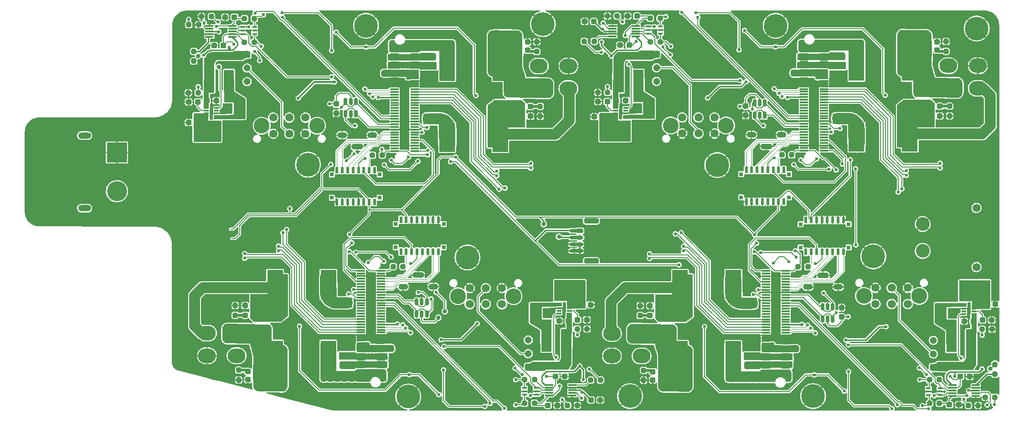
<source format=gbr>
G04 #@! TF.GenerationSoftware,KiCad,Pcbnew,(6.0.4)*
G04 #@! TF.CreationDate,2022-12-04T19:10:42+01:00*
G04 #@! TF.ProjectId,can_controller_board,63616e5f-636f-46e7-9472-6f6c6c65725f,1.0*
G04 #@! TF.SameCoordinates,Original*
G04 #@! TF.FileFunction,Copper,L4,Bot*
G04 #@! TF.FilePolarity,Positive*
%FSLAX46Y46*%
G04 Gerber Fmt 4.6, Leading zero omitted, Abs format (unit mm)*
G04 Created by KiCad (PCBNEW (6.0.4)) date 2022-12-04 19:10:42*
%MOMM*%
%LPD*%
G01*
G04 APERTURE LIST*
G04 Aperture macros list*
%AMRoundRect*
0 Rectangle with rounded corners*
0 $1 Rounding radius*
0 $2 $3 $4 $5 $6 $7 $8 $9 X,Y pos of 4 corners*
0 Add a 4 corners polygon primitive as box body*
4,1,4,$2,$3,$4,$5,$6,$7,$8,$9,$2,$3,0*
0 Add four circle primitives for the rounded corners*
1,1,$1+$1,$2,$3*
1,1,$1+$1,$4,$5*
1,1,$1+$1,$6,$7*
1,1,$1+$1,$8,$9*
0 Add four rect primitives between the rounded corners*
20,1,$1+$1,$2,$3,$4,$5,0*
20,1,$1+$1,$4,$5,$6,$7,0*
20,1,$1+$1,$6,$7,$8,$9,0*
20,1,$1+$1,$8,$9,$2,$3,0*%
G04 Aperture macros list end*
G04 #@! TA.AperFunction,ComponentPad*
%ADD10C,0.700000*%
G04 #@! TD*
G04 #@! TA.AperFunction,ComponentPad*
%ADD11C,4.400000*%
G04 #@! TD*
G04 #@! TA.AperFunction,ComponentPad*
%ADD12C,1.308000*%
G04 #@! TD*
G04 #@! TA.AperFunction,ComponentPad*
%ADD13RoundRect,0.250001X1.399999X-1.099999X1.399999X1.099999X-1.399999X1.099999X-1.399999X-1.099999X0*%
G04 #@! TD*
G04 #@! TA.AperFunction,ComponentPad*
%ADD14O,3.300000X2.700000*%
G04 #@! TD*
G04 #@! TA.AperFunction,ComponentPad*
%ADD15RoundRect,0.250001X-1.399999X1.099999X-1.399999X-1.099999X1.399999X-1.099999X1.399999X1.099999X0*%
G04 #@! TD*
G04 #@! TA.AperFunction,ComponentPad*
%ADD16O,1.800000X1.100000*%
G04 #@! TD*
G04 #@! TA.AperFunction,ComponentPad*
%ADD17O,2.200000X1.100000*%
G04 #@! TD*
G04 #@! TA.AperFunction,ComponentPad*
%ADD18R,3.716000X3.716000*%
G04 #@! TD*
G04 #@! TA.AperFunction,ComponentPad*
%ADD19C,3.716000*%
G04 #@! TD*
G04 #@! TA.AperFunction,ComponentPad*
%ADD20O,2.400000X1.200000*%
G04 #@! TD*
G04 #@! TA.AperFunction,ComponentPad*
%ADD21C,1.520000*%
G04 #@! TD*
G04 #@! TA.AperFunction,ComponentPad*
%ADD22C,2.910000*%
G04 #@! TD*
G04 #@! TA.AperFunction,SMDPad,CuDef*
%ADD23RoundRect,0.237500X0.300000X0.237500X-0.300000X0.237500X-0.300000X-0.237500X0.300000X-0.237500X0*%
G04 #@! TD*
G04 #@! TA.AperFunction,SMDPad,CuDef*
%ADD24RoundRect,0.237500X-0.300000X-0.237500X0.300000X-0.237500X0.300000X0.237500X-0.300000X0.237500X0*%
G04 #@! TD*
G04 #@! TA.AperFunction,SMDPad,CuDef*
%ADD25RoundRect,0.011200X0.723800X0.128800X-0.723800X0.128800X-0.723800X-0.128800X0.723800X-0.128800X0*%
G04 #@! TD*
G04 #@! TA.AperFunction,SMDPad,CuDef*
%ADD26RoundRect,0.237500X0.250000X0.237500X-0.250000X0.237500X-0.250000X-0.237500X0.250000X-0.237500X0*%
G04 #@! TD*
G04 #@! TA.AperFunction,SMDPad,CuDef*
%ADD27R,2.900000X5.400000*%
G04 #@! TD*
G04 #@! TA.AperFunction,SMDPad,CuDef*
%ADD28RoundRect,0.150000X0.150000X-0.512500X0.150000X0.512500X-0.150000X0.512500X-0.150000X-0.512500X0*%
G04 #@! TD*
G04 #@! TA.AperFunction,SMDPad,CuDef*
%ADD29RoundRect,0.008100X0.396900X0.126900X-0.396900X0.126900X-0.396900X-0.126900X0.396900X-0.126900X0*%
G04 #@! TD*
G04 #@! TA.AperFunction,SMDPad,CuDef*
%ADD30R,1.500000X0.300000*%
G04 #@! TD*
G04 #@! TA.AperFunction,SMDPad,CuDef*
%ADD31RoundRect,0.237500X0.237500X-0.250000X0.237500X0.250000X-0.237500X0.250000X-0.237500X-0.250000X0*%
G04 #@! TD*
G04 #@! TA.AperFunction,SMDPad,CuDef*
%ADD32RoundRect,0.237500X-0.250000X-0.237500X0.250000X-0.237500X0.250000X0.237500X-0.250000X0.237500X0*%
G04 #@! TD*
G04 #@! TA.AperFunction,SMDPad,CuDef*
%ADD33RoundRect,0.237500X-0.237500X0.250000X-0.237500X-0.250000X0.237500X-0.250000X0.237500X0.250000X0*%
G04 #@! TD*
G04 #@! TA.AperFunction,SMDPad,CuDef*
%ADD34RoundRect,0.237500X-0.237500X0.300000X-0.237500X-0.300000X0.237500X-0.300000X0.237500X0.300000X0*%
G04 #@! TD*
G04 #@! TA.AperFunction,SMDPad,CuDef*
%ADD35RoundRect,0.008100X-0.396900X-0.126900X0.396900X-0.126900X0.396900X0.126900X-0.396900X0.126900X0*%
G04 #@! TD*
G04 #@! TA.AperFunction,SMDPad,CuDef*
%ADD36RoundRect,0.150000X-0.150000X0.512500X-0.150000X-0.512500X0.150000X-0.512500X0.150000X0.512500X0*%
G04 #@! TD*
G04 #@! TA.AperFunction,SMDPad,CuDef*
%ADD37R,0.500000X1.200000*%
G04 #@! TD*
G04 #@! TA.AperFunction,SMDPad,CuDef*
%ADD38R,0.700000X0.700000*%
G04 #@! TD*
G04 #@! TA.AperFunction,SMDPad,CuDef*
%ADD39R,1.850000X4.100000*%
G04 #@! TD*
G04 #@! TA.AperFunction,SMDPad,CuDef*
%ADD40RoundRect,0.011200X-0.723800X-0.128800X0.723800X-0.128800X0.723800X0.128800X-0.723800X0.128800X0*%
G04 #@! TD*
G04 #@! TA.AperFunction,SMDPad,CuDef*
%ADD41R,0.900000X0.400000*%
G04 #@! TD*
G04 #@! TA.AperFunction,SMDPad,CuDef*
%ADD42RoundRect,0.150000X-0.700000X0.150000X-0.700000X-0.150000X0.700000X-0.150000X0.700000X0.150000X0*%
G04 #@! TD*
G04 #@! TA.AperFunction,ComponentPad*
%ADD43RoundRect,0.200000X-0.450000X0.200000X-0.450000X-0.200000X0.450000X-0.200000X0.450000X0.200000X0*%
G04 #@! TD*
G04 #@! TA.AperFunction,ComponentPad*
%ADD44O,1.300000X0.800000*%
G04 #@! TD*
G04 #@! TA.AperFunction,SMDPad,CuDef*
%ADD45RoundRect,0.250000X-1.100000X0.250000X-1.100000X-0.250000X1.100000X-0.250000X1.100000X0.250000X0*%
G04 #@! TD*
G04 #@! TA.AperFunction,ComponentPad*
%ADD46C,2.550000*%
G04 #@! TD*
G04 #@! TA.AperFunction,ComponentPad*
%ADD47C,1.500000*%
G04 #@! TD*
G04 #@! TA.AperFunction,SMDPad,CuDef*
%ADD48RoundRect,0.237500X0.237500X-0.300000X0.237500X0.300000X-0.237500X0.300000X-0.237500X-0.300000X0*%
G04 #@! TD*
G04 #@! TA.AperFunction,ViaPad*
%ADD49C,0.600000*%
G04 #@! TD*
G04 #@! TA.AperFunction,ViaPad*
%ADD50C,1.000000*%
G04 #@! TD*
G04 #@! TA.AperFunction,ViaPad*
%ADD51C,0.800000*%
G04 #@! TD*
G04 #@! TA.AperFunction,Conductor*
%ADD52C,0.150000*%
G04 #@! TD*
G04 #@! TA.AperFunction,Conductor*
%ADD53C,0.200000*%
G04 #@! TD*
G04 #@! TA.AperFunction,Conductor*
%ADD54C,0.500000*%
G04 #@! TD*
G04 #@! TA.AperFunction,Conductor*
%ADD55C,0.125000*%
G04 #@! TD*
G04 #@! TA.AperFunction,Conductor*
%ADD56C,0.250000*%
G04 #@! TD*
G04 #@! TA.AperFunction,Conductor*
%ADD57C,0.350000*%
G04 #@! TD*
G04 #@! TA.AperFunction,Conductor*
%ADD58C,2.000000*%
G04 #@! TD*
G04 APERTURE END LIST*
D10*
G04 #@! TO.P,H5,1,1*
G04 #@! TO.N,GND*
X168600000Y-139050000D03*
X169766726Y-136233274D03*
X166950000Y-137400000D03*
X168600000Y-135750000D03*
D11*
X168600000Y-137400000D03*
D10*
X167433274Y-138566726D03*
X170250000Y-137400000D03*
X167433274Y-136233274D03*
X169766726Y-138566726D03*
G04 #@! TD*
D12*
G04 #@! TO.P,SW7,1,A*
G04 #@! TO.N,/Gripper controller/Vsensor*
X149700000Y-129500000D03*
G04 #@! TO.P,SW7,2,B*
G04 #@! TO.N,/Gripper controller/Vaux*
X149700000Y-126960000D03*
G04 #@! TO.P,SW7,3,C*
G04 #@! TO.N,/Gripper controller/VDD*
X149700000Y-132040000D03*
G04 #@! TD*
D13*
G04 #@! TO.P,J3,1,Pin_1*
G04 #@! TO.N,/5th joint controller/Motor+*
X151653245Y-80171757D03*
D14*
G04 #@! TO.P,J3,2,Pin_2*
G04 #@! TO.N,/5th joint controller/Motor-*
X151653245Y-75971757D03*
G04 #@! TO.P,J3,3,Pin_3*
G04 #@! TO.N,/5th joint controller/Motor3*
X157153245Y-80171757D03*
G04 #@! TO.P,J3,4,Pin_4*
G04 #@! TO.N,GND*
X157153245Y-75971757D03*
G04 #@! TD*
D15*
G04 #@! TO.P,J33,1,Pin_1*
G04 #@! TO.N,/Gripper controller/Motor+*
X95506176Y-125677317D03*
D14*
G04 #@! TO.P,J33,2,Pin_2*
G04 #@! TO.N,/Gripper controller/Motor-*
X95506176Y-129877317D03*
G04 #@! TO.P,J33,3,Pin_3*
G04 #@! TO.N,/Gripper controller/Motor3*
X90006176Y-125677317D03*
G04 #@! TO.P,J33,4,Pin_4*
G04 #@! TO.N,GND*
X90006176Y-129877317D03*
G04 #@! TD*
D16*
G04 #@! TO.P,J20,6,Shield*
G04 #@! TO.N,GND*
X196768421Y-88780073D03*
X191168421Y-88780073D03*
D17*
X193968421Y-90930073D03*
G04 #@! TD*
D12*
G04 #@! TO.P,SW5,1,A*
G04 #@! TO.N,/4th joint controller/Vsensor*
X224926755Y-129548244D03*
G04 #@! TO.P,SW5,2,B*
G04 #@! TO.N,/4th joint controller/Vaux*
X224926755Y-127008244D03*
G04 #@! TO.P,SW5,3,C*
G04 #@! TO.N,/4th joint controller/VDD*
X224926755Y-132088244D03*
G04 #@! TD*
D18*
G04 #@! TO.P,J2,1,Pin_1*
G04 #@! TO.N,GND*
X73275000Y-92075000D03*
D19*
G04 #@! TO.P,J2,2,Pin_2*
G04 #@! TO.N,VCC*
X73275000Y-99275000D03*
D20*
G04 #@! TO.P,J2,S1*
G04 #@! TO.N,N/C*
X67275000Y-88925000D03*
G04 #@! TO.P,J2,S2*
X67275000Y-102425000D03*
G04 #@! TD*
D11*
G04 #@! TO.P,H1,1,1*
G04 #@! TO.N,GND*
X202600000Y-137400000D03*
D10*
X201433274Y-136233274D03*
X201433274Y-138566726D03*
X202600000Y-135750000D03*
X200950000Y-137400000D03*
X202600000Y-139050000D03*
X204250000Y-137400000D03*
X203766726Y-138566726D03*
X203766726Y-136233274D03*
G04 #@! TD*
G04 #@! TO.P,H7,1,1*
G04 #@! TO.N,GND*
X151233274Y-67033274D03*
X152400000Y-69850000D03*
D11*
X152400000Y-68200000D03*
D10*
X151233274Y-69366726D03*
X153566726Y-67033274D03*
X153566726Y-69366726D03*
X150750000Y-68200000D03*
X154050000Y-68200000D03*
X152400000Y-66550000D03*
G04 #@! TD*
D15*
G04 #@! TO.P,J23,1,Pin_1*
G04 #@! TO.N,/4th joint controller/Motor+*
X170732931Y-125725561D03*
D14*
G04 #@! TO.P,J23,2,Pin_2*
G04 #@! TO.N,/4th joint controller/Motor-*
X170732931Y-129925561D03*
G04 #@! TO.P,J23,3,Pin_3*
G04 #@! TO.N,/4th joint controller/Motor3*
X165232931Y-125725561D03*
G04 #@! TO.P,J23,4,Pin_4*
G04 #@! TO.N,GND*
X165232931Y-129925561D03*
G04 #@! TD*
D10*
G04 #@! TO.P,H3,1,1*
G04 #@! TO.N,GND*
X195646176Y-70137317D03*
X195646176Y-66837317D03*
X194479450Y-69654043D03*
D11*
X195646176Y-68487317D03*
D10*
X196812902Y-67320591D03*
X197296176Y-68487317D03*
X194479450Y-67320591D03*
X196812902Y-69654043D03*
X193996176Y-68487317D03*
G04 #@! TD*
D12*
G04 #@! TO.P,SW1,1,A*
G04 #@! TO.N,/5th joint controller/Vsensor*
X97459421Y-76349074D03*
G04 #@! TO.P,SW1,2,B*
G04 #@! TO.N,/5th joint controller/Vaux*
X97459421Y-78889074D03*
G04 #@! TO.P,SW1,3,C*
G04 #@! TO.N,/5th joint controller/VDD*
X97459421Y-73809074D03*
G04 #@! TD*
D16*
G04 #@! TO.P,J10,6,Shield*
G04 #@! TO.N,GND*
X115115000Y-88825001D03*
X120715000Y-88825001D03*
D17*
X117915000Y-90975001D03*
G04 #@! TD*
D21*
G04 #@! TO.P,J24,1,Pin_1*
G04 #@! TO.N,/4th joint controller/Hall Sensor 1*
X220200000Y-120250000D03*
G04 #@! TO.P,J24,2,Pin_2*
G04 #@! TO.N,/4th joint controller/Hall Sensor 2*
X217200000Y-120250000D03*
G04 #@! TO.P,J24,3,Pin_3*
G04 #@! TO.N,/4th joint controller/Hall Sensor 3*
X214200000Y-120250000D03*
G04 #@! TO.P,J24,4,Pin_4*
G04 #@! TO.N,GND*
X220200000Y-117250000D03*
G04 #@! TO.P,J24,5,Pin_5*
G04 #@! TO.N,/4th joint controller/Vsensor*
X217200000Y-117250000D03*
G04 #@! TO.P,J24,6,Pin_6*
G04 #@! TO.N,GND*
X214200000Y-117250000D03*
D22*
G04 #@! TO.P,J24,7*
G04 #@! TO.N,N/C*
X222350000Y-118750000D03*
G04 #@! TO.P,J24,8*
X212050000Y-118750000D03*
G04 #@! TD*
D21*
G04 #@! TO.P,J4,1,Pin_1*
G04 #@! TO.N,/5th joint controller/Hall Sensor 1*
X102307150Y-85585000D03*
G04 #@! TO.P,J4,2,Pin_2*
G04 #@! TO.N,/5th joint controller/Hall Sensor 2*
X105307150Y-85585000D03*
G04 #@! TO.P,J4,3,Pin_3*
G04 #@! TO.N,/5th joint controller/Hall Sensor 3*
X108307150Y-85585000D03*
G04 #@! TO.P,J4,4,Pin_4*
G04 #@! TO.N,GND*
X102307150Y-88585000D03*
G04 #@! TO.P,J4,5,Pin_5*
G04 #@! TO.N,/5th joint controller/Vsensor*
X105307150Y-88585000D03*
G04 #@! TO.P,J4,6,Pin_6*
G04 #@! TO.N,GND*
X108307150Y-88585000D03*
D22*
G04 #@! TO.P,J4,7*
G04 #@! TO.N,N/C*
X100157150Y-87085000D03*
G04 #@! TO.P,J4,8*
X110457150Y-87085000D03*
G04 #@! TD*
D13*
G04 #@! TO.P,J13,1,Pin_1*
G04 #@! TO.N,/6th joint controller/Motor+*
X227706666Y-80126829D03*
D14*
G04 #@! TO.P,J13,2,Pin_2*
G04 #@! TO.N,/6th joint controller/Motor-*
X227706666Y-75926829D03*
G04 #@! TO.P,J13,3,Pin_3*
G04 #@! TO.N,/6th joint controller/Motor3*
X233206666Y-80126829D03*
G04 #@! TO.P,J13,4,Pin_4*
G04 #@! TO.N,GND*
X233206666Y-75926829D03*
G04 #@! TD*
D10*
G04 #@! TO.P,H2,1,1*
G04 #@! TO.N,GND*
X126229450Y-136320591D03*
D11*
X127396176Y-137487317D03*
D10*
X127396176Y-135837317D03*
X128562902Y-138654043D03*
X127396176Y-139137317D03*
X126229450Y-138654043D03*
X125746176Y-137487317D03*
X129046176Y-137487317D03*
X128562902Y-136320591D03*
G04 #@! TD*
D12*
G04 #@! TO.P,SW3,1,A*
G04 #@! TO.N,/6th joint controller/Vsensor*
X173512842Y-76304146D03*
G04 #@! TO.P,SW3,2,B*
G04 #@! TO.N,/6th joint controller/Vaux*
X173512842Y-78844146D03*
G04 #@! TO.P,SW3,3,C*
G04 #@! TO.N,/6th joint controller/VDD*
X173512842Y-73764146D03*
G04 #@! TD*
D16*
G04 #@! TO.P,J30,6,Shield*
G04 #@! TO.N,GND*
X207271176Y-117072317D03*
X201671176Y-117072317D03*
D17*
X204471176Y-114922317D03*
G04 #@! TD*
D10*
G04 #@! TO.P,H4,1,1*
G04 #@! TO.N,GND*
X118379450Y-67320591D03*
X121196176Y-68487317D03*
X119546176Y-66837317D03*
X120712902Y-67320591D03*
X117896176Y-68487317D03*
X120712902Y-69654043D03*
D11*
X119546176Y-68487317D03*
D10*
X118379450Y-69654043D03*
X119546176Y-70137317D03*
G04 #@! TD*
D16*
G04 #@! TO.P,J40,6,Shield*
G04 #@! TO.N,GND*
X126444421Y-117024073D03*
X132044421Y-117024073D03*
D17*
X129244421Y-114874073D03*
G04 #@! TD*
D21*
G04 #@! TO.P,J14,1,Pin_1*
G04 #@! TO.N,/6th joint controller/Hall Sensor 1*
X178300000Y-85550000D03*
G04 #@! TO.P,J14,2,Pin_2*
G04 #@! TO.N,/6th joint controller/Hall Sensor 2*
X181300000Y-85550000D03*
G04 #@! TO.P,J14,3,Pin_3*
G04 #@! TO.N,/6th joint controller/Hall Sensor 3*
X184300000Y-85550000D03*
G04 #@! TO.P,J14,4,Pin_4*
G04 #@! TO.N,GND*
X178300000Y-88550000D03*
G04 #@! TO.P,J14,5,Pin_5*
G04 #@! TO.N,/6th joint controller/Vsensor*
X181300000Y-88550000D03*
G04 #@! TO.P,J14,6,Pin_6*
G04 #@! TO.N,GND*
X184300000Y-88550000D03*
D22*
G04 #@! TO.P,J14,7*
G04 #@! TO.N,N/C*
X176150000Y-87050000D03*
G04 #@! TO.P,J14,8*
X186450000Y-87050000D03*
G04 #@! TD*
D10*
G04 #@! TO.P,H8,1,1*
G04 #@! TO.N,GND*
X234166726Y-70166726D03*
X234166726Y-67833274D03*
X231833274Y-67833274D03*
X231350000Y-69000000D03*
X231833274Y-70166726D03*
X233000000Y-70650000D03*
X233000000Y-67350000D03*
D11*
X233000000Y-69000000D03*
D10*
X234650000Y-69000000D03*
G04 #@! TD*
D21*
G04 #@! TO.P,J34,1,Pin_1*
G04 #@! TO.N,/Gripper controller/Hall Sensor 1*
X144800000Y-120300000D03*
G04 #@! TO.P,J34,2,Pin_2*
G04 #@! TO.N,/Gripper controller/Hall Sensor 2*
X141800000Y-120300000D03*
G04 #@! TO.P,J34,3,Pin_3*
G04 #@! TO.N,/Gripper controller/Hall Sensor 3*
X138800000Y-120300000D03*
G04 #@! TO.P,J34,4,Pin_4*
G04 #@! TO.N,GND*
X144800000Y-117300000D03*
G04 #@! TO.P,J34,5,Pin_5*
G04 #@! TO.N,/Gripper controller/Vsensor*
X141800000Y-117300000D03*
G04 #@! TO.P,J34,6,Pin_6*
G04 #@! TO.N,GND*
X138800000Y-117300000D03*
D22*
G04 #@! TO.P,J34,7*
G04 #@! TO.N,N/C*
X146950000Y-118800000D03*
G04 #@! TO.P,J34,8*
X136650000Y-118800000D03*
G04 #@! TD*
D23*
G04 #@! TO.P,C13,1*
G04 #@! TO.N,Net-(C13-Pad1)*
X164375342Y-82604146D03*
G04 #@! TO.P,C13,2*
G04 #@! TO.N,GND*
X162650342Y-82604146D03*
G04 #@! TD*
D24*
G04 #@! TO.P,Cs3,1*
G04 #@! TO.N,/5th joint controller/Motor3*
X148353921Y-83512501D03*
G04 #@! TO.P,Cs3,2*
G04 #@! TO.N,Net-(Cs3-Pad2)*
X150078921Y-83512501D03*
G04 #@! TD*
D23*
G04 #@! TO.P,Cf9,1*
G04 #@! TO.N,/4th joint controller/Motor3*
X174032255Y-120584817D03*
G04 #@! TO.P,Cf9,2*
G04 #@! TO.N,GND*
X172307255Y-120584817D03*
G04 #@! TD*
D25*
G04 #@! TO.P,U10,1,RO*
G04 #@! TO.N,Net-(R33-Pad1)*
X157850000Y-135300000D03*
G04 #@! TO.P,U10,2,H/F*
G04 #@! TO.N,GND*
X157850000Y-135800000D03*
G04 #@! TO.P,U10,3,DE*
G04 #@! TO.N,/Gripper controller/Vaux*
X157850000Y-136300000D03*
G04 #@! TO.P,U10,4,DI*
G04 #@! TO.N,/Gripper controller/Clock{slash}HsDigOUT1*
X157850000Y-136800000D03*
G04 #@! TO.P,U10,5,GND*
G04 #@! TO.N,GND*
X157850000Y-137300000D03*
G04 #@! TO.P,U10,6,B*
G04 #@! TO.N,Net-(C26-Pad1)*
X153550000Y-137300000D03*
G04 #@! TO.P,U10,7,Z*
G04 #@! TO.N,/Gripper controller/IN_Clock{slash}HsDigOUT1_+*
X153550000Y-136800000D03*
G04 #@! TO.P,U10,8,Y*
G04 #@! TO.N,/Gripper controller/IN_Clock{slash}HsDigOUT1_-*
X153550000Y-136300000D03*
G04 #@! TO.P,U10,9,A*
G04 #@! TO.N,Net-(C25-Pad1)*
X153550000Y-135800000D03*
G04 #@! TO.P,U10,10,VCC*
G04 #@! TO.N,/Gripper controller/Vaux*
X153550000Y-135300000D03*
G04 #@! TD*
D26*
G04 #@! TO.P,R18,1*
G04 #@! TO.N,CAN high*
X198625921Y-92525073D03*
G04 #@! TO.P,R18,2*
G04 #@! TO.N,Net-(R18-Pad2)*
X196800921Y-92525073D03*
G04 #@! TD*
D24*
G04 #@! TO.P,C21,1*
G04 #@! TO.N,Net-(C21-Pad1)*
X234064255Y-123248244D03*
G04 #@! TO.P,C21,2*
G04 #@! TO.N,GND*
X235789255Y-123248244D03*
G04 #@! TD*
D23*
G04 #@! TO.P,Cs7,1*
G04 #@! TO.N,/4th joint controller/Motor+*
X174545431Y-132855561D03*
G04 #@! TO.P,Cs7,2*
G04 #@! TO.N,Net-(Cs7-Pad2)*
X172820431Y-132855561D03*
G04 #@! TD*
D26*
G04 #@! TO.P,R23,1*
G04 #@! TO.N,GND*
X233262500Y-139125000D03*
G04 #@! TO.P,R23,2*
G04 #@! TO.N,Net-(C17-Pad1)*
X231437500Y-139125000D03*
G04 #@! TD*
G04 #@! TO.P,R17,1*
G04 #@! TO.N,Net-(R16-Pad2)*
X164425342Y-80904146D03*
G04 #@! TO.P,R17,2*
G04 #@! TO.N,GND*
X162600342Y-80904146D03*
G04 #@! TD*
D27*
G04 #@! TO.P,L13,1*
G04 #@! TO.N,Net-(J31-Pad1)*
X112550000Y-129800000D03*
G04 #@! TO.P,L13,2*
G04 #@! TO.N,/Gripper controller/Motor+*
X102650000Y-129800000D03*
G04 #@! TD*
D24*
G04 #@! TO.P,C17,1*
G04 #@! TO.N,Net-(C17-Pad1)*
X229964255Y-133748244D03*
G04 #@! TO.P,C17,2*
G04 #@! TO.N,GND*
X231689255Y-133748244D03*
G04 #@! TD*
D27*
G04 #@! TO.P,L11,1*
G04 #@! TO.N,Net-(J21-Pad13)*
X187776755Y-116648244D03*
G04 #@! TO.P,L11,2*
G04 #@! TO.N,/4th joint controller/Motor3*
X177876755Y-116648244D03*
G04 #@! TD*
G04 #@! TO.P,L3,1*
G04 #@! TO.N,Net-(J1-Pad13)*
X134609421Y-89249074D03*
G04 #@! TO.P,L3,2*
G04 #@! TO.N,/5th joint controller/Motor3*
X144509421Y-89249074D03*
G04 #@! TD*
D10*
G04 #@! TO.P,H6,1,1*
G04 #@! TO.N,GND*
X107113245Y-94333274D03*
X107596519Y-95500000D03*
X109929971Y-95500000D03*
X109929971Y-93166548D03*
X110413245Y-94333274D03*
D11*
X108763245Y-94333274D03*
D10*
X107596519Y-93166548D03*
X108763245Y-92683274D03*
X108763245Y-95983274D03*
G04 #@! TD*
D28*
G04 #@! TO.P,U6,1,IO1*
G04 #@! TO.N,/6th joint controller/USB_D+*
X193650000Y-85137500D03*
G04 #@! TO.P,U6,2,VN*
G04 #@! TO.N,GND*
X192700000Y-85137500D03*
G04 #@! TO.P,U6,3,IO2*
G04 #@! TO.N,/6th joint controller/USB_D+*
X191750000Y-85137500D03*
G04 #@! TO.P,U6,4,IO3*
G04 #@! TO.N,/6th joint controller/USB_D-*
X191750000Y-82862500D03*
G04 #@! TO.P,U6,5,VP*
G04 #@! TO.N,/6th joint controller/VBus*
X192700000Y-82862500D03*
G04 #@! TO.P,U6,6,IO4*
G04 #@! TO.N,/6th joint controller/USB_D-*
X193650000Y-82862500D03*
G04 #@! TD*
D24*
G04 #@! TO.P,C12,1*
G04 #@! TO.N,GND*
X161950342Y-85404146D03*
G04 #@! TO.P,C12,2*
G04 #@! TO.N,VCC*
X163675342Y-85404146D03*
G04 #@! TD*
D23*
G04 #@! TO.P,C10,1*
G04 #@! TO.N,Net-(C10-Pad1)*
X169875342Y-66704146D03*
G04 #@! TO.P,C10,2*
G04 #@! TO.N,GND*
X168150342Y-66704146D03*
G04 #@! TD*
D29*
G04 #@! TO.P,U8,1,VIN*
G04 #@! TO.N,VCC*
X232506755Y-120598244D03*
G04 #@! TO.P,U8,2,EN/UVLO*
X232506755Y-121098244D03*
G04 #@! TO.P,U8,3,VCC*
G04 #@! TO.N,Net-(C21-Pad1)*
X232506755Y-121598244D03*
G04 #@! TO.P,U8,4,FB/Vout*
G04 #@! TO.N,/4th joint controller/VDD*
X232506755Y-122098244D03*
G04 #@! TO.P,U8,5,MODE*
G04 #@! TO.N,Net-(R25-Pad2)*
X230616755Y-122098244D03*
G04 #@! TO.P,U8,6,~{RESET}*
G04 #@! TO.N,unconnected-(U8-Pad6)*
X230616755Y-121598244D03*
G04 #@! TO.P,U8,7,GND*
G04 #@! TO.N,GND*
X230616755Y-121098244D03*
G04 #@! TO.P,U8,8,LX*
G04 #@! TO.N,Net-(L12-Pad1)*
X230616755Y-120598244D03*
G04 #@! TD*
D23*
G04 #@! TO.P,Cs10,1*
G04 #@! TO.N,/Gripper controller/Motor+*
X99318676Y-132807317D03*
G04 #@! TO.P,Cs10,2*
G04 #@! TO.N,Net-(Cs10-Pad2)*
X97593676Y-132807317D03*
G04 #@! TD*
D30*
G04 #@! TO.P,J31,1,Pin_1*
G04 #@! TO.N,Net-(J31-Pad1)*
X122305500Y-133549073D03*
G04 #@! TO.P,J31,2,Pin_2*
X118605500Y-133549073D03*
G04 #@! TO.P,J31,3,Pin_3*
X122305500Y-133049073D03*
G04 #@! TO.P,J31,4,Pin_4*
X118605500Y-133049073D03*
G04 #@! TO.P,J31,5,Pin_5*
X122305500Y-132549073D03*
G04 #@! TO.P,J31,6,Pin_6*
X118605500Y-132549073D03*
G04 #@! TO.P,J31,7,Pin_7*
G04 #@! TO.N,Net-(J31-Pad10)*
X122305500Y-132049073D03*
G04 #@! TO.P,J31,8,Pin_8*
X118605500Y-132049073D03*
G04 #@! TO.P,J31,9,Pin_9*
X122305500Y-131549073D03*
G04 #@! TO.P,J31,10,Pin_10*
X118605500Y-131549073D03*
G04 #@! TO.P,J31,11,Pin_11*
X122305500Y-131049073D03*
G04 #@! TO.P,J31,12,Pin_12*
X118605500Y-131049073D03*
G04 #@! TO.P,J31,13,Pin_13*
G04 #@! TO.N,Net-(J31-Pad13)*
X122305500Y-130549073D03*
G04 #@! TO.P,J31,14,Pin_14*
X118605500Y-130549073D03*
G04 #@! TO.P,J31,15,Pin_15*
X122305500Y-130049073D03*
G04 #@! TO.P,J31,16,Pin_16*
X118605500Y-130049073D03*
G04 #@! TO.P,J31,17,Pin_17*
X122305500Y-129549073D03*
G04 #@! TO.P,J31,18,Pin_18*
X118605500Y-129549073D03*
G04 #@! TO.P,J31,19,Pin_19*
G04 #@! TO.N,Net-(C30-Pad1)*
X122305500Y-129049073D03*
G04 #@! TO.P,J31,20,Pin_20*
X118605500Y-129049073D03*
G04 #@! TO.P,J31,21,Pin_21*
X122305500Y-128549073D03*
G04 #@! TO.P,J31,22,Pin_22*
X118605500Y-128549073D03*
G04 #@! TO.P,J31,23,Pin_23*
X122305500Y-128049073D03*
G04 #@! TO.P,J31,24,Pin_24*
X118605500Y-128049073D03*
G04 #@! TO.P,J31,25,Pin_25*
G04 #@! TO.N,GND*
X122305500Y-127549073D03*
G04 #@! TO.P,J31,26,Pin_26*
G04 #@! TO.N,Net-(C30-Pad1)*
X118605500Y-127549073D03*
G04 #@! TO.P,J31,27,Pin_27*
G04 #@! TO.N,GND*
X122305500Y-127049073D03*
G04 #@! TO.P,J31,28,Pin_28*
X118605500Y-127049073D03*
G04 #@! TO.P,J31,29,Pin_29*
X122305500Y-126549073D03*
G04 #@! TO.P,J31,30,Pin_30*
X118605500Y-126549073D03*
G04 #@! TO.P,J31,31,Pin_31*
X122305500Y-126049073D03*
G04 #@! TO.P,J31,32,Pin_32*
X118605500Y-126049073D03*
G04 #@! TO.P,J31,33,Pin_33*
G04 #@! TO.N,/Gripper controller/Hall Sensor 1*
X122305500Y-125549073D03*
G04 #@! TO.P,J31,34,Pin_34*
G04 #@! TO.N,/Gripper controller/Channel_A_+*
X118605500Y-125549073D03*
G04 #@! TO.P,J31,35,Pin_35*
G04 #@! TO.N,/Gripper controller/Hall Sensor 2*
X122305500Y-125049073D03*
G04 #@! TO.P,J31,36,Pin_36*
G04 #@! TO.N,/Gripper controller/Channel_A_-*
X118605500Y-125049073D03*
G04 #@! TO.P,J31,37,Pin_37*
G04 #@! TO.N,/Gripper controller/Hall Sensor 3*
X122305500Y-124549073D03*
G04 #@! TO.P,J31,38,Pin_38*
G04 #@! TO.N,/Gripper controller/Channel_B_+*
X118605500Y-124549073D03*
G04 #@! TO.P,J31,39,Pin_39*
G04 #@! TO.N,/Gripper controller/Vsensor*
X122305500Y-124049073D03*
G04 #@! TO.P,J31,40,Pin_40*
G04 #@! TO.N,/Gripper controller/Channel_B_-*
X118605500Y-124049073D03*
G04 #@! TO.P,J31,41,Pin_41*
G04 #@! TO.N,unconnected-(J31-Pad41)*
X122305500Y-123549073D03*
G04 #@! TO.P,J31,42,Pin_42*
G04 #@! TO.N,/Gripper controller/Channel_I_+*
X118605500Y-123549073D03*
G04 #@! TO.P,J31,43,Pin_43*
G04 #@! TO.N,unconnected-(J31-Pad43)*
X122305500Y-123049073D03*
G04 #@! TO.P,J31,44,Pin_44*
G04 #@! TO.N,/Gripper controller/Channel_I_-*
X118605500Y-123049073D03*
G04 #@! TO.P,J31,45,Pin_45*
G04 #@! TO.N,unconnected-(J31-Pad45)*
X122305500Y-122549073D03*
G04 #@! TO.P,J31,46,Pin_46*
G04 #@! TO.N,/Gripper controller/AnIN1+*
X118605500Y-122549073D03*
G04 #@! TO.P,J31,47,Pin_47*
G04 #@! TO.N,unconnected-(J31-Pad47)*
X122305500Y-122049073D03*
G04 #@! TO.P,J31,48,Pin_48*
G04 #@! TO.N,/Gripper controller/AnIN1-*
X118605500Y-122049073D03*
G04 #@! TO.P,J31,49,Pin_49*
G04 #@! TO.N,unconnected-(J31-Pad49)*
X122305500Y-121549073D03*
G04 #@! TO.P,J31,50,Pin_50*
G04 #@! TO.N,/Gripper controller/AnIN2+*
X118605500Y-121549073D03*
G04 #@! TO.P,J31,51,Pin_51*
G04 #@! TO.N,unconnected-(J31-Pad51)*
X122305500Y-121049073D03*
G04 #@! TO.P,J31,52,Pin_52*
G04 #@! TO.N,/Gripper controller/AnIN2-*
X118605500Y-121049073D03*
G04 #@! TO.P,J31,53,Pin_53*
G04 #@! TO.N,/Gripper controller/Data{slash}HsDigIN4*
X122305500Y-120549073D03*
G04 #@! TO.P,J31,54,Pin_54*
G04 #@! TO.N,/Gripper controller/AnOUT1*
X118605500Y-120549073D03*
G04 #@! TO.P,J31,55,Pin_55*
G04 #@! TO.N,/Gripper controller/Clock{slash}HsDigOUT1*
X122305500Y-120049073D03*
G04 #@! TO.P,J31,56,Pin_56*
G04 #@! TO.N,unconnected-(J31-Pad56)*
X118605500Y-120049073D03*
G04 #@! TO.P,J31,57,Pin_57*
G04 #@! TO.N,GND*
X122305500Y-119549073D03*
G04 #@! TO.P,J31,58,Pin_58*
X118605500Y-119549073D03*
G04 #@! TO.P,J31,59,Pin_59*
G04 #@! TO.N,/Gripper controller/USB_D-*
X122305500Y-119049073D03*
G04 #@! TO.P,J31,60,Pin_60*
G04 #@! TO.N,/Gripper controller/VBus*
X118605500Y-119049073D03*
G04 #@! TO.P,J31,61,Pin_61*
G04 #@! TO.N,/Gripper controller/USB_D+*
X122305500Y-118549073D03*
G04 #@! TO.P,J31,62,Pin_62*
G04 #@! TO.N,unconnected-(J31-Pad62)*
X118605500Y-118549073D03*
G04 #@! TO.P,J31,63,Pin_63*
G04 #@! TO.N,GND*
X122305500Y-118049073D03*
G04 #@! TO.P,J31,64,Pin_64*
X118605500Y-118049073D03*
G04 #@! TO.P,J31,65,Pin_65*
G04 #@! TO.N,/Gripper controller/ID 1*
X122305500Y-117549073D03*
G04 #@! TO.P,J31,66,Pin_66*
G04 #@! TO.N,/Gripper controller/ID 5*
X118605500Y-117549073D03*
G04 #@! TO.P,J31,67,Pin_67*
G04 #@! TO.N,/Gripper controller/ID 2*
X122305500Y-117049073D03*
G04 #@! TO.P,J31,68,Pin_68*
G04 #@! TO.N,/Gripper controller/ID 6*
X118605500Y-117049073D03*
G04 #@! TO.P,J31,69,Pin_69*
G04 #@! TO.N,unconnected-(J31-Pad69)*
X122305500Y-116549073D03*
G04 #@! TO.P,J31,70,Pin_70*
G04 #@! TO.N,unconnected-(J31-Pad70)*
X118605500Y-116549073D03*
G04 #@! TO.P,J31,71,Pin_71*
G04 #@! TO.N,/Gripper controller/ID 3*
X122305500Y-116049073D03*
G04 #@! TO.P,J31,72,Pin_72*
G04 #@! TO.N,/Gripper controller/Auto bit rate*
X118605500Y-116049073D03*
G04 #@! TO.P,J31,73,Pin_73*
G04 #@! TO.N,/Gripper controller/ID 4*
X122305500Y-115549073D03*
G04 #@! TO.P,J31,74,Pin_74*
G04 #@! TO.N,unconnected-(J31-Pad74)*
X118605500Y-115549073D03*
G04 #@! TO.P,J31,75,Pin_75*
G04 #@! TO.N,GND*
X122305500Y-115049073D03*
G04 #@! TO.P,J31,76,Pin_76*
X118605500Y-115049073D03*
G04 #@! TO.P,J31,77,Pin_77*
G04 #@! TO.N,/Gripper controller/DSP_RxD*
X122305500Y-114549073D03*
G04 #@! TO.P,J31,78,Pin_78*
G04 #@! TO.N,/Gripper controller/DSP_TxD*
X118605500Y-114549073D03*
G04 #@! TO.P,J31,79,Pin_79*
G04 #@! TO.N,CAN high*
X122305500Y-114049073D03*
G04 #@! TO.P,J31,80,Pin_80*
G04 #@! TO.N,CAN low*
X118605500Y-114049073D03*
G04 #@! TD*
D31*
G04 #@! TO.P,R24,1*
G04 #@! TO.N,Net-(R24-Pad1)*
X236400000Y-133312500D03*
G04 #@! TO.P,R24,2*
G04 #@! TO.N,/4th joint controller/Data{slash}HsDigIN4*
X236400000Y-131487500D03*
G04 #@! TD*
D32*
G04 #@! TO.P,R27,1*
G04 #@! TO.N,CAN high*
X199813676Y-113327317D03*
G04 #@! TO.P,R27,2*
G04 #@! TO.N,Net-(R27-Pad2)*
X201638676Y-113327317D03*
G04 #@! TD*
D31*
G04 #@! TO.P,Rs1,1*
G04 #@! TO.N,Net-(Cs1-Pad2)*
X151253245Y-73284257D03*
G04 #@! TO.P,Rs1,2*
G04 #@! TO.N,GND*
X151253245Y-71459257D03*
G04 #@! TD*
D32*
G04 #@! TO.P,R22,1*
G04 #@! TO.N,GND*
X234587500Y-137600000D03*
G04 #@! TO.P,R22,2*
G04 #@! TO.N,Net-(C18-Pad1)*
X236412500Y-137600000D03*
G04 #@! TD*
D33*
G04 #@! TO.P,R6,1*
G04 #@! TO.N,Net-(R6-Pad1)*
X87548079Y-73248426D03*
G04 #@! TO.P,R6,2*
G04 #@! TO.N,/5th joint controller/Data{slash}HsDigIN4*
X87548079Y-75073426D03*
G04 #@! TD*
D23*
G04 #@! TO.P,C28,1*
G04 #@! TO.N,GND*
X161262500Y-120400000D03*
G04 #@! TO.P,C28,2*
G04 #@! TO.N,VCC*
X159537500Y-120400000D03*
G04 #@! TD*
D24*
G04 #@! TO.P,C27,1*
G04 #@! TO.N,/Gripper controller/Vaux*
X161337500Y-138100000D03*
G04 #@! TO.P,C27,2*
G04 #@! TO.N,GND*
X163062500Y-138100000D03*
G04 #@! TD*
D34*
G04 #@! TO.P,C16,1*
G04 #@! TO.N,/6th joint controller/VBus*
X190100000Y-83437500D03*
G04 #@! TO.P,C16,2*
G04 #@! TO.N,GND*
X190100000Y-85162500D03*
G04 #@! TD*
D32*
G04 #@! TO.P,R20,1*
G04 #@! TO.N,/4th joint controller/IN_Data_-*
X224244255Y-138748244D03*
G04 #@! TO.P,R20,2*
G04 #@! TO.N,Net-(C18-Pad1)*
X226069255Y-138748244D03*
G04 #@! TD*
D23*
G04 #@! TO.P,Cf12,1*
G04 #@! TO.N,/Gripper controller/Motor3*
X98805500Y-120536573D03*
G04 #@! TO.P,Cf12,2*
G04 #@! TO.N,GND*
X97080500Y-120536573D03*
G04 #@! TD*
G04 #@! TO.P,C2,1*
G04 #@! TO.N,Net-(C2-Pad1)*
X95096755Y-66908244D03*
G04 #@! TO.P,C2,2*
G04 #@! TO.N,GND*
X93371755Y-66908244D03*
G04 #@! TD*
D35*
G04 #@! TO.P,U5,1,VIN*
G04 #@! TO.N,VCC*
X165932842Y-85254146D03*
G04 #@! TO.P,U5,2,EN/UVLO*
X165932842Y-84754146D03*
G04 #@! TO.P,U5,3,VCC*
G04 #@! TO.N,Net-(C13-Pad1)*
X165932842Y-84254146D03*
G04 #@! TO.P,U5,4,FB/Vout*
G04 #@! TO.N,/6th joint controller/VDD*
X165932842Y-83754146D03*
G04 #@! TO.P,U5,5,MODE*
G04 #@! TO.N,Net-(R16-Pad2)*
X167822842Y-83754146D03*
G04 #@! TO.P,U5,6,~{RESET}*
G04 #@! TO.N,unconnected-(U5-Pad6)*
X167822842Y-84254146D03*
G04 #@! TO.P,U5,7,GND*
G04 #@! TO.N,GND*
X167822842Y-84754146D03*
G04 #@! TO.P,U5,8,LX*
G04 #@! TO.N,Net-(L8-Pad1)*
X167822842Y-85254146D03*
G04 #@! TD*
D27*
G04 #@! TO.P,L5,1*
G04 #@! TO.N,Net-(J11-Pad1)*
X210662842Y-76004146D03*
G04 #@! TO.P,L5,2*
G04 #@! TO.N,/6th joint controller/Motor+*
X220562842Y-76004146D03*
G04 #@! TD*
D29*
G04 #@! TO.P,U11,1,VIN*
G04 #@! TO.N,VCC*
X157280000Y-120550000D03*
G04 #@! TO.P,U11,2,EN/UVLO*
X157280000Y-121050000D03*
G04 #@! TO.P,U11,3,VCC*
G04 #@! TO.N,Net-(C29-Pad1)*
X157280000Y-121550000D03*
G04 #@! TO.P,U11,4,FB/Vout*
G04 #@! TO.N,/Gripper controller/VDD*
X157280000Y-122050000D03*
G04 #@! TO.P,U11,5,MODE*
G04 #@! TO.N,Net-(R34-Pad2)*
X155390000Y-122050000D03*
G04 #@! TO.P,U11,6,~{RESET}*
G04 #@! TO.N,unconnected-(U11-Pad6)*
X155390000Y-121550000D03*
G04 #@! TO.P,U11,7,GND*
G04 #@! TO.N,GND*
X155390000Y-121050000D03*
G04 #@! TO.P,U11,8,LX*
G04 #@! TO.N,Net-(L16-Pad1)*
X155390000Y-120550000D03*
G04 #@! TD*
D24*
G04 #@! TO.P,Cf6,1*
G04 #@! TO.N,/6th joint controller/Motor3*
X224407342Y-85267573D03*
G04 #@! TO.P,Cf6,2*
G04 #@! TO.N,GND*
X226132342Y-85267573D03*
G04 #@! TD*
D31*
G04 #@! TO.P,Rs9,1*
G04 #@! TO.N,Net-(Cs9-Pad2)*
X170469755Y-122397317D03*
G04 #@! TO.P,Rs9,2*
G04 #@! TO.N,GND*
X170469755Y-120572317D03*
G04 #@! TD*
D23*
G04 #@! TO.P,C23,1*
G04 #@! TO.N,/4th joint controller/VDD*
X232389255Y-123448244D03*
G04 #@! TO.P,C23,2*
G04 #@! TO.N,GND*
X230664255Y-123448244D03*
G04 #@! TD*
D36*
G04 #@! TO.P,U9,1,IO1*
G04 #@! TO.N,/4th joint controller/USB_D+*
X204350000Y-120762500D03*
G04 #@! TO.P,U9,2,VN*
G04 #@! TO.N,GND*
X205300000Y-120762500D03*
G04 #@! TO.P,U9,3,IO2*
G04 #@! TO.N,/4th joint controller/USB_D+*
X206250000Y-120762500D03*
G04 #@! TO.P,U9,4,IO3*
G04 #@! TO.N,/4th joint controller/USB_D-*
X206250000Y-123037500D03*
G04 #@! TO.P,U9,5,VP*
G04 #@! TO.N,/4th joint controller/VBus*
X205300000Y-123037500D03*
G04 #@! TO.P,U9,6,IO4*
G04 #@! TO.N,/4th joint controller/USB_D-*
X204350000Y-123037500D03*
G04 #@! TD*
D23*
G04 #@! TO.P,Cf10,1*
G04 #@! TO.N,/Gripper controller/Motor+*
X99318676Y-134327317D03*
G04 #@! TO.P,Cf10,2*
G04 #@! TO.N,GND*
X97593676Y-134327317D03*
G04 #@! TD*
D37*
G04 #@! TO.P,SW2,1*
G04 #@! TO.N,/5th joint controller/ID 1*
X114140000Y-95360001D03*
G04 #@! TO.P,SW2,2*
G04 #@! TO.N,/5th joint controller/ID 2*
X115140000Y-95360001D03*
G04 #@! TO.P,SW2,3*
G04 #@! TO.N,/5th joint controller/ID 3*
X116140000Y-95360001D03*
G04 #@! TO.P,SW2,4*
G04 #@! TO.N,/5th joint controller/ID 4*
X117140000Y-95360001D03*
G04 #@! TO.P,SW2,5*
G04 #@! TO.N,/5th joint controller/ID 5*
X118140000Y-95360001D03*
G04 #@! TO.P,SW2,6*
G04 #@! TO.N,/5th joint controller/Auto bit rate*
X119140000Y-95360001D03*
G04 #@! TO.P,SW2,7*
G04 #@! TO.N,Net-(R9-Pad2)*
X120140000Y-95360001D03*
G04 #@! TO.P,SW2,8*
G04 #@! TO.N,unconnected-(SW2-Pad8)*
X121140000Y-95360001D03*
G04 #@! TO.P,SW2,9*
G04 #@! TO.N,unconnected-(SW2-Pad9)*
X121140000Y-101260001D03*
G04 #@! TO.P,SW2,10*
G04 #@! TO.N,CAN low*
X120140000Y-101260001D03*
G04 #@! TO.P,SW2,11*
G04 #@! TO.N,GND*
X119140000Y-101260001D03*
G04 #@! TO.P,SW2,12*
X118140000Y-101260001D03*
G04 #@! TO.P,SW2,13*
X117140000Y-101260001D03*
G04 #@! TO.P,SW2,14*
X116140000Y-101260001D03*
G04 #@! TO.P,SW2,15*
X115140000Y-101260001D03*
G04 #@! TO.P,SW2,16*
X114140000Y-101260001D03*
D38*
G04 #@! TO.P,SW2,MP1*
G04 #@! TO.N,N/C*
X113190000Y-96160001D03*
G04 #@! TO.P,SW2,MP2*
X122090000Y-96160001D03*
G04 #@! TO.P,SW2,MP3*
X113190000Y-100460001D03*
G04 #@! TO.P,SW2,MP4*
X122090000Y-100460001D03*
G04 #@! TD*
D10*
G04 #@! TO.P,H24,1,1*
G04 #@! TO.N,GND*
X139566726Y-112766726D03*
D11*
X138400000Y-111600000D03*
D10*
X139566726Y-110433274D03*
X138400000Y-113250000D03*
X138400000Y-109950000D03*
X137233274Y-112766726D03*
X137233274Y-110433274D03*
X140050000Y-111600000D03*
X136750000Y-111600000D03*
G04 #@! TD*
D27*
G04 #@! TO.P,L9,1*
G04 #@! TO.N,Net-(J21-Pad1)*
X187776755Y-129848244D03*
G04 #@! TO.P,L9,2*
G04 #@! TO.N,/4th joint controller/Motor+*
X177876755Y-129848244D03*
G04 #@! TD*
D33*
G04 #@! TO.P,Rs10,1*
G04 #@! TO.N,Net-(Cs10-Pad2)*
X95906176Y-132564817D03*
G04 #@! TO.P,Rs10,2*
G04 #@! TO.N,GND*
X95906176Y-134389817D03*
G04 #@! TD*
D10*
G04 #@! TO.P,H18,1,1*
G04 #@! TO.N,GND*
X212633274Y-112566726D03*
X214966726Y-110233274D03*
D11*
X213800000Y-111400000D03*
D10*
X214966726Y-112566726D03*
X212633274Y-110233274D03*
X215450000Y-111400000D03*
X212150000Y-111400000D03*
X213800000Y-113050000D03*
X213800000Y-109750000D03*
G04 #@! TD*
D24*
G04 #@! TO.P,Cf3,1*
G04 #@! TO.N,/5th joint controller/Motor3*
X148353921Y-85312501D03*
G04 #@! TO.P,Cf3,2*
G04 #@! TO.N,GND*
X150078921Y-85312501D03*
G04 #@! TD*
D30*
G04 #@! TO.P,J11,1,Pin_1*
G04 #@! TO.N,Net-(J11-Pad1)*
X200907342Y-72255073D03*
G04 #@! TO.P,J11,2,Pin_2*
X204607342Y-72255073D03*
G04 #@! TO.P,J11,3,Pin_3*
X200907342Y-72755073D03*
G04 #@! TO.P,J11,4,Pin_4*
X204607342Y-72755073D03*
G04 #@! TO.P,J11,5,Pin_5*
X200907342Y-73255073D03*
G04 #@! TO.P,J11,6,Pin_6*
X204607342Y-73255073D03*
G04 #@! TO.P,J11,7,Pin_7*
G04 #@! TO.N,Net-(J11-Pad10)*
X200907342Y-73755073D03*
G04 #@! TO.P,J11,8,Pin_8*
X204607342Y-73755073D03*
G04 #@! TO.P,J11,9,Pin_9*
X200907342Y-74255073D03*
G04 #@! TO.P,J11,10,Pin_10*
X204607342Y-74255073D03*
G04 #@! TO.P,J11,11,Pin_11*
X200907342Y-74755073D03*
G04 #@! TO.P,J11,12,Pin_12*
X204607342Y-74755073D03*
G04 #@! TO.P,J11,13,Pin_13*
G04 #@! TO.N,Net-(J11-Pad13)*
X200907342Y-75255073D03*
G04 #@! TO.P,J11,14,Pin_14*
X204607342Y-75255073D03*
G04 #@! TO.P,J11,15,Pin_15*
X200907342Y-75755073D03*
G04 #@! TO.P,J11,16,Pin_16*
X204607342Y-75755073D03*
G04 #@! TO.P,J11,17,Pin_17*
X200907342Y-76255073D03*
G04 #@! TO.P,J11,18,Pin_18*
X204607342Y-76255073D03*
G04 #@! TO.P,J11,19,Pin_19*
G04 #@! TO.N,Net-(C14-Pad1)*
X200907342Y-76755073D03*
G04 #@! TO.P,J11,20,Pin_20*
X204607342Y-76755073D03*
G04 #@! TO.P,J11,21,Pin_21*
X200907342Y-77255073D03*
G04 #@! TO.P,J11,22,Pin_22*
X204607342Y-77255073D03*
G04 #@! TO.P,J11,23,Pin_23*
X200907342Y-77755073D03*
G04 #@! TO.P,J11,24,Pin_24*
X204607342Y-77755073D03*
G04 #@! TO.P,J11,25,Pin_25*
G04 #@! TO.N,GND*
X200907342Y-78255073D03*
G04 #@! TO.P,J11,26,Pin_26*
G04 #@! TO.N,Net-(C14-Pad1)*
X204607342Y-78255073D03*
G04 #@! TO.P,J11,27,Pin_27*
G04 #@! TO.N,GND*
X200907342Y-78755073D03*
G04 #@! TO.P,J11,28,Pin_28*
X204607342Y-78755073D03*
G04 #@! TO.P,J11,29,Pin_29*
X200907342Y-79255073D03*
G04 #@! TO.P,J11,30,Pin_30*
X204607342Y-79255073D03*
G04 #@! TO.P,J11,31,Pin_31*
X200907342Y-79755073D03*
G04 #@! TO.P,J11,32,Pin_32*
X204607342Y-79755073D03*
G04 #@! TO.P,J11,33,Pin_33*
G04 #@! TO.N,/6th joint controller/Hall Sensor 1*
X200907342Y-80255073D03*
G04 #@! TO.P,J11,34,Pin_34*
G04 #@! TO.N,/6th joint controller/Channel_A_+*
X204607342Y-80255073D03*
G04 #@! TO.P,J11,35,Pin_35*
G04 #@! TO.N,/6th joint controller/Hall Sensor 2*
X200907342Y-80755073D03*
G04 #@! TO.P,J11,36,Pin_36*
G04 #@! TO.N,/6th joint controller/Channel_A_-*
X204607342Y-80755073D03*
G04 #@! TO.P,J11,37,Pin_37*
G04 #@! TO.N,/6th joint controller/Hall Sensor 3*
X200907342Y-81255073D03*
G04 #@! TO.P,J11,38,Pin_38*
G04 #@! TO.N,/6th joint controller/Channel_B_+*
X204607342Y-81255073D03*
G04 #@! TO.P,J11,39,Pin_39*
G04 #@! TO.N,/6th joint controller/Vsensor*
X200907342Y-81755073D03*
G04 #@! TO.P,J11,40,Pin_40*
G04 #@! TO.N,/6th joint controller/Channel_B_-*
X204607342Y-81755073D03*
G04 #@! TO.P,J11,41,Pin_41*
G04 #@! TO.N,unconnected-(J11-Pad41)*
X200907342Y-82255073D03*
G04 #@! TO.P,J11,42,Pin_42*
G04 #@! TO.N,/6th joint controller/Channel_I_+*
X204607342Y-82255073D03*
G04 #@! TO.P,J11,43,Pin_43*
G04 #@! TO.N,unconnected-(J11-Pad43)*
X200907342Y-82755073D03*
G04 #@! TO.P,J11,44,Pin_44*
G04 #@! TO.N,/6th joint controller/Channel_I_-*
X204607342Y-82755073D03*
G04 #@! TO.P,J11,45,Pin_45*
G04 #@! TO.N,unconnected-(J11-Pad45)*
X200907342Y-83255073D03*
G04 #@! TO.P,J11,46,Pin_46*
G04 #@! TO.N,/6th joint controller/AnIN1+*
X204607342Y-83255073D03*
G04 #@! TO.P,J11,47,Pin_47*
G04 #@! TO.N,unconnected-(J11-Pad47)*
X200907342Y-83755073D03*
G04 #@! TO.P,J11,48,Pin_48*
G04 #@! TO.N,/6th joint controller/AnIN1-*
X204607342Y-83755073D03*
G04 #@! TO.P,J11,49,Pin_49*
G04 #@! TO.N,unconnected-(J11-Pad49)*
X200907342Y-84255073D03*
G04 #@! TO.P,J11,50,Pin_50*
G04 #@! TO.N,/6th joint controller/AnIN2+*
X204607342Y-84255073D03*
G04 #@! TO.P,J11,51,Pin_51*
G04 #@! TO.N,unconnected-(J11-Pad51)*
X200907342Y-84755073D03*
G04 #@! TO.P,J11,52,Pin_52*
G04 #@! TO.N,/6th joint controller/AnIN2-*
X204607342Y-84755073D03*
G04 #@! TO.P,J11,53,Pin_53*
G04 #@! TO.N,/6th joint controller/Data{slash}HsDigIN4*
X200907342Y-85255073D03*
G04 #@! TO.P,J11,54,Pin_54*
G04 #@! TO.N,/6th joint controller/AnOUT1*
X204607342Y-85255073D03*
G04 #@! TO.P,J11,55,Pin_55*
G04 #@! TO.N,/6th joint controller/Clock{slash}HsDigOUT1*
X200907342Y-85755073D03*
G04 #@! TO.P,J11,56,Pin_56*
G04 #@! TO.N,unconnected-(J11-Pad56)*
X204607342Y-85755073D03*
G04 #@! TO.P,J11,57,Pin_57*
G04 #@! TO.N,GND*
X200907342Y-86255073D03*
G04 #@! TO.P,J11,58,Pin_58*
X204607342Y-86255073D03*
G04 #@! TO.P,J11,59,Pin_59*
G04 #@! TO.N,/6th joint controller/USB_D-*
X200907342Y-86755073D03*
G04 #@! TO.P,J11,60,Pin_60*
G04 #@! TO.N,/6th joint controller/VBus*
X204607342Y-86755073D03*
G04 #@! TO.P,J11,61,Pin_61*
G04 #@! TO.N,/6th joint controller/USB_D+*
X200907342Y-87255073D03*
G04 #@! TO.P,J11,62,Pin_62*
G04 #@! TO.N,unconnected-(J11-Pad62)*
X204607342Y-87255073D03*
G04 #@! TO.P,J11,63,Pin_63*
G04 #@! TO.N,GND*
X200907342Y-87755073D03*
G04 #@! TO.P,J11,64,Pin_64*
X204607342Y-87755073D03*
G04 #@! TO.P,J11,65,Pin_65*
G04 #@! TO.N,/6th joint controller/ID 1*
X200907342Y-88255073D03*
G04 #@! TO.P,J11,66,Pin_66*
G04 #@! TO.N,/6th joint controller/ID 5*
X204607342Y-88255073D03*
G04 #@! TO.P,J11,67,Pin_67*
G04 #@! TO.N,/6th joint controller/ID 2*
X200907342Y-88755073D03*
G04 #@! TO.P,J11,68,Pin_68*
G04 #@! TO.N,/6th joint controller/ID 6*
X204607342Y-88755073D03*
G04 #@! TO.P,J11,69,Pin_69*
G04 #@! TO.N,unconnected-(J11-Pad69)*
X200907342Y-89255073D03*
G04 #@! TO.P,J11,70,Pin_70*
G04 #@! TO.N,unconnected-(J11-Pad70)*
X204607342Y-89255073D03*
G04 #@! TO.P,J11,71,Pin_71*
G04 #@! TO.N,/6th joint controller/ID 3*
X200907342Y-89755073D03*
G04 #@! TO.P,J11,72,Pin_72*
G04 #@! TO.N,/6th joint controller/Auto bit rate*
X204607342Y-89755073D03*
G04 #@! TO.P,J11,73,Pin_73*
G04 #@! TO.N,/6th joint controller/ID 4*
X200907342Y-90255073D03*
G04 #@! TO.P,J11,74,Pin_74*
G04 #@! TO.N,unconnected-(J11-Pad74)*
X204607342Y-90255073D03*
G04 #@! TO.P,J11,75,Pin_75*
G04 #@! TO.N,GND*
X200907342Y-90755073D03*
G04 #@! TO.P,J11,76,Pin_76*
X204607342Y-90755073D03*
G04 #@! TO.P,J11,77,Pin_77*
G04 #@! TO.N,/6th joint controller/DSP_RxD*
X200907342Y-91255073D03*
G04 #@! TO.P,J11,78,Pin_78*
G04 #@! TO.N,/6th joint controller/DSP_TxD*
X204607342Y-91255073D03*
G04 #@! TO.P,J11,79,Pin_79*
G04 #@! TO.N,CAN high*
X200907342Y-91755073D03*
G04 #@! TO.P,J11,80,Pin_80*
G04 #@! TO.N,CAN low*
X204607342Y-91755073D03*
G04 #@! TD*
D23*
G04 #@! TO.P,C11,1*
G04 #@! TO.N,/6th joint controller/Vaux*
X161875342Y-67704146D03*
G04 #@! TO.P,C11,2*
G04 #@! TO.N,GND*
X160150342Y-67704146D03*
G04 #@! TD*
D33*
G04 #@! TO.P,Rs6,1*
G04 #@! TO.N,Net-(Cs6-Pad2)*
X227969842Y-83455073D03*
G04 #@! TO.P,Rs6,2*
G04 #@! TO.N,GND*
X227969842Y-85280073D03*
G04 #@! TD*
D32*
G04 #@! TO.P,R14,1*
G04 #@! TO.N,GND*
X164400342Y-66704146D03*
G04 #@! TO.P,R14,2*
G04 #@! TO.N,Net-(C9-Pad1)*
X166225342Y-66704146D03*
G04 #@! TD*
D23*
G04 #@! TO.P,C5,1*
G04 #@! TO.N,Net-(C5-Pad1)*
X88321921Y-82649074D03*
G04 #@! TO.P,C5,2*
G04 #@! TO.N,GND*
X86596921Y-82649074D03*
G04 #@! TD*
D24*
G04 #@! TO.P,C7,1*
G04 #@! TO.N,/5th joint controller/VDD*
X89996921Y-82449074D03*
G04 #@! TO.P,C7,2*
G04 #@! TO.N,GND*
X91721921Y-82449074D03*
G04 #@! TD*
D37*
G04 #@! TO.P,SW8,1*
G04 #@! TO.N,/Gripper controller/ID 1*
X133019421Y-110489073D03*
G04 #@! TO.P,SW8,2*
G04 #@! TO.N,/Gripper controller/ID 2*
X132019421Y-110489073D03*
G04 #@! TO.P,SW8,3*
G04 #@! TO.N,/Gripper controller/ID 3*
X131019421Y-110489073D03*
G04 #@! TO.P,SW8,4*
G04 #@! TO.N,/Gripper controller/ID 4*
X130019421Y-110489073D03*
G04 #@! TO.P,SW8,5*
G04 #@! TO.N,/Gripper controller/ID 5*
X129019421Y-110489073D03*
G04 #@! TO.P,SW8,6*
G04 #@! TO.N,/Gripper controller/Auto bit rate*
X128019421Y-110489073D03*
G04 #@! TO.P,SW8,7*
G04 #@! TO.N,Net-(R36-Pad2)*
X127019421Y-110489073D03*
G04 #@! TO.P,SW8,8*
G04 #@! TO.N,unconnected-(SW8-Pad8)*
X126019421Y-110489073D03*
G04 #@! TO.P,SW8,9*
G04 #@! TO.N,unconnected-(SW8-Pad9)*
X126019421Y-104589073D03*
G04 #@! TO.P,SW8,10*
G04 #@! TO.N,CAN low*
X127019421Y-104589073D03*
G04 #@! TO.P,SW8,11*
G04 #@! TO.N,GND*
X128019421Y-104589073D03*
G04 #@! TO.P,SW8,12*
X129019421Y-104589073D03*
G04 #@! TO.P,SW8,13*
X130019421Y-104589073D03*
G04 #@! TO.P,SW8,14*
X131019421Y-104589073D03*
G04 #@! TO.P,SW8,15*
X132019421Y-104589073D03*
G04 #@! TO.P,SW8,16*
X133019421Y-104589073D03*
D38*
G04 #@! TO.P,SW8,MP1*
G04 #@! TO.N,N/C*
X133969421Y-109689073D03*
G04 #@! TO.P,SW8,MP2*
X125069421Y-109689073D03*
G04 #@! TO.P,SW8,MP3*
X133969421Y-105389073D03*
G04 #@! TO.P,SW8,MP4*
X125069421Y-105389073D03*
G04 #@! TD*
D32*
G04 #@! TO.P,R5,1*
G04 #@! TO.N,GND*
X88995000Y-66760000D03*
G04 #@! TO.P,R5,2*
G04 #@! TO.N,Net-(C1-Pad1)*
X90820000Y-66760000D03*
G04 #@! TD*
D31*
G04 #@! TO.P,Rs4,1*
G04 #@! TO.N,Net-(Cs4-Pad2)*
X227306666Y-73239329D03*
G04 #@! TO.P,Rs4,2*
G04 #@! TO.N,GND*
X227306666Y-71414329D03*
G04 #@! TD*
D30*
G04 #@! TO.P,J1,1,Pin_1*
G04 #@! TO.N,Net-(J1-Pad1)*
X124853921Y-72300001D03*
G04 #@! TO.P,J1,2,Pin_2*
X128553921Y-72300001D03*
G04 #@! TO.P,J1,3,Pin_3*
X124853921Y-72800001D03*
G04 #@! TO.P,J1,4,Pin_4*
X128553921Y-72800001D03*
G04 #@! TO.P,J1,5,Pin_5*
X124853921Y-73300001D03*
G04 #@! TO.P,J1,6,Pin_6*
X128553921Y-73300001D03*
G04 #@! TO.P,J1,7,Pin_7*
G04 #@! TO.N,Net-(J1-Pad10)*
X124853921Y-73800001D03*
G04 #@! TO.P,J1,8,Pin_8*
X128553921Y-73800001D03*
G04 #@! TO.P,J1,9,Pin_9*
X124853921Y-74300001D03*
G04 #@! TO.P,J1,10,Pin_10*
X128553921Y-74300001D03*
G04 #@! TO.P,J1,11,Pin_11*
X124853921Y-74800001D03*
G04 #@! TO.P,J1,12,Pin_12*
X128553921Y-74800001D03*
G04 #@! TO.P,J1,13,Pin_13*
G04 #@! TO.N,Net-(J1-Pad13)*
X124853921Y-75300001D03*
G04 #@! TO.P,J1,14,Pin_14*
X128553921Y-75300001D03*
G04 #@! TO.P,J1,15,Pin_15*
X124853921Y-75800001D03*
G04 #@! TO.P,J1,16,Pin_16*
X128553921Y-75800001D03*
G04 #@! TO.P,J1,17,Pin_17*
X124853921Y-76300001D03*
G04 #@! TO.P,J1,18,Pin_18*
X128553921Y-76300001D03*
G04 #@! TO.P,J1,19,Pin_19*
G04 #@! TO.N,Net-(C6-Pad1)*
X124853921Y-76800001D03*
G04 #@! TO.P,J1,20,Pin_20*
X128553921Y-76800001D03*
G04 #@! TO.P,J1,21,Pin_21*
X124853921Y-77300001D03*
G04 #@! TO.P,J1,22,Pin_22*
X128553921Y-77300001D03*
G04 #@! TO.P,J1,23,Pin_23*
X124853921Y-77800001D03*
G04 #@! TO.P,J1,24,Pin_24*
X128553921Y-77800001D03*
G04 #@! TO.P,J1,25,Pin_25*
G04 #@! TO.N,GND*
X124853921Y-78300001D03*
G04 #@! TO.P,J1,26,Pin_26*
G04 #@! TO.N,Net-(C6-Pad1)*
X128553921Y-78300001D03*
G04 #@! TO.P,J1,27,Pin_27*
G04 #@! TO.N,GND*
X124853921Y-78800001D03*
G04 #@! TO.P,J1,28,Pin_28*
X128553921Y-78800001D03*
G04 #@! TO.P,J1,29,Pin_29*
X124853921Y-79300001D03*
G04 #@! TO.P,J1,30,Pin_30*
X128553921Y-79300001D03*
G04 #@! TO.P,J1,31,Pin_31*
X124853921Y-79800001D03*
G04 #@! TO.P,J1,32,Pin_32*
X128553921Y-79800001D03*
G04 #@! TO.P,J1,33,Pin_33*
G04 #@! TO.N,/5th joint controller/Hall Sensor 1*
X124853921Y-80300001D03*
G04 #@! TO.P,J1,34,Pin_34*
G04 #@! TO.N,/5th joint controller/Channel_A_+*
X128553921Y-80300001D03*
G04 #@! TO.P,J1,35,Pin_35*
G04 #@! TO.N,/5th joint controller/Hall Sensor 2*
X124853921Y-80800001D03*
G04 #@! TO.P,J1,36,Pin_36*
G04 #@! TO.N,/5th joint controller/Channel_A_-*
X128553921Y-80800001D03*
G04 #@! TO.P,J1,37,Pin_37*
G04 #@! TO.N,/5th joint controller/Hall Sensor 3*
X124853921Y-81300001D03*
G04 #@! TO.P,J1,38,Pin_38*
G04 #@! TO.N,/5th joint controller/Channel_B_+*
X128553921Y-81300001D03*
G04 #@! TO.P,J1,39,Pin_39*
G04 #@! TO.N,/5th joint controller/Vsensor*
X124853921Y-81800001D03*
G04 #@! TO.P,J1,40,Pin_40*
G04 #@! TO.N,/5th joint controller/Channel_B_-*
X128553921Y-81800001D03*
G04 #@! TO.P,J1,41,Pin_41*
G04 #@! TO.N,unconnected-(J1-Pad41)*
X124853921Y-82300001D03*
G04 #@! TO.P,J1,42,Pin_42*
G04 #@! TO.N,/5th joint controller/Channel_I_+*
X128553921Y-82300001D03*
G04 #@! TO.P,J1,43,Pin_43*
G04 #@! TO.N,unconnected-(J1-Pad43)*
X124853921Y-82800001D03*
G04 #@! TO.P,J1,44,Pin_44*
G04 #@! TO.N,/5th joint controller/Channel_I_-*
X128553921Y-82800001D03*
G04 #@! TO.P,J1,45,Pin_45*
G04 #@! TO.N,unconnected-(J1-Pad45)*
X124853921Y-83300001D03*
G04 #@! TO.P,J1,46,Pin_46*
G04 #@! TO.N,/5th joint controller/AnIN1+*
X128553921Y-83300001D03*
G04 #@! TO.P,J1,47,Pin_47*
G04 #@! TO.N,unconnected-(J1-Pad47)*
X124853921Y-83800001D03*
G04 #@! TO.P,J1,48,Pin_48*
G04 #@! TO.N,/5th joint controller/AnIN1-*
X128553921Y-83800001D03*
G04 #@! TO.P,J1,49,Pin_49*
G04 #@! TO.N,unconnected-(J1-Pad49)*
X124853921Y-84300001D03*
G04 #@! TO.P,J1,50,Pin_50*
G04 #@! TO.N,/5th joint controller/AnIN2+*
X128553921Y-84300001D03*
G04 #@! TO.P,J1,51,Pin_51*
G04 #@! TO.N,unconnected-(J1-Pad51)*
X124853921Y-84800001D03*
G04 #@! TO.P,J1,52,Pin_52*
G04 #@! TO.N,/5th joint controller/AnIN2-*
X128553921Y-84800001D03*
G04 #@! TO.P,J1,53,Pin_53*
G04 #@! TO.N,/5th joint controller/Data{slash}HsDigIN4*
X124853921Y-85300001D03*
G04 #@! TO.P,J1,54,Pin_54*
G04 #@! TO.N,/5th joint controller/AnOUT1*
X128553921Y-85300001D03*
G04 #@! TO.P,J1,55,Pin_55*
G04 #@! TO.N,/5th joint controller/Clock{slash}HsDigOUT1*
X124853921Y-85800001D03*
G04 #@! TO.P,J1,56,Pin_56*
G04 #@! TO.N,unconnected-(J1-Pad56)*
X128553921Y-85800001D03*
G04 #@! TO.P,J1,57,Pin_57*
G04 #@! TO.N,GND*
X124853921Y-86300001D03*
G04 #@! TO.P,J1,58,Pin_58*
X128553921Y-86300001D03*
G04 #@! TO.P,J1,59,Pin_59*
G04 #@! TO.N,/5th joint controller/USB_D-*
X124853921Y-86800001D03*
G04 #@! TO.P,J1,60,Pin_60*
G04 #@! TO.N,/5th joint controller/VBus*
X128553921Y-86800001D03*
G04 #@! TO.P,J1,61,Pin_61*
G04 #@! TO.N,/5th joint controller/USB_D+*
X124853921Y-87300001D03*
G04 #@! TO.P,J1,62,Pin_62*
G04 #@! TO.N,unconnected-(J1-Pad62)*
X128553921Y-87300001D03*
G04 #@! TO.P,J1,63,Pin_63*
G04 #@! TO.N,GND*
X124853921Y-87800001D03*
G04 #@! TO.P,J1,64,Pin_64*
X128553921Y-87800001D03*
G04 #@! TO.P,J1,65,Pin_65*
G04 #@! TO.N,/5th joint controller/ID 1*
X124853921Y-88300001D03*
G04 #@! TO.P,J1,66,Pin_66*
G04 #@! TO.N,/5th joint controller/ID 5*
X128553921Y-88300001D03*
G04 #@! TO.P,J1,67,Pin_67*
G04 #@! TO.N,/5th joint controller/ID 2*
X124853921Y-88800001D03*
G04 #@! TO.P,J1,68,Pin_68*
G04 #@! TO.N,/5th joint controller/ID 6*
X128553921Y-88800001D03*
G04 #@! TO.P,J1,69,Pin_69*
G04 #@! TO.N,unconnected-(J1-Pad69)*
X124853921Y-89300001D03*
G04 #@! TO.P,J1,70,Pin_70*
G04 #@! TO.N,unconnected-(J1-Pad70)*
X128553921Y-89300001D03*
G04 #@! TO.P,J1,71,Pin_71*
G04 #@! TO.N,/5th joint controller/ID 3*
X124853921Y-89800001D03*
G04 #@! TO.P,J1,72,Pin_72*
G04 #@! TO.N,/5th joint controller/Auto bit rate*
X128553921Y-89800001D03*
G04 #@! TO.P,J1,73,Pin_73*
G04 #@! TO.N,/5th joint controller/ID 4*
X124853921Y-90300001D03*
G04 #@! TO.P,J1,74,Pin_74*
G04 #@! TO.N,unconnected-(J1-Pad74)*
X128553921Y-90300001D03*
G04 #@! TO.P,J1,75,Pin_75*
G04 #@! TO.N,GND*
X124853921Y-90800001D03*
G04 #@! TO.P,J1,76,Pin_76*
X128553921Y-90800001D03*
G04 #@! TO.P,J1,77,Pin_77*
G04 #@! TO.N,/5th joint controller/DSP_RxD*
X124853921Y-91300001D03*
G04 #@! TO.P,J1,78,Pin_78*
G04 #@! TO.N,/5th joint controller/DSP_TxD*
X128553921Y-91300001D03*
G04 #@! TO.P,J1,79,Pin_79*
G04 #@! TO.N,CAN high*
X124853921Y-91800001D03*
G04 #@! TO.P,J1,80,Pin_80*
G04 #@! TO.N,CAN low*
X128553921Y-91800001D03*
G04 #@! TD*
D33*
G04 #@! TO.P,Rs3,1*
G04 #@! TO.N,Net-(Cs3-Pad2)*
X151916421Y-83500001D03*
G04 #@! TO.P,Rs3,2*
G04 #@! TO.N,GND*
X151916421Y-85325001D03*
G04 #@! TD*
D32*
G04 #@! TO.P,R19,1*
G04 #@! TO.N,/4th joint controller/IN_Data_+*
X224244255Y-134348244D03*
G04 #@! TO.P,R19,2*
G04 #@! TO.N,Net-(C17-Pad1)*
X226069255Y-134348244D03*
G04 #@! TD*
D37*
G04 #@! TO.P,SW4,1*
G04 #@! TO.N,/6th joint controller/ID 1*
X190193421Y-95315073D03*
G04 #@! TO.P,SW4,2*
G04 #@! TO.N,/6th joint controller/ID 2*
X191193421Y-95315073D03*
G04 #@! TO.P,SW4,3*
G04 #@! TO.N,/6th joint controller/ID 3*
X192193421Y-95315073D03*
G04 #@! TO.P,SW4,4*
G04 #@! TO.N,/6th joint controller/ID 4*
X193193421Y-95315073D03*
G04 #@! TO.P,SW4,5*
G04 #@! TO.N,/6th joint controller/ID 5*
X194193421Y-95315073D03*
G04 #@! TO.P,SW4,6*
G04 #@! TO.N,/6th joint controller/Auto bit rate*
X195193421Y-95315073D03*
G04 #@! TO.P,SW4,7*
G04 #@! TO.N,Net-(R18-Pad2)*
X196193421Y-95315073D03*
G04 #@! TO.P,SW4,8*
G04 #@! TO.N,unconnected-(SW4-Pad8)*
X197193421Y-95315073D03*
G04 #@! TO.P,SW4,9*
G04 #@! TO.N,unconnected-(SW4-Pad9)*
X197193421Y-101215073D03*
G04 #@! TO.P,SW4,10*
G04 #@! TO.N,CAN low*
X196193421Y-101215073D03*
G04 #@! TO.P,SW4,11*
G04 #@! TO.N,GND*
X195193421Y-101215073D03*
G04 #@! TO.P,SW4,12*
X194193421Y-101215073D03*
G04 #@! TO.P,SW4,13*
X193193421Y-101215073D03*
G04 #@! TO.P,SW4,14*
X192193421Y-101215073D03*
G04 #@! TO.P,SW4,15*
X191193421Y-101215073D03*
G04 #@! TO.P,SW4,16*
X190193421Y-101215073D03*
D38*
G04 #@! TO.P,SW4,MP1*
G04 #@! TO.N,N/C*
X189243421Y-96115073D03*
G04 #@! TO.P,SW4,MP2*
X198143421Y-96115073D03*
G04 #@! TO.P,SW4,MP3*
X189243421Y-100415073D03*
G04 #@! TO.P,SW4,MP4*
X198143421Y-100415073D03*
G04 #@! TD*
D39*
G04 #@! TO.P,L8,1*
G04 #@! TO.N,Net-(L8-Pad1)*
X170137842Y-78704146D03*
G04 #@! TO.P,L8,2*
G04 #@! TO.N,/6th joint controller/VDD*
X166487842Y-78704146D03*
G04 #@! TD*
D36*
G04 #@! TO.P,U12,1,IO1*
G04 #@! TO.N,/Gripper controller/USB_D+*
X128950000Y-119862500D03*
G04 #@! TO.P,U12,2,VN*
G04 #@! TO.N,GND*
X129900000Y-119862500D03*
G04 #@! TO.P,U12,3,IO2*
G04 #@! TO.N,/Gripper controller/USB_D+*
X130850000Y-119862500D03*
G04 #@! TO.P,U12,4,IO3*
G04 #@! TO.N,/Gripper controller/USB_D-*
X130850000Y-122137500D03*
G04 #@! TO.P,U12,5,VP*
G04 #@! TO.N,/Gripper controller/VBus*
X129900000Y-122137500D03*
G04 #@! TO.P,U12,6,IO4*
G04 #@! TO.N,/Gripper controller/USB_D-*
X128950000Y-122137500D03*
G04 #@! TD*
D40*
G04 #@! TO.P,U4,1,RO*
G04 #@! TO.N,Net-(R15-Pad1)*
X165362842Y-70504146D03*
G04 #@! TO.P,U4,2,H/F*
G04 #@! TO.N,GND*
X165362842Y-70004146D03*
G04 #@! TO.P,U4,3,DE*
G04 #@! TO.N,/6th joint controller/Vaux*
X165362842Y-69504146D03*
G04 #@! TO.P,U4,4,DI*
G04 #@! TO.N,/6th joint controller/Clock{slash}HsDigOUT1*
X165362842Y-69004146D03*
G04 #@! TO.P,U4,5,GND*
G04 #@! TO.N,GND*
X165362842Y-68504146D03*
G04 #@! TO.P,U4,6,B*
G04 #@! TO.N,Net-(C10-Pad1)*
X169662842Y-68504146D03*
G04 #@! TO.P,U4,7,Z*
G04 #@! TO.N,/6th joint controller/IN_Clock{slash}HsDigOUT1_+*
X169662842Y-69004146D03*
G04 #@! TO.P,U4,8,Y*
G04 #@! TO.N,/6th joint controller/IN_Clock{slash}HsDigOUT1_-*
X169662842Y-69504146D03*
G04 #@! TO.P,U4,9,A*
G04 #@! TO.N,Net-(C9-Pad1)*
X169662842Y-70004146D03*
G04 #@! TO.P,U4,10,VCC*
G04 #@! TO.N,/6th joint controller/Vaux*
X169662842Y-70504146D03*
G04 #@! TD*
D10*
G04 #@! TO.P,H12,1,1*
G04 #@! TO.N,GND*
X184800000Y-92750000D03*
X185966726Y-93233274D03*
D11*
X184800000Y-94400000D03*
D10*
X186450000Y-94400000D03*
X183633274Y-95566726D03*
X185966726Y-95566726D03*
X184800000Y-96050000D03*
X183150000Y-94400000D03*
X183633274Y-93233274D03*
G04 #@! TD*
D41*
G04 #@! TO.P,D7,1,TVS1*
G04 #@! TO.N,/4th joint controller/IN_Clock{slash}HsDigOUT1_-*
X226227500Y-135898244D03*
G04 #@! TO.P,D7,2,COM*
G04 #@! TO.N,GND*
X226227500Y-136548244D03*
G04 #@! TO.P,D7,3,TVS2*
G04 #@! TO.N,/4th joint controller/IN_Clock{slash}HsDigOUT1_+*
X226227500Y-137198244D03*
G04 #@! TO.P,D7,4,TVS3*
G04 #@! TO.N,/4th joint controller/IN_Data_-*
X224027500Y-137198244D03*
G04 #@! TO.P,D7,5,COM*
G04 #@! TO.N,GND*
X224027500Y-136548244D03*
G04 #@! TO.P,D7,6,TVS4*
G04 #@! TO.N,/4th joint controller/IN_Data_+*
X224027500Y-135898244D03*
G04 #@! TD*
D26*
G04 #@! TO.P,R4,1*
G04 #@! TO.N,GND*
X88446755Y-68308244D03*
G04 #@! TO.P,R4,2*
G04 #@! TO.N,Net-(C2-Pad1)*
X86621755Y-68308244D03*
G04 #@! TD*
D32*
G04 #@! TO.P,R29,1*
G04 #@! TO.N,/Gripper controller/IN_Data_-*
X149017500Y-138700000D03*
G04 #@! TO.P,R29,2*
G04 #@! TO.N,Net-(C26-Pad1)*
X150842500Y-138700000D03*
G04 #@! TD*
D24*
G04 #@! TO.P,Cs1,1*
G04 #@! TO.N,/5th joint controller/Motor+*
X147840745Y-73041757D03*
G04 #@! TO.P,Cs1,2*
G04 #@! TO.N,Net-(Cs1-Pad2)*
X149565745Y-73041757D03*
G04 #@! TD*
D41*
G04 #@! TO.P,D4,1,TVS1*
G04 #@! TO.N,/6th joint controller/IN_Clock{slash}HsDigOUT1_-*
X172055342Y-69954146D03*
G04 #@! TO.P,D4,2,COM*
G04 #@! TO.N,GND*
X172055342Y-69304146D03*
G04 #@! TO.P,D4,3,TVS2*
G04 #@! TO.N,/6th joint controller/IN_Clock{slash}HsDigOUT1_+*
X172055342Y-68654146D03*
G04 #@! TO.P,D4,4,TVS3*
G04 #@! TO.N,/6th joint controller/IN_Data_-*
X174255342Y-68654146D03*
G04 #@! TO.P,D4,5,COM*
G04 #@! TO.N,GND*
X174255342Y-69304146D03*
G04 #@! TO.P,D4,6,TVS4*
G04 #@! TO.N,/6th joint controller/IN_Data_+*
X174255342Y-69954146D03*
G04 #@! TD*
D26*
G04 #@! TO.P,R8,1*
G04 #@! TO.N,Net-(R7-Pad2)*
X88371921Y-80949074D03*
G04 #@! TO.P,R8,2*
G04 #@! TO.N,GND*
X86546921Y-80949074D03*
G04 #@! TD*
G04 #@! TO.P,R10,1*
G04 #@! TO.N,/6th joint controller/IN_Data_+*
X174195342Y-71504146D03*
G04 #@! TO.P,R10,2*
G04 #@! TO.N,Net-(C9-Pad1)*
X172370342Y-71504146D03*
G04 #@! TD*
D27*
G04 #@! TO.P,L15,1*
G04 #@! TO.N,Net-(J31-Pad13)*
X112550000Y-116600000D03*
G04 #@! TO.P,L15,2*
G04 #@! TO.N,/Gripper controller/Motor3*
X102650000Y-116600000D03*
G04 #@! TD*
D24*
G04 #@! TO.P,C29,1*
G04 #@! TO.N,Net-(C29-Pad1)*
X158837500Y-123200000D03*
G04 #@! TO.P,C29,2*
G04 #@! TO.N,GND*
X160562500Y-123200000D03*
G04 #@! TD*
D39*
G04 #@! TO.P,L12,1*
G04 #@! TO.N,Net-(L12-Pad1)*
X228301755Y-127148244D03*
G04 #@! TO.P,L12,2*
G04 #@! TO.N,/4th joint controller/VDD*
X231951755Y-127148244D03*
G04 #@! TD*
D26*
G04 #@! TO.P,R9,1*
G04 #@! TO.N,CAN high*
X122572500Y-92570001D03*
G04 #@! TO.P,R9,2*
G04 #@! TO.N,Net-(R9-Pad2)*
X120747500Y-92570001D03*
G04 #@! TD*
G04 #@! TO.P,R1,1*
G04 #@! TO.N,/5th joint controller/IN_Data_+*
X98790000Y-71560000D03*
G04 #@! TO.P,R1,2*
G04 #@! TO.N,Net-(C1-Pad1)*
X96965000Y-71560000D03*
G04 #@! TD*
D42*
G04 #@! TO.P,J7,1,Pin_1*
G04 #@! TO.N,CAN high*
X158202500Y-106635000D03*
D43*
X159277500Y-106635000D03*
D42*
G04 #@! TO.P,J7,2,Pin_2*
G04 #@! TO.N,CAN low*
X158202500Y-107885000D03*
D44*
X159277500Y-107885000D03*
G04 #@! TO.P,J7,3,Pin_3*
G04 #@! TO.N,GND*
X159277500Y-109135000D03*
D42*
X158202500Y-109135000D03*
G04 #@! TO.P,J7,4,Pin_4*
X158202500Y-110385000D03*
D44*
X159277500Y-110385000D03*
D45*
G04 #@! TO.P,J7,MP*
G04 #@! TO.N,N/C*
X161402500Y-112235000D03*
X161402500Y-104785000D03*
G04 #@! TD*
D41*
G04 #@! TO.P,D1,1,TVS1*
G04 #@! TO.N,/5th joint controller/IN_Clock{slash}HsDigOUT1_-*
X96650000Y-70010000D03*
G04 #@! TO.P,D1,2,COM*
G04 #@! TO.N,GND*
X96650000Y-69360000D03*
G04 #@! TO.P,D1,3,TVS2*
G04 #@! TO.N,/5th joint controller/IN_Clock{slash}HsDigOUT1_+*
X96650000Y-68710000D03*
G04 #@! TO.P,D1,4,TVS3*
G04 #@! TO.N,/5th joint controller/IN_Data_-*
X98850000Y-68710000D03*
G04 #@! TO.P,D1,5,COM*
G04 #@! TO.N,GND*
X98850000Y-69360000D03*
G04 #@! TO.P,D1,6,TVS4*
G04 #@! TO.N,/5th joint controller/IN_Data_+*
X98850000Y-70010000D03*
G04 #@! TD*
D23*
G04 #@! TO.P,Cs12,1*
G04 #@! TO.N,/Gripper controller/Motor3*
X98805500Y-122336573D03*
G04 #@! TO.P,Cs12,2*
G04 #@! TO.N,Net-(Cs12-Pad2)*
X97080500Y-122336573D03*
G04 #@! TD*
D26*
G04 #@! TO.P,R2,1*
G04 #@! TO.N,/5th joint controller/IN_Data_-*
X98790000Y-67160000D03*
G04 #@! TO.P,R2,2*
G04 #@! TO.N,Net-(C2-Pad1)*
X96965000Y-67160000D03*
G04 #@! TD*
D24*
G04 #@! TO.P,Cs4,1*
G04 #@! TO.N,/6th joint controller/Motor+*
X223894166Y-72996829D03*
G04 #@! TO.P,Cs4,2*
G04 #@! TO.N,Net-(Cs4-Pad2)*
X225619166Y-72996829D03*
G04 #@! TD*
D27*
G04 #@! TO.P,L1,1*
G04 #@! TO.N,Net-(J1-Pad1)*
X134609421Y-76049074D03*
G04 #@! TO.P,L1,2*
G04 #@! TO.N,/5th joint controller/Motor+*
X144509421Y-76049074D03*
G04 #@! TD*
D46*
G04 #@! TO.P,J8,1,Pin_1*
G04 #@! TO.N,VCC*
X222974176Y-110375000D03*
G04 #@! TO.P,J8,2,Pin_2*
G04 #@! TO.N,GND*
X222974176Y-105375000D03*
D47*
G04 #@! TO.P,J8,3*
G04 #@! TO.N,N/C*
X232974176Y-102375000D03*
G04 #@! TO.P,J8,4*
X232974176Y-113375000D03*
G04 #@! TD*
D40*
G04 #@! TO.P,U1,1,RO*
G04 #@! TO.N,Net-(R6-Pad1)*
X90448079Y-70560926D03*
G04 #@! TO.P,U1,2,H/F*
G04 #@! TO.N,GND*
X90448079Y-70060926D03*
G04 #@! TO.P,U1,3,DE*
G04 #@! TO.N,/5th joint controller/Vaux*
X90448079Y-69560926D03*
G04 #@! TO.P,U1,4,DI*
G04 #@! TO.N,/5th joint controller/Clock{slash}HsDigOUT1*
X90448079Y-69060926D03*
G04 #@! TO.P,U1,5,GND*
G04 #@! TO.N,GND*
X90448079Y-68560926D03*
G04 #@! TO.P,U1,6,B*
G04 #@! TO.N,Net-(C2-Pad1)*
X94748079Y-68560926D03*
G04 #@! TO.P,U1,7,Z*
G04 #@! TO.N,/5th joint controller/IN_Clock{slash}HsDigOUT1_+*
X94748079Y-69060926D03*
G04 #@! TO.P,U1,8,Y*
G04 #@! TO.N,/5th joint controller/IN_Clock{slash}HsDigOUT1_-*
X94748079Y-69560926D03*
G04 #@! TO.P,U1,9,A*
G04 #@! TO.N,Net-(C1-Pad1)*
X94748079Y-70060926D03*
G04 #@! TO.P,U1,10,VCC*
G04 #@! TO.N,/5th joint controller/Vaux*
X94748079Y-70560926D03*
G04 #@! TD*
D23*
G04 #@! TO.P,C20,1*
G04 #@! TO.N,GND*
X236462500Y-120300000D03*
G04 #@! TO.P,C20,2*
G04 #@! TO.N,VCC*
X234737500Y-120300000D03*
G04 #@! TD*
D24*
G04 #@! TO.P,C18,1*
G04 #@! TO.N,Net-(C18-Pad1)*
X227937500Y-139000000D03*
G04 #@! TO.P,C18,2*
G04 #@! TO.N,GND*
X229662500Y-139000000D03*
G04 #@! TD*
D28*
G04 #@! TO.P,U3,1,IO1*
G04 #@! TO.N,/5th joint controller/USB_D+*
X117650000Y-84837500D03*
G04 #@! TO.P,U3,2,VN*
G04 #@! TO.N,GND*
X116700000Y-84837500D03*
G04 #@! TO.P,U3,3,IO2*
G04 #@! TO.N,/5th joint controller/USB_D+*
X115750000Y-84837500D03*
G04 #@! TO.P,U3,4,IO3*
G04 #@! TO.N,/5th joint controller/USB_D-*
X115750000Y-82562500D03*
G04 #@! TO.P,U3,5,VP*
G04 #@! TO.N,/5th joint controller/VBus*
X116700000Y-82562500D03*
G04 #@! TO.P,U3,6,IO4*
G04 #@! TO.N,/5th joint controller/USB_D-*
X117650000Y-82562500D03*
G04 #@! TD*
D23*
G04 #@! TO.P,C9,1*
G04 #@! TO.N,Net-(C9-Pad1)*
X168475342Y-72104146D03*
G04 #@! TO.P,C9,2*
G04 #@! TO.N,GND*
X166750342Y-72104146D03*
G04 #@! TD*
D35*
G04 #@! TO.P,U2,1,VIN*
G04 #@! TO.N,VCC*
X89879421Y-85299074D03*
G04 #@! TO.P,U2,2,EN/UVLO*
X89879421Y-84799074D03*
G04 #@! TO.P,U2,3,VCC*
G04 #@! TO.N,Net-(C5-Pad1)*
X89879421Y-84299074D03*
G04 #@! TO.P,U2,4,FB/Vout*
G04 #@! TO.N,/5th joint controller/VDD*
X89879421Y-83799074D03*
G04 #@! TO.P,U2,5,MODE*
G04 #@! TO.N,Net-(R7-Pad2)*
X91769421Y-83799074D03*
G04 #@! TO.P,U2,6,~{RESET}*
G04 #@! TO.N,unconnected-(U2-Pad6)*
X91769421Y-84299074D03*
G04 #@! TO.P,U2,7,GND*
G04 #@! TO.N,GND*
X91769421Y-84799074D03*
G04 #@! TO.P,U2,8,LX*
G04 #@! TO.N,Net-(L4-Pad1)*
X91769421Y-85299074D03*
G04 #@! TD*
D30*
G04 #@! TO.P,J21,1,Pin_1*
G04 #@! TO.N,Net-(J21-Pad1)*
X197532255Y-133597317D03*
G04 #@! TO.P,J21,2,Pin_2*
X193832255Y-133597317D03*
G04 #@! TO.P,J21,3,Pin_3*
X197532255Y-133097317D03*
G04 #@! TO.P,J21,4,Pin_4*
X193832255Y-133097317D03*
G04 #@! TO.P,J21,5,Pin_5*
X197532255Y-132597317D03*
G04 #@! TO.P,J21,6,Pin_6*
X193832255Y-132597317D03*
G04 #@! TO.P,J21,7,Pin_7*
G04 #@! TO.N,Net-(J21-Pad10)*
X197532255Y-132097317D03*
G04 #@! TO.P,J21,8,Pin_8*
X193832255Y-132097317D03*
G04 #@! TO.P,J21,9,Pin_9*
X197532255Y-131597317D03*
G04 #@! TO.P,J21,10,Pin_10*
X193832255Y-131597317D03*
G04 #@! TO.P,J21,11,Pin_11*
X197532255Y-131097317D03*
G04 #@! TO.P,J21,12,Pin_12*
X193832255Y-131097317D03*
G04 #@! TO.P,J21,13,Pin_13*
G04 #@! TO.N,Net-(J21-Pad13)*
X197532255Y-130597317D03*
G04 #@! TO.P,J21,14,Pin_14*
X193832255Y-130597317D03*
G04 #@! TO.P,J21,15,Pin_15*
X197532255Y-130097317D03*
G04 #@! TO.P,J21,16,Pin_16*
X193832255Y-130097317D03*
G04 #@! TO.P,J21,17,Pin_17*
X197532255Y-129597317D03*
G04 #@! TO.P,J21,18,Pin_18*
X193832255Y-129597317D03*
G04 #@! TO.P,J21,19,Pin_19*
G04 #@! TO.N,Net-(C22-Pad1)*
X197532255Y-129097317D03*
G04 #@! TO.P,J21,20,Pin_20*
X193832255Y-129097317D03*
G04 #@! TO.P,J21,21,Pin_21*
X197532255Y-128597317D03*
G04 #@! TO.P,J21,22,Pin_22*
X193832255Y-128597317D03*
G04 #@! TO.P,J21,23,Pin_23*
X197532255Y-128097317D03*
G04 #@! TO.P,J21,24,Pin_24*
X193832255Y-128097317D03*
G04 #@! TO.P,J21,25,Pin_25*
G04 #@! TO.N,GND*
X197532255Y-127597317D03*
G04 #@! TO.P,J21,26,Pin_26*
G04 #@! TO.N,Net-(C22-Pad1)*
X193832255Y-127597317D03*
G04 #@! TO.P,J21,27,Pin_27*
G04 #@! TO.N,GND*
X197532255Y-127097317D03*
G04 #@! TO.P,J21,28,Pin_28*
X193832255Y-127097317D03*
G04 #@! TO.P,J21,29,Pin_29*
X197532255Y-126597317D03*
G04 #@! TO.P,J21,30,Pin_30*
X193832255Y-126597317D03*
G04 #@! TO.P,J21,31,Pin_31*
X197532255Y-126097317D03*
G04 #@! TO.P,J21,32,Pin_32*
X193832255Y-126097317D03*
G04 #@! TO.P,J21,33,Pin_33*
G04 #@! TO.N,/4th joint controller/Hall Sensor 1*
X197532255Y-125597317D03*
G04 #@! TO.P,J21,34,Pin_34*
G04 #@! TO.N,/4th joint controller/Channel_A_+*
X193832255Y-125597317D03*
G04 #@! TO.P,J21,35,Pin_35*
G04 #@! TO.N,/4th joint controller/Hall Sensor 2*
X197532255Y-125097317D03*
G04 #@! TO.P,J21,36,Pin_36*
G04 #@! TO.N,/4th joint controller/Channel_A_-*
X193832255Y-125097317D03*
G04 #@! TO.P,J21,37,Pin_37*
G04 #@! TO.N,/4th joint controller/Hall Sensor 3*
X197532255Y-124597317D03*
G04 #@! TO.P,J21,38,Pin_38*
G04 #@! TO.N,/4th joint controller/Channel_B_+*
X193832255Y-124597317D03*
G04 #@! TO.P,J21,39,Pin_39*
G04 #@! TO.N,/4th joint controller/Vsensor*
X197532255Y-124097317D03*
G04 #@! TO.P,J21,40,Pin_40*
G04 #@! TO.N,/4th joint controller/Channel_B_-*
X193832255Y-124097317D03*
G04 #@! TO.P,J21,41,Pin_41*
G04 #@! TO.N,unconnected-(J21-Pad41)*
X197532255Y-123597317D03*
G04 #@! TO.P,J21,42,Pin_42*
G04 #@! TO.N,/4th joint controller/Channel_I_+*
X193832255Y-123597317D03*
G04 #@! TO.P,J21,43,Pin_43*
G04 #@! TO.N,unconnected-(J21-Pad43)*
X197532255Y-123097317D03*
G04 #@! TO.P,J21,44,Pin_44*
G04 #@! TO.N,/4th joint controller/Channel_I_-*
X193832255Y-123097317D03*
G04 #@! TO.P,J21,45,Pin_45*
G04 #@! TO.N,unconnected-(J21-Pad45)*
X197532255Y-122597317D03*
G04 #@! TO.P,J21,46,Pin_46*
G04 #@! TO.N,/4th joint controller/AnIN1+*
X193832255Y-122597317D03*
G04 #@! TO.P,J21,47,Pin_47*
G04 #@! TO.N,unconnected-(J21-Pad47)*
X197532255Y-122097317D03*
G04 #@! TO.P,J21,48,Pin_48*
G04 #@! TO.N,/4th joint controller/AnIN1-*
X193832255Y-122097317D03*
G04 #@! TO.P,J21,49,Pin_49*
G04 #@! TO.N,unconnected-(J21-Pad49)*
X197532255Y-121597317D03*
G04 #@! TO.P,J21,50,Pin_50*
G04 #@! TO.N,/4th joint controller/AnIN2+*
X193832255Y-121597317D03*
G04 #@! TO.P,J21,51,Pin_51*
G04 #@! TO.N,unconnected-(J21-Pad51)*
X197532255Y-121097317D03*
G04 #@! TO.P,J21,52,Pin_52*
G04 #@! TO.N,/4th joint controller/AnIN2-*
X193832255Y-121097317D03*
G04 #@! TO.P,J21,53,Pin_53*
G04 #@! TO.N,/4th joint controller/Data{slash}HsDigIN4*
X197532255Y-120597317D03*
G04 #@! TO.P,J21,54,Pin_54*
G04 #@! TO.N,/4th joint controller/AnOUT1*
X193832255Y-120597317D03*
G04 #@! TO.P,J21,55,Pin_55*
G04 #@! TO.N,/4th joint controller/Clock{slash}HsDigOUT1*
X197532255Y-120097317D03*
G04 #@! TO.P,J21,56,Pin_56*
G04 #@! TO.N,unconnected-(J21-Pad56)*
X193832255Y-120097317D03*
G04 #@! TO.P,J21,57,Pin_57*
G04 #@! TO.N,GND*
X197532255Y-119597317D03*
G04 #@! TO.P,J21,58,Pin_58*
X193832255Y-119597317D03*
G04 #@! TO.P,J21,59,Pin_59*
G04 #@! TO.N,/4th joint controller/USB_D-*
X197532255Y-119097317D03*
G04 #@! TO.P,J21,60,Pin_60*
G04 #@! TO.N,/4th joint controller/VBus*
X193832255Y-119097317D03*
G04 #@! TO.P,J21,61,Pin_61*
G04 #@! TO.N,/4th joint controller/USB_D+*
X197532255Y-118597317D03*
G04 #@! TO.P,J21,62,Pin_62*
G04 #@! TO.N,unconnected-(J21-Pad62)*
X193832255Y-118597317D03*
G04 #@! TO.P,J21,63,Pin_63*
G04 #@! TO.N,GND*
X197532255Y-118097317D03*
G04 #@! TO.P,J21,64,Pin_64*
X193832255Y-118097317D03*
G04 #@! TO.P,J21,65,Pin_65*
G04 #@! TO.N,/4th joint controller/ID 1*
X197532255Y-117597317D03*
G04 #@! TO.P,J21,66,Pin_66*
G04 #@! TO.N,/4th joint controller/ID 5*
X193832255Y-117597317D03*
G04 #@! TO.P,J21,67,Pin_67*
G04 #@! TO.N,/4th joint controller/ID 2*
X197532255Y-117097317D03*
G04 #@! TO.P,J21,68,Pin_68*
G04 #@! TO.N,/4th joint controller/ID 6*
X193832255Y-117097317D03*
G04 #@! TO.P,J21,69,Pin_69*
G04 #@! TO.N,unconnected-(J21-Pad69)*
X197532255Y-116597317D03*
G04 #@! TO.P,J21,70,Pin_70*
G04 #@! TO.N,unconnected-(J21-Pad70)*
X193832255Y-116597317D03*
G04 #@! TO.P,J21,71,Pin_71*
G04 #@! TO.N,/4th joint controller/ID 3*
X197532255Y-116097317D03*
G04 #@! TO.P,J21,72,Pin_72*
G04 #@! TO.N,/4th joint controller/Auto bit rate*
X193832255Y-116097317D03*
G04 #@! TO.P,J21,73,Pin_73*
G04 #@! TO.N,/4th joint controller/ID 4*
X197532255Y-115597317D03*
G04 #@! TO.P,J21,74,Pin_74*
G04 #@! TO.N,unconnected-(J21-Pad74)*
X193832255Y-115597317D03*
G04 #@! TO.P,J21,75,Pin_75*
G04 #@! TO.N,GND*
X197532255Y-115097317D03*
G04 #@! TO.P,J21,76,Pin_76*
X193832255Y-115097317D03*
G04 #@! TO.P,J21,77,Pin_77*
G04 #@! TO.N,/4th joint controller/DSP_RxD*
X197532255Y-114597317D03*
G04 #@! TO.P,J21,78,Pin_78*
G04 #@! TO.N,/4th joint controller/DSP_TxD*
X193832255Y-114597317D03*
G04 #@! TO.P,J21,79,Pin_79*
G04 #@! TO.N,CAN high*
X197532255Y-114097317D03*
G04 #@! TO.P,J21,80,Pin_80*
G04 #@! TO.N,CAN low*
X193832255Y-114097317D03*
G04 #@! TD*
D24*
G04 #@! TO.P,Cf1,1*
G04 #@! TO.N,/5th joint controller/Motor+*
X147840745Y-71521757D03*
G04 #@! TO.P,Cf1,2*
G04 #@! TO.N,GND*
X149565745Y-71521757D03*
G04 #@! TD*
D32*
G04 #@! TO.P,R33,1*
G04 #@! TO.N,Net-(R33-Pad1)*
X161287500Y-134400000D03*
G04 #@! TO.P,R33,2*
G04 #@! TO.N,/Gripper controller/Data{slash}HsDigIN4*
X163112500Y-134400000D03*
G04 #@! TD*
D48*
G04 #@! TO.P,C24,1*
G04 #@! TO.N,/4th joint controller/VBus*
X207900000Y-122662500D03*
G04 #@! TO.P,C24,2*
G04 #@! TO.N,GND*
X207900000Y-120937500D03*
G04 #@! TD*
D32*
G04 #@! TO.P,R35,1*
G04 #@! TO.N,Net-(R34-Pad2)*
X158787500Y-124900000D03*
G04 #@! TO.P,R35,2*
G04 #@! TO.N,GND*
X160612500Y-124900000D03*
G04 #@! TD*
D24*
G04 #@! TO.P,C25,1*
G04 #@! TO.N,Net-(C25-Pad1)*
X154737500Y-133700000D03*
G04 #@! TO.P,C25,2*
G04 #@! TO.N,GND*
X156462500Y-133700000D03*
G04 #@! TD*
G04 #@! TO.P,C15,1*
G04 #@! TO.N,/6th joint controller/VDD*
X166050342Y-82404146D03*
G04 #@! TO.P,C15,2*
G04 #@! TO.N,GND*
X167775342Y-82404146D03*
G04 #@! TD*
G04 #@! TO.P,Cs6,1*
G04 #@! TO.N,/6th joint controller/Motor3*
X224407342Y-83467573D03*
G04 #@! TO.P,Cs6,2*
G04 #@! TO.N,Net-(Cs6-Pad2)*
X226132342Y-83467573D03*
G04 #@! TD*
D26*
G04 #@! TO.P,R32,1*
G04 #@! TO.N,GND*
X158812500Y-139100000D03*
G04 #@! TO.P,R32,2*
G04 #@! TO.N,Net-(C25-Pad1)*
X156987500Y-139100000D03*
G04 #@! TD*
D32*
G04 #@! TO.P,R26,1*
G04 #@! TO.N,Net-(R25-Pad2)*
X234014255Y-124948244D03*
G04 #@! TO.P,R26,2*
G04 #@! TO.N,GND*
X235839255Y-124948244D03*
G04 #@! TD*
D27*
G04 #@! TO.P,L7,1*
G04 #@! TO.N,Net-(J11-Pad13)*
X210662842Y-89204146D03*
G04 #@! TO.P,L7,2*
G04 #@! TO.N,/6th joint controller/Motor3*
X220562842Y-89204146D03*
G04 #@! TD*
D26*
G04 #@! TO.P,R11,1*
G04 #@! TO.N,/6th joint controller/IN_Data_-*
X174195342Y-67104146D03*
G04 #@! TO.P,R11,2*
G04 #@! TO.N,Net-(C10-Pad1)*
X172370342Y-67104146D03*
G04 #@! TD*
D34*
G04 #@! TO.P,C8,1*
G04 #@! TO.N,/5th joint controller/VBus*
X114000000Y-83037500D03*
G04 #@! TO.P,C8,2*
G04 #@! TO.N,GND*
X114000000Y-84762500D03*
G04 #@! TD*
D23*
G04 #@! TO.P,C1,1*
G04 #@! TO.N,Net-(C1-Pad1)*
X93070000Y-72160000D03*
G04 #@! TO.P,C1,2*
G04 #@! TO.N,GND*
X91345000Y-72160000D03*
G04 #@! TD*
D24*
G04 #@! TO.P,Cf4,1*
G04 #@! TO.N,/6th joint controller/Motor+*
X223894166Y-71476829D03*
G04 #@! TO.P,Cf4,2*
G04 #@! TO.N,GND*
X225619166Y-71476829D03*
G04 #@! TD*
D25*
G04 #@! TO.P,U7,1,RO*
G04 #@! TO.N,Net-(R24-Pad1)*
X232820000Y-135348244D03*
G04 #@! TO.P,U7,2,H/F*
G04 #@! TO.N,GND*
X232820000Y-135848244D03*
G04 #@! TO.P,U7,3,DE*
G04 #@! TO.N,/4th joint controller/Vaux*
X232820000Y-136348244D03*
G04 #@! TO.P,U7,4,DI*
G04 #@! TO.N,/4th joint controller/Clock{slash}HsDigOUT1*
X232820000Y-136848244D03*
G04 #@! TO.P,U7,5,GND*
G04 #@! TO.N,GND*
X232820000Y-137348244D03*
G04 #@! TO.P,U7,6,B*
G04 #@! TO.N,Net-(C18-Pad1)*
X228520000Y-137348244D03*
G04 #@! TO.P,U7,7,Z*
G04 #@! TO.N,/4th joint controller/IN_Clock{slash}HsDigOUT1_+*
X228520000Y-136848244D03*
G04 #@! TO.P,U7,8,Y*
G04 #@! TO.N,/4th joint controller/IN_Clock{slash}HsDigOUT1_-*
X228520000Y-136348244D03*
G04 #@! TO.P,U7,9,A*
G04 #@! TO.N,Net-(C17-Pad1)*
X228520000Y-135848244D03*
G04 #@! TO.P,U7,10,VCC*
G04 #@! TO.N,/4th joint controller/Vaux*
X228520000Y-135348244D03*
G04 #@! TD*
D23*
G04 #@! TO.P,Cf7,1*
G04 #@! TO.N,/4th joint controller/Motor+*
X174545431Y-134375561D03*
G04 #@! TO.P,Cf7,2*
G04 #@! TO.N,GND*
X172820431Y-134375561D03*
G04 #@! TD*
D39*
G04 #@! TO.P,L4,1*
G04 #@! TO.N,Net-(L4-Pad1)*
X94084421Y-78749074D03*
G04 #@! TO.P,L4,2*
G04 #@! TO.N,/5th joint controller/VDD*
X90434421Y-78749074D03*
G04 #@! TD*
D24*
G04 #@! TO.P,C4,1*
G04 #@! TO.N,GND*
X86587500Y-86500000D03*
G04 #@! TO.P,C4,2*
G04 #@! TO.N,VCC*
X88312500Y-86500000D03*
G04 #@! TD*
D31*
G04 #@! TO.P,Rs12,1*
G04 #@! TO.N,Net-(Cs12-Pad2)*
X95243000Y-122349073D03*
G04 #@! TO.P,Rs12,2*
G04 #@! TO.N,GND*
X95243000Y-120524073D03*
G04 #@! TD*
D32*
G04 #@! TO.P,R28,1*
G04 #@! TO.N,/Gripper controller/IN_Data_+*
X149017500Y-134300000D03*
G04 #@! TO.P,R28,2*
G04 #@! TO.N,Net-(C25-Pad1)*
X150842500Y-134300000D03*
G04 #@! TD*
D39*
G04 #@! TO.P,L16,1*
G04 #@! TO.N,Net-(L16-Pad1)*
X153075000Y-127100000D03*
G04 #@! TO.P,L16,2*
G04 #@! TO.N,/Gripper controller/VDD*
X156725000Y-127100000D03*
G04 #@! TD*
D33*
G04 #@! TO.P,Rs7,1*
G04 #@! TO.N,Net-(Cs7-Pad2)*
X171132931Y-132613061D03*
G04 #@! TO.P,Rs7,2*
G04 #@! TO.N,GND*
X171132931Y-134438061D03*
G04 #@! TD*
D23*
G04 #@! TO.P,C31,1*
G04 #@! TO.N,/Gripper controller/VDD*
X157162500Y-123400000D03*
G04 #@! TO.P,C31,2*
G04 #@! TO.N,GND*
X155437500Y-123400000D03*
G04 #@! TD*
D26*
G04 #@! TO.P,R15,1*
G04 #@! TO.N,Net-(R15-Pad1)*
X161925342Y-71404146D03*
G04 #@! TO.P,R15,2*
G04 #@! TO.N,/6th joint controller/Data{slash}HsDigIN4*
X160100342Y-71404146D03*
G04 #@! TD*
D41*
G04 #@! TO.P,D10,1,TVS1*
G04 #@! TO.N,/Gripper controller/IN_Clock{slash}HsDigOUT1_-*
X151157500Y-135850000D03*
G04 #@! TO.P,D10,2,COM*
G04 #@! TO.N,GND*
X151157500Y-136500000D03*
G04 #@! TO.P,D10,3,TVS2*
G04 #@! TO.N,/Gripper controller/IN_Clock{slash}HsDigOUT1_+*
X151157500Y-137150000D03*
G04 #@! TO.P,D10,4,TVS3*
G04 #@! TO.N,/Gripper controller/IN_Data_-*
X148957500Y-137150000D03*
G04 #@! TO.P,D10,5,COM*
G04 #@! TO.N,GND*
X148957500Y-136500000D03*
G04 #@! TO.P,D10,6,TVS4*
G04 #@! TO.N,/Gripper controller/IN_Data_+*
X148957500Y-135850000D03*
G04 #@! TD*
D32*
G04 #@! TO.P,R36,1*
G04 #@! TO.N,CAN high*
X124586921Y-113279073D03*
G04 #@! TO.P,R36,2*
G04 #@! TO.N,Net-(R36-Pad2)*
X126411921Y-113279073D03*
G04 #@! TD*
D24*
G04 #@! TO.P,C26,1*
G04 #@! TO.N,Net-(C26-Pad1)*
X153337500Y-139100000D03*
G04 #@! TO.P,C26,2*
G04 #@! TO.N,GND*
X155062500Y-139100000D03*
G04 #@! TD*
D37*
G04 #@! TO.P,SW6,1*
G04 #@! TO.N,/4th joint controller/ID 1*
X208246176Y-110537317D03*
G04 #@! TO.P,SW6,2*
G04 #@! TO.N,/4th joint controller/ID 2*
X207246176Y-110537317D03*
G04 #@! TO.P,SW6,3*
G04 #@! TO.N,/4th joint controller/ID 3*
X206246176Y-110537317D03*
G04 #@! TO.P,SW6,4*
G04 #@! TO.N,/4th joint controller/ID 4*
X205246176Y-110537317D03*
G04 #@! TO.P,SW6,5*
G04 #@! TO.N,/4th joint controller/ID 5*
X204246176Y-110537317D03*
G04 #@! TO.P,SW6,6*
G04 #@! TO.N,/4th joint controller/Auto bit rate*
X203246176Y-110537317D03*
G04 #@! TO.P,SW6,7*
G04 #@! TO.N,Net-(R27-Pad2)*
X202246176Y-110537317D03*
G04 #@! TO.P,SW6,8*
G04 #@! TO.N,unconnected-(SW6-Pad8)*
X201246176Y-110537317D03*
G04 #@! TO.P,SW6,9*
G04 #@! TO.N,unconnected-(SW6-Pad9)*
X201246176Y-104637317D03*
G04 #@! TO.P,SW6,10*
G04 #@! TO.N,CAN low*
X202246176Y-104637317D03*
G04 #@! TO.P,SW6,11*
G04 #@! TO.N,GND*
X203246176Y-104637317D03*
G04 #@! TO.P,SW6,12*
X204246176Y-104637317D03*
G04 #@! TO.P,SW6,13*
X205246176Y-104637317D03*
G04 #@! TO.P,SW6,14*
X206246176Y-104637317D03*
G04 #@! TO.P,SW6,15*
X207246176Y-104637317D03*
G04 #@! TO.P,SW6,16*
X208246176Y-104637317D03*
D38*
G04 #@! TO.P,SW6,MP1*
G04 #@! TO.N,N/C*
X209196176Y-109737317D03*
G04 #@! TO.P,SW6,MP2*
X200296176Y-109737317D03*
G04 #@! TO.P,SW6,MP3*
X209196176Y-105437317D03*
G04 #@! TO.P,SW6,MP4*
X200296176Y-105437317D03*
G04 #@! TD*
D23*
G04 #@! TO.P,Cs9,1*
G04 #@! TO.N,/4th joint controller/Motor3*
X174032255Y-122384817D03*
G04 #@! TO.P,Cs9,2*
G04 #@! TO.N,Net-(Cs9-Pad2)*
X172307255Y-122384817D03*
G04 #@! TD*
D49*
G04 #@! TO.N,Net-(C1-Pad1)*
X95000000Y-71900000D03*
X92084255Y-67758244D03*
G04 #@! TO.N,GND*
X210500000Y-94050000D03*
D50*
X215850000Y-70200000D03*
X92600000Y-120200000D03*
X222300000Y-66600000D03*
X156850000Y-71400000D03*
X176300000Y-138850000D03*
X124050000Y-138450000D03*
X168950000Y-119200000D03*
X190500000Y-138800000D03*
X228250000Y-67550000D03*
X128400000Y-70200000D03*
D49*
X125700000Y-127000000D03*
X132359421Y-89249074D03*
D50*
X218450000Y-67800000D03*
X194400000Y-138800000D03*
X190050000Y-135450000D03*
X105900000Y-134900000D03*
X131050000Y-70200000D03*
X137100000Y-74450000D03*
X226950000Y-67550000D03*
D49*
X165400000Y-72550000D03*
D50*
X228250000Y-68750000D03*
X228250000Y-69950000D03*
X127400000Y-67650000D03*
X217250000Y-75900000D03*
D49*
X124446176Y-126237317D03*
D50*
X197000000Y-138800000D03*
X209300000Y-66600000D03*
X127400000Y-66550000D03*
X137100000Y-75800000D03*
X145700000Y-67450000D03*
X213200000Y-67800000D03*
D49*
X229026755Y-121648244D03*
D50*
X113650000Y-138400000D03*
D49*
X191400000Y-72900000D03*
D50*
X148300000Y-68650000D03*
X213200000Y-66600000D03*
D49*
X224126755Y-123048244D03*
D50*
X155500000Y-71400000D03*
D49*
X184721176Y-117197317D03*
X198526755Y-109648244D03*
D50*
X118800000Y-138450000D03*
X93000000Y-133900000D03*
D49*
X233126755Y-133548244D03*
D50*
X109850000Y-137300000D03*
X96500000Y-119000000D03*
X185350000Y-133800000D03*
X140400000Y-67700000D03*
D49*
X125700000Y-122400000D03*
D50*
X204100000Y-67750000D03*
X217150000Y-67800000D03*
X113650000Y-137300000D03*
X215850000Y-67800000D03*
X180100000Y-137650000D03*
X145700000Y-68650000D03*
D49*
X128025000Y-93550000D03*
D50*
X91350000Y-119000000D03*
D49*
X121400000Y-91600000D03*
X123846176Y-125887317D03*
D50*
X110150000Y-132350000D03*
X133700000Y-70200000D03*
D49*
X169412842Y-84204146D03*
X125800000Y-126200000D03*
D50*
X185350000Y-129850000D03*
D49*
X125116176Y-125867317D03*
D50*
X178800000Y-138750000D03*
D49*
X126400000Y-126700000D03*
D50*
X173700000Y-138850000D03*
X92600000Y-119000000D03*
X93900000Y-119000000D03*
X124050000Y-137250000D03*
X219700000Y-66600000D03*
X129950000Y-67700000D03*
X91350000Y-120200000D03*
X226150000Y-86800000D03*
X181150000Y-131200000D03*
D49*
X175500000Y-68350000D03*
X148900000Y-123000000D03*
D50*
X120150000Y-138450000D03*
X112400000Y-138400000D03*
X150013245Y-86511757D03*
D49*
X115300000Y-72700000D03*
X222700000Y-138100000D03*
D50*
X194400000Y-137600000D03*
X111150000Y-137300000D03*
D49*
X208412842Y-89204146D03*
X199366666Y-79266829D03*
D50*
X209650000Y-70300000D03*
X135200000Y-67700000D03*
X185350000Y-128550000D03*
X190500000Y-137600000D03*
D49*
X130325000Y-93375000D03*
D50*
X217250000Y-78550000D03*
X132600000Y-66500000D03*
X230850000Y-84400000D03*
X201550000Y-66650000D03*
D49*
X174312842Y-82804146D03*
D50*
X197000000Y-137600000D03*
D49*
X200572931Y-123235561D03*
D50*
X228450000Y-86800000D03*
X210600000Y-66600000D03*
X207950000Y-67800000D03*
X122750000Y-137250000D03*
D49*
X123846176Y-126537317D03*
D50*
X229600000Y-86800000D03*
D49*
X114800000Y-116600000D03*
X125136176Y-126527317D03*
D50*
X141300000Y-74450000D03*
X132400000Y-70200000D03*
X141300000Y-73150000D03*
D49*
X117600000Y-109400000D03*
D50*
X141700000Y-67550000D03*
D49*
X196912842Y-82604146D03*
D50*
X217250000Y-73250000D03*
X117550000Y-137300000D03*
X208350000Y-70300000D03*
D49*
X200150000Y-94400000D03*
D50*
X172372931Y-119200000D03*
D49*
X191650000Y-116550000D03*
X194300000Y-86550000D03*
D50*
X229550000Y-69950000D03*
X225600000Y-67550000D03*
D49*
X201526755Y-123248244D03*
D50*
X151163245Y-86511757D03*
X214550000Y-69000000D03*
X173700000Y-137650000D03*
D49*
X116400000Y-116650000D03*
D50*
X211900000Y-66600000D03*
X147000000Y-67450000D03*
X141700000Y-68750000D03*
D49*
X220000000Y-97850000D03*
D50*
X206700000Y-66650000D03*
X217250000Y-74550000D03*
D49*
X88000000Y-66000000D03*
X206850000Y-93850000D03*
X192826755Y-109448244D03*
D50*
X177550000Y-138750000D03*
X114950000Y-138400000D03*
X116250000Y-137300000D03*
D49*
X145500000Y-114400000D03*
D50*
X141300000Y-71850000D03*
D49*
X205612842Y-96404146D03*
D50*
X185350000Y-132500000D03*
D49*
X201000000Y-126200000D03*
D50*
X152313245Y-86511757D03*
X222300000Y-67800000D03*
D49*
X122023245Y-79321757D03*
X144400000Y-100050000D03*
D50*
X192700000Y-135450000D03*
X202800000Y-66650000D03*
D49*
X120859421Y-82649074D03*
D50*
X229600000Y-84400000D03*
X141300000Y-77100000D03*
X133900000Y-67700000D03*
D49*
X198076666Y-79276829D03*
D50*
X126100000Y-66550000D03*
X230850000Y-85600000D03*
D49*
X98259421Y-82849074D03*
D50*
X120150000Y-137250000D03*
D49*
X176450000Y-69500000D03*
X117050000Y-112400000D03*
D50*
X191400000Y-135450000D03*
X175000000Y-137650000D03*
X137800000Y-66500000D03*
X176300000Y-137650000D03*
X187450000Y-135450000D03*
X107250000Y-136100000D03*
X147000000Y-68650000D03*
X137100000Y-73150000D03*
X227300000Y-86800000D03*
D49*
X109494421Y-117149073D03*
D50*
X201550000Y-67750000D03*
D49*
X155100000Y-124900000D03*
X198766666Y-79566829D03*
D50*
X191800000Y-137600000D03*
X195700000Y-137600000D03*
X181150000Y-132500000D03*
X95200000Y-119000000D03*
D49*
X200362931Y-126575561D03*
X153800000Y-121600000D03*
X189400000Y-73900000D03*
D50*
X226950000Y-68750000D03*
X213050000Y-71950000D03*
D49*
X90200000Y-72600000D03*
D50*
X131300000Y-67700000D03*
X105950000Y-133650000D03*
D49*
X93800000Y-83600000D03*
D50*
X105950000Y-131050000D03*
D49*
X126300000Y-123200000D03*
D50*
X105950000Y-127050000D03*
X185350000Y-127200000D03*
X178800000Y-137650000D03*
X180100000Y-138750000D03*
X105900000Y-137300000D03*
X152850000Y-71400000D03*
D49*
X113300000Y-74300000D03*
D50*
X202800000Y-67750000D03*
X171222931Y-119200000D03*
D49*
X225700000Y-133200000D03*
D50*
X219700000Y-67800000D03*
X218450000Y-66600000D03*
D49*
X197512842Y-83404146D03*
D50*
X181400000Y-138750000D03*
X167850000Y-121100000D03*
X140400000Y-68900000D03*
X137100000Y-77100000D03*
X206700000Y-67750000D03*
D49*
X199672931Y-126285561D03*
D50*
X107250000Y-134900000D03*
X136500000Y-66500000D03*
D49*
X199072931Y-126585561D03*
D50*
X209300000Y-67800000D03*
D49*
X121459421Y-83449074D03*
X100500000Y-69650000D03*
D50*
X126100000Y-67650000D03*
X214550000Y-66600000D03*
X229550000Y-68750000D03*
X210600000Y-67800000D03*
X213050000Y-73250000D03*
X117500000Y-135300000D03*
D49*
X230000000Y-136500000D03*
D50*
X191800000Y-138800000D03*
X224350000Y-67550000D03*
X213050000Y-77200000D03*
X182700000Y-137650000D03*
D49*
X198096666Y-79936829D03*
D50*
X122750000Y-138450000D03*
D49*
X190026755Y-116648244D03*
D50*
X215850000Y-69000000D03*
X193100000Y-138800000D03*
X167850000Y-119950000D03*
X177550000Y-137650000D03*
X112400000Y-137300000D03*
X135200000Y-66500000D03*
D49*
X201700000Y-126500000D03*
D50*
X113550000Y-135300000D03*
X185350000Y-131200000D03*
X144350000Y-67450000D03*
X110150000Y-131050000D03*
X181150000Y-129850000D03*
X186600000Y-137600000D03*
D49*
X147700000Y-137700000D03*
X191400000Y-77500000D03*
D50*
X225600000Y-68750000D03*
D49*
X199072931Y-125935561D03*
D50*
X114850000Y-135300000D03*
X181150000Y-133800000D03*
X172400000Y-138850000D03*
X141300000Y-75800000D03*
X116250000Y-138400000D03*
X108550000Y-137300000D03*
X121450000Y-138450000D03*
X140400000Y-66500000D03*
D49*
X209000000Y-131700000D03*
D50*
X213050000Y-75900000D03*
X110150000Y-133650000D03*
D49*
X222800000Y-136900000D03*
X168112842Y-80904146D03*
X115300000Y-76900000D03*
D50*
X132600000Y-67700000D03*
D49*
X200926755Y-122448244D03*
X125346176Y-123187317D03*
D50*
X123550000Y-66550000D03*
D49*
X197866666Y-82616829D03*
D50*
X187900000Y-137600000D03*
X181400000Y-137650000D03*
X205400000Y-66650000D03*
X187900000Y-138800000D03*
D49*
X207100000Y-129300000D03*
D50*
X207950000Y-66600000D03*
D49*
X230326755Y-124948244D03*
D50*
X186600000Y-138800000D03*
X229600000Y-85600000D03*
X189200000Y-137600000D03*
X143000000Y-67500000D03*
X226950000Y-69950000D03*
X107250000Y-137300000D03*
X139100000Y-67700000D03*
X91350000Y-121400000D03*
D49*
X146700000Y-135750000D03*
D50*
X147000000Y-66250000D03*
X144350000Y-68650000D03*
X105900000Y-136100000D03*
D49*
X157900000Y-133500000D03*
D50*
X143000000Y-68700000D03*
D49*
X123313245Y-79311757D03*
D50*
X214550000Y-67800000D03*
X139100000Y-68900000D03*
X213050000Y-74550000D03*
D49*
X199366666Y-79916829D03*
X90700000Y-67900000D03*
D50*
X128700000Y-67650000D03*
X140400000Y-70100000D03*
D49*
X122043245Y-79981757D03*
D50*
X117550000Y-138400000D03*
X170072931Y-119200000D03*
X124800000Y-67650000D03*
D49*
X121813245Y-82661757D03*
D50*
X183950000Y-138800000D03*
D49*
X93100000Y-69300000D03*
D50*
X137100000Y-78450000D03*
X137100000Y-71850000D03*
X108550000Y-136100000D03*
X188750000Y-135450000D03*
X182700000Y-138750000D03*
D49*
X101400000Y-89800000D03*
D50*
X185300000Y-137600000D03*
D49*
X91800000Y-81300000D03*
X213718421Y-88655073D03*
D50*
X148300000Y-67450000D03*
X185300000Y-138800000D03*
X92600000Y-121400000D03*
X123550000Y-67650000D03*
X214550000Y-70200000D03*
X215850000Y-66600000D03*
X110150000Y-127050000D03*
X112250000Y-135300000D03*
D49*
X100100000Y-68050000D03*
D50*
X229550000Y-67550000D03*
X181150000Y-128550000D03*
X114950000Y-137300000D03*
X124800000Y-66550000D03*
X129950000Y-66500000D03*
X221000000Y-67800000D03*
X195700000Y-138800000D03*
X207000000Y-70300000D03*
X143000000Y-66250000D03*
X141300000Y-78450000D03*
X133900000Y-66500000D03*
X230850000Y-86800000D03*
X217250000Y-71950000D03*
D49*
X207100000Y-133000000D03*
D50*
X136500000Y-67700000D03*
X131300000Y-66500000D03*
X189200000Y-138800000D03*
X110150000Y-129700000D03*
D49*
X190850000Y-82350000D03*
D50*
X154200000Y-71400000D03*
D49*
X201000000Y-126900000D03*
D50*
X213050000Y-78550000D03*
D49*
X200342931Y-125915561D03*
D50*
X205700000Y-70300000D03*
X144350000Y-66250000D03*
X137800000Y-67700000D03*
X94300000Y-133900000D03*
X204100000Y-66650000D03*
X135000000Y-70200000D03*
X172400000Y-137650000D03*
X175000000Y-138850000D03*
X211900000Y-67800000D03*
D49*
X137665000Y-88700001D03*
X192350000Y-112350000D03*
X144900000Y-95700000D03*
D50*
X121450000Y-137250000D03*
X148300000Y-66250000D03*
D49*
X123300000Y-109600000D03*
D50*
X225600000Y-69950000D03*
X183950000Y-137600000D03*
X145700000Y-66250000D03*
X181150000Y-127200000D03*
X217250000Y-77200000D03*
X204300000Y-70300000D03*
D49*
X221950000Y-135500000D03*
X123313245Y-79961757D03*
D50*
X205400000Y-67750000D03*
X110150000Y-128400000D03*
X105950000Y-128400000D03*
D49*
X227200000Y-137850000D03*
D50*
X118800000Y-137250000D03*
X217150000Y-66600000D03*
D49*
X122713245Y-79611757D03*
D50*
X210950000Y-70300000D03*
X193100000Y-137600000D03*
X129750000Y-70200000D03*
X221000000Y-66600000D03*
X141700000Y-66250000D03*
X116200000Y-135300000D03*
X105950000Y-129700000D03*
X128700000Y-66550000D03*
X139100000Y-66500000D03*
X105950000Y-132350000D03*
D49*
G04 #@! TO.N,Net-(C2-Pad1)*
X91784255Y-68608244D03*
X86600000Y-67300000D03*
G04 #@! TO.N,VCC*
X155990000Y-118050000D03*
X156700000Y-117300000D03*
X232656755Y-117348244D03*
X232646755Y-118098244D03*
X231926755Y-117348244D03*
X164412842Y-88494146D03*
X158800000Y-117310000D03*
X88330000Y-87940000D03*
X158790000Y-118060000D03*
X167222842Y-87754146D03*
X89000000Y-87950000D03*
X231216755Y-118098244D03*
X158130000Y-117300000D03*
X90410000Y-88650000D03*
X156000000Y-117300000D03*
X91110000Y-88650000D03*
X233346755Y-118098244D03*
X231916755Y-118098244D03*
X88310000Y-88640000D03*
X91100000Y-89400000D03*
X165082842Y-88504146D03*
X233356755Y-117348244D03*
X157430000Y-117300000D03*
X88980000Y-88650000D03*
X165092842Y-87754146D03*
X158120000Y-118050000D03*
X165782842Y-88504146D03*
X157420000Y-118050000D03*
X165792842Y-87754146D03*
X89680000Y-88650000D03*
X166512842Y-88504146D03*
X234026755Y-117358244D03*
X156690000Y-118050000D03*
X90400000Y-89400000D03*
X231226755Y-117348244D03*
X166522842Y-87754146D03*
X164422842Y-87744146D03*
X167212842Y-88504146D03*
X234016755Y-118108244D03*
X89670000Y-89400000D03*
X88300000Y-89390000D03*
X88970000Y-89400000D03*
G04 #@! TO.N,Net-(C6-Pad1)*
X127366421Y-78200001D03*
X123513245Y-77011757D03*
X127466421Y-76900001D03*
X122863245Y-77411757D03*
X126816421Y-76900001D03*
X123513245Y-77711757D03*
X126116421Y-76900001D03*
X127316421Y-77550001D03*
X126666421Y-77550001D03*
X126016421Y-77550001D03*
G04 #@! TO.N,Net-(C9-Pad1)*
X167212842Y-67804146D03*
X169750000Y-71400000D03*
G04 #@! TO.N,Net-(C10-Pad1)*
X167712842Y-70304146D03*
G04 #@! TO.N,Net-(C14-Pad1)*
X203519842Y-76855073D03*
X198916666Y-77366829D03*
X202169842Y-76855073D03*
X202719842Y-77505073D03*
X203369842Y-77505073D03*
X203419842Y-78155073D03*
X202869842Y-76855073D03*
X199566666Y-77666829D03*
X202069842Y-77505073D03*
X199566666Y-76966829D03*
G04 #@! TO.N,Net-(J1-Pad10)*
X132152421Y-73848147D03*
X130709421Y-73849074D03*
X130709421Y-74549074D03*
X131409421Y-74549074D03*
X131409421Y-73849074D03*
X129959421Y-74549074D03*
X129959421Y-73849074D03*
X132152421Y-74548147D03*
G04 #@! TO.N,Net-(J1-Pad13)*
X130659421Y-75549074D03*
X131859421Y-85849074D03*
X130659421Y-76249074D03*
X131359421Y-75549074D03*
X129959421Y-75549074D03*
X131359421Y-76249074D03*
X131159421Y-85149074D03*
X131859421Y-85149074D03*
X131159421Y-86549074D03*
X130459421Y-86549074D03*
X130459421Y-85849074D03*
X132059421Y-76249074D03*
X131159421Y-85849074D03*
X132059421Y-75549074D03*
X131859421Y-86549074D03*
X130459421Y-85149074D03*
X129959421Y-76249074D03*
G04 #@! TO.N,Net-(J11-Pad10)*
X206012842Y-73804146D03*
X208205842Y-73803219D03*
X206012842Y-74504146D03*
X206762842Y-73804146D03*
X208205842Y-74503219D03*
X206762842Y-74504146D03*
X207462842Y-74504146D03*
X207462842Y-73804146D03*
G04 #@! TO.N,Net-(J11-Pad13)*
X206712842Y-75504146D03*
X206712842Y-76204146D03*
X207212842Y-85104146D03*
X206512842Y-85104146D03*
X207412842Y-76204146D03*
X207212842Y-86504146D03*
X208112842Y-75504146D03*
X207912842Y-86504146D03*
X206512842Y-86504146D03*
X206012842Y-76204146D03*
X208112842Y-76204146D03*
X206012842Y-75504146D03*
X207912842Y-85804146D03*
X207412842Y-75504146D03*
X207912842Y-85104146D03*
X206512842Y-85804146D03*
X207212842Y-85804146D03*
G04 #@! TO.N,Net-(C17-Pad1)*
X228075500Y-133748244D03*
X230600000Y-137950000D03*
G04 #@! TO.N,Net-(C18-Pad1)*
X236275000Y-138975000D03*
X231250000Y-137300000D03*
G04 #@! TO.N,Net-(C22-Pad1)*
X196369755Y-128347317D03*
X198872931Y-128885561D03*
X198872931Y-128185561D03*
X196269755Y-128997317D03*
X195719755Y-128347317D03*
X195069755Y-128347317D03*
X194919755Y-128997317D03*
X199522931Y-128485561D03*
X195569755Y-128997317D03*
X195019755Y-127697317D03*
G04 #@! TO.N,Net-(C25-Pad1)*
X156000000Y-138000000D03*
X153100000Y-133700000D03*
G04 #@! TO.N,Net-(C26-Pad1)*
X155500000Y-135500000D03*
G04 #@! TO.N,Net-(C30-Pad1)*
X120493000Y-128299073D03*
X119793000Y-127649073D03*
X123646176Y-128837317D03*
X121043000Y-128949073D03*
X119843000Y-128299073D03*
X123646176Y-128137317D03*
X121143000Y-128299073D03*
X124296176Y-128437317D03*
X120343000Y-128949073D03*
X119693000Y-128949073D03*
G04 #@! TO.N,Net-(J21-Pad10)*
X191676755Y-131348244D03*
X190233755Y-131349171D03*
X190976755Y-131348244D03*
X192426755Y-131348244D03*
X192426755Y-132048244D03*
X190976755Y-132048244D03*
X191676755Y-132048244D03*
X190233755Y-132049171D03*
G04 #@! TO.N,Net-(J21-Pad13)*
X190526755Y-119348244D03*
X192426755Y-130348244D03*
X191226755Y-120748244D03*
X191726755Y-129648244D03*
X191926755Y-119348244D03*
X191726755Y-130348244D03*
X190326755Y-130348244D03*
X190326755Y-129648244D03*
X191226755Y-120048244D03*
X190526755Y-120748244D03*
X191226755Y-119348244D03*
X191926755Y-120748244D03*
X190526755Y-120048244D03*
X191926755Y-120048244D03*
X192426755Y-129648244D03*
X191026755Y-129648244D03*
X191026755Y-130348244D03*
G04 #@! TO.N,Net-(J31-Pad10)*
X117200000Y-131300000D03*
X115007000Y-131300927D03*
X115750000Y-131300000D03*
X115007000Y-132000927D03*
X117200000Y-132000000D03*
X116450000Y-131300000D03*
X116450000Y-132000000D03*
X115750000Y-132000000D03*
G04 #@! TO.N,Net-(J31-Pad13)*
X115800000Y-129600000D03*
X116700000Y-120000000D03*
X117200000Y-129600000D03*
X117200000Y-130300000D03*
X115300000Y-119300000D03*
X116000000Y-120000000D03*
X116500000Y-129600000D03*
X116000000Y-120700000D03*
X115100000Y-130300000D03*
X115800000Y-130300000D03*
X115100000Y-129600000D03*
X115300000Y-120700000D03*
X115300000Y-120000000D03*
X116700000Y-120700000D03*
X116500000Y-130300000D03*
X116700000Y-119300000D03*
X116000000Y-119300000D03*
G04 #@! TO.N,/5th joint controller/Vaux*
X113659421Y-78949074D03*
X89364784Y-73974500D03*
X106959421Y-81949074D03*
X92200000Y-69600000D03*
X94150000Y-72500000D03*
G04 #@! TO.N,/5th joint controller/VBus*
X112800000Y-83000000D03*
X122959421Y-94349074D03*
X130859421Y-87449074D03*
X129175000Y-93700000D03*
G04 #@! TO.N,/6th joint controller/Vaux*
X163312842Y-71504146D03*
X163512842Y-69104146D03*
X183012842Y-81904146D03*
X190150000Y-78900000D03*
X165100000Y-74100000D03*
G04 #@! TO.N,/6th joint controller/VBus*
X207600000Y-87600000D03*
X199012842Y-94304146D03*
X205556609Y-95160379D03*
X189000000Y-83500000D03*
G04 #@! TO.N,/4th joint controller/Vaux*
X234000000Y-132350000D03*
X208726755Y-126948244D03*
X216150000Y-124477064D03*
X228927255Y-133700000D03*
X231500000Y-136300000D03*
G04 #@! TO.N,/4th joint controller/VBus*
X192882988Y-110692011D03*
X199426755Y-111548244D03*
X191526755Y-118448244D03*
X209100000Y-122600000D03*
G04 #@! TO.N,/Gripper controller/Vaux*
X159250000Y-131800000D03*
X159900000Y-134300000D03*
X133500000Y-126900000D03*
X140200000Y-123900000D03*
X159700000Y-136700000D03*
G04 #@! TO.N,/Gripper controller/VBus*
X116300000Y-118400000D03*
X132600000Y-118100000D03*
D51*
X133000000Y-122800000D03*
D49*
X117656233Y-110643767D03*
D51*
X134200000Y-121600000D03*
D49*
X124200000Y-111500000D03*
G04 #@! TO.N,/5th joint controller/Hall Sensor 1*
X119342395Y-80257606D03*
G04 #@! TO.N,/5th joint controller/Channel_A_+*
X150159421Y-94124074D03*
G04 #@! TO.N,/5th joint controller/Hall Sensor 2*
X120230000Y-81132001D03*
G04 #@! TO.N,/5th joint controller/Channel_A_-*
X150159421Y-94974074D03*
G04 #@! TO.N,/5th joint controller/Hall Sensor 3*
X120788689Y-81703900D03*
G04 #@! TO.N,/5th joint controller/Vsensor*
X119559421Y-72449074D03*
X121815000Y-81862001D03*
X114000000Y-69700000D03*
X139959421Y-81449074D03*
G04 #@! TO.N,/5th joint controller/Data{slash}HsDigIN4*
X104059421Y-66949074D03*
D51*
X88358278Y-74108824D03*
D49*
G04 #@! TO.N,/5th joint controller/Clock{slash}HsDigOUT1*
X98934255Y-66160000D03*
X89500000Y-67900000D03*
G04 #@! TO.N,/5th joint controller/USB_D-*
X115000000Y-83700000D03*
G04 #@! TO.N,/5th joint controller/USB_D+*
X117506233Y-87093767D03*
G04 #@! TO.N,/5th joint controller/ID 5*
X127375000Y-92925000D03*
X129953000Y-88300001D03*
X124290000Y-93525022D03*
X119340000Y-93150001D03*
G04 #@! TO.N,/6th joint controller/Hall Sensor 1*
X195395816Y-80212678D03*
G04 #@! TO.N,/6th joint controller/Channel_A_+*
X226212842Y-94079146D03*
G04 #@! TO.N,/6th joint controller/Hall Sensor 2*
X196283421Y-81087073D03*
G04 #@! TO.N,/6th joint controller/Channel_A_-*
X226212842Y-94929146D03*
G04 #@! TO.N,/6th joint controller/Hall Sensor 3*
X196842110Y-81658972D03*
G04 #@! TO.N,/6th joint controller/Vsensor*
X216012842Y-81404146D03*
X197868421Y-81817073D03*
X189850000Y-69350000D03*
X195612842Y-72404146D03*
G04 #@! TO.N,/6th joint controller/Data{slash}HsDigIN4*
X163312842Y-73404146D03*
X181200000Y-66904146D03*
G04 #@! TO.N,/6th joint controller/Clock{slash}HsDigOUT1*
X178225000Y-66025500D03*
X163612842Y-68004146D03*
G04 #@! TO.N,/6th joint controller/USB_D-*
X191300000Y-84000000D03*
G04 #@! TO.N,/6th joint controller/USB_D+*
X193400000Y-87100000D03*
G04 #@! TO.N,/6th joint controller/ID 5*
X200343421Y-93480094D03*
X195393421Y-93105073D03*
X206006421Y-88255073D03*
X203243421Y-93255073D03*
G04 #@! TO.N,/4th joint controller/Hall Sensor 1*
X203043781Y-125639712D03*
G04 #@! TO.N,/4th joint controller/Channel_A_+*
X172226755Y-111773244D03*
G04 #@! TO.N,/4th joint controller/Hall Sensor 2*
X202156176Y-124765317D03*
G04 #@! TO.N,/4th joint controller/Channel_A_-*
X172226755Y-110923244D03*
G04 #@! TO.N,/4th joint controller/Hall Sensor 3*
X201597487Y-124193418D03*
G04 #@! TO.N,/4th joint controller/Vsensor*
X182426755Y-124448244D03*
X200571176Y-124035317D03*
X202826755Y-133448244D03*
X208400000Y-136450000D03*
G04 #@! TO.N,/4th joint controller/Data{slash}HsDigIN4*
X218268741Y-138980360D03*
D51*
X235500000Y-132300000D03*
D49*
G04 #@! TO.N,/4th joint controller/Clock{slash}HsDigOUT1*
X234950000Y-139025000D03*
X224100000Y-139748244D03*
G04 #@! TO.N,/4th joint controller/USB_D-*
X206900000Y-121900000D03*
G04 #@! TO.N,/4th joint controller/USB_D+*
X204577773Y-118207626D03*
G04 #@! TO.N,/4th joint controller/ID 5*
X203046176Y-112747317D03*
X192433176Y-117597317D03*
X195196176Y-112597317D03*
X198096176Y-112372296D03*
G04 #@! TO.N,/Gripper controller/Hall Sensor 1*
X127817026Y-125591468D03*
G04 #@! TO.N,/Gripper controller/Channel_A_+*
X97000000Y-111725000D03*
G04 #@! TO.N,/Gripper controller/Hall Sensor 2*
X126929421Y-124717073D03*
G04 #@! TO.N,/Gripper controller/Channel_A_-*
X97000000Y-110875000D03*
G04 #@! TO.N,/Gripper controller/Hall Sensor 3*
X126370732Y-124145174D03*
G04 #@! TO.N,/5th joint controller/Channel_B_+*
X143859421Y-95524074D03*
G04 #@! TO.N,/Gripper controller/Vsensor*
X107200000Y-124400000D03*
X133100000Y-137100000D03*
X125344421Y-123987073D03*
X127600000Y-133400000D03*
G04 #@! TO.N,/5th joint controller/Channel_B_-*
X143859421Y-96374074D03*
G04 #@! TO.N,CAN high*
X206900000Y-95300000D03*
X135250000Y-93775000D03*
X210550000Y-109250000D03*
X199326755Y-110348244D03*
X191650775Y-110548244D03*
X210500000Y-95100000D03*
X177700000Y-112950000D03*
X115900000Y-93600000D03*
X131000000Y-92525000D03*
X117300000Y-92300000D03*
X105400000Y-102500000D03*
X116424020Y-110500000D03*
X113000000Y-94300000D03*
X122500000Y-91500000D03*
G04 #@! TO.N,CAN low*
X208050000Y-94200000D03*
X136175000Y-92900000D03*
X116500000Y-107300000D03*
X131050000Y-91650000D03*
X116900000Y-108900000D03*
X209500000Y-93450000D03*
X191726755Y-107348244D03*
X192126755Y-108948244D03*
D51*
X155390000Y-107740000D03*
X152580000Y-105390000D03*
D49*
G04 #@! TO.N,Net-(R7-Pad2)*
X88359421Y-79849074D03*
D51*
X92200000Y-76150000D03*
D49*
G04 #@! TO.N,Net-(R16-Pad2)*
X168392819Y-75653646D03*
X164412842Y-79804146D03*
G04 #@! TO.N,Net-(R25-Pad2)*
X230100000Y-130300000D03*
X234026755Y-126048244D03*
G04 #@! TO.N,Net-(R34-Pad2)*
X154820023Y-130150500D03*
X158800000Y-126000000D03*
G04 #@! TO.N,/Gripper controller/Data{slash}HsDigIN4*
X142600000Y-138749500D03*
X161000000Y-132400000D03*
G04 #@! TO.N,/Gripper controller/Clock{slash}HsDigOUT1*
X159600000Y-137800000D03*
X145275000Y-139674500D03*
G04 #@! TO.N,/Gripper controller/USB_D-*
X131647257Y-119296062D03*
G04 #@! TO.N,/Gripper controller/USB_D+*
X129251188Y-118100000D03*
G04 #@! TO.N,/Gripper controller/ID 5*
X119969421Y-112549073D03*
X127819421Y-112699073D03*
X122869421Y-112324052D03*
X117206421Y-117549073D03*
G04 #@! TO.N,/5th joint controller/Channel_I_+*
X145386176Y-98697318D03*
G04 #@! TO.N,/6th joint controller/Channel_B_+*
X219912842Y-95479146D03*
G04 #@! TO.N,/6th joint controller/Channel_B_-*
X219912842Y-96329146D03*
G04 #@! TO.N,/6th joint controller/Channel_I_+*
X219112842Y-98804146D03*
G04 #@! TO.N,/4th joint controller/Channel_B_+*
X178526755Y-110373244D03*
G04 #@! TO.N,/4th joint controller/Channel_B_-*
X178526755Y-109523244D03*
G04 #@! TO.N,/4th joint controller/Channel_I_+*
X177000000Y-107200000D03*
G04 #@! TO.N,/Gripper controller/Channel_B_+*
X103300000Y-110325000D03*
G04 #@! TO.N,/Gripper controller/Channel_B_-*
X103300000Y-109475000D03*
G04 #@! TO.N,/Gripper controller/Channel_I_+*
X104100000Y-107000000D03*
G04 #@! TO.N,/5th joint controller/Channel_I_-*
X144286176Y-98897318D03*
G04 #@! TO.N,/6th joint controller/Channel_I_-*
X218412842Y-99404146D03*
G04 #@! TO.N,/4th joint controller/Channel_I_-*
X178100000Y-107000000D03*
G04 #@! TO.N,/Gripper controller/Channel_I_-*
X104800000Y-106400000D03*
G04 #@! TO.N,/5th joint controller/IN_Clock{slash}HsDigOUT1_+*
X99800000Y-74950000D03*
X98850500Y-73300000D03*
X97750000Y-68700000D03*
G04 #@! TO.N,/5th joint controller/IN_Clock{slash}HsDigOUT1_-*
X113150000Y-78000000D03*
G04 #@! TO.N,/5th joint controller/IN_Data_+*
X100100000Y-72300000D03*
G04 #@! TO.N,/5th joint controller/IN_Data_-*
X113150000Y-73100000D03*
X100500000Y-66424500D03*
X103950000Y-66050000D03*
G04 #@! TO.N,/6th joint controller/IN_Clock{slash}HsDigOUT1_+*
X176081233Y-73868767D03*
X173100000Y-68650000D03*
X174775355Y-72400631D03*
G04 #@! TO.N,/6th joint controller/IN_Clock{slash}HsDigOUT1_-*
X189050000Y-78650000D03*
G04 #@! TO.N,/6th joint controller/IN_Data_+*
X176150000Y-72300000D03*
G04 #@! TO.N,/6th joint controller/IN_Data_-*
X188850000Y-72950000D03*
X180850000Y-66050000D03*
X175250000Y-66800000D03*
G04 #@! TO.N,/4th joint controller/IN_Clock{slash}HsDigOUT1_+*
X222350000Y-132150000D03*
X223650000Y-133350000D03*
X225150000Y-137300000D03*
G04 #@! TO.N,/4th joint controller/IN_Clock{slash}HsDigOUT1_-*
X209150000Y-127850000D03*
G04 #@! TO.N,/4th joint controller/IN_Data_+*
X222427255Y-134350000D03*
G04 #@! TO.N,/4th joint controller/IN_Data_-*
X209200000Y-132800000D03*
X217250000Y-139700000D03*
X222900000Y-139150000D03*
G04 #@! TO.N,/Gripper controller/IN_Clock{slash}HsDigOUT1_+*
X150100000Y-137250000D03*
X147250000Y-132200000D03*
X148599500Y-133344903D03*
G04 #@! TO.N,/Gripper controller/IN_Clock{slash}HsDigOUT1_-*
X134050000Y-128150000D03*
G04 #@! TO.N,/Gripper controller/IN_Data_+*
X147350000Y-134350000D03*
G04 #@! TO.N,/Gripper controller/IN_Data_-*
X147350000Y-138999500D03*
X133950000Y-132500000D03*
X141600000Y-139300000D03*
G04 #@! TD*
D52*
G04 #@! TO.N,Net-(C1-Pad1)*
X91818244Y-67758244D02*
X92084255Y-67758244D01*
X95530703Y-70060000D02*
X94749005Y-70060000D01*
X96965000Y-71494297D02*
X95530703Y-70060000D01*
X94600000Y-71500000D02*
X93730000Y-71500000D01*
X90820000Y-66760000D02*
X91818244Y-67758244D01*
X94749005Y-70060000D02*
X94748079Y-70060926D01*
X93730000Y-71500000D02*
X93070000Y-72160000D01*
X94747153Y-70060000D02*
X94748079Y-70060926D01*
X96965000Y-71560000D02*
X96965000Y-71494297D01*
X93500831Y-70060000D02*
X94747153Y-70060000D01*
X93500831Y-70060000D02*
X93070000Y-70490831D01*
X93070000Y-70490831D02*
X93070000Y-72160000D01*
X95000000Y-71900000D02*
X94600000Y-71500000D01*
D53*
G04 #@! TO.N,Net-(C2-Pad1)*
X95348511Y-67160000D02*
X95096755Y-66908244D01*
D52*
X86621755Y-67321755D02*
X86621755Y-68308244D01*
D53*
X95096755Y-67977500D02*
X94514255Y-68560000D01*
X95096755Y-66908244D02*
X95096755Y-67977500D01*
X96965000Y-67160000D02*
X95348511Y-67160000D01*
D52*
X86600000Y-67300000D02*
X86621755Y-67321755D01*
D53*
X94514255Y-68560000D02*
X91832499Y-68560000D01*
X91832499Y-68560000D02*
X91784255Y-68608244D01*
D52*
G04 #@! TO.N,Net-(C5-Pad1)*
X88321921Y-83611574D02*
X88321921Y-82649074D01*
X89009421Y-84299074D02*
X88321921Y-83611574D01*
X89879421Y-84299074D02*
X89009421Y-84299074D01*
G04 #@! TO.N,Net-(C9-Pad1)*
X168906173Y-70004146D02*
X169662842Y-70004146D01*
X168475342Y-72104146D02*
X168475342Y-70434977D01*
X172370342Y-71504146D02*
X170870342Y-70004146D01*
X166225342Y-66704146D02*
X166225342Y-66816646D01*
X168475342Y-70434977D02*
X168906173Y-70004146D01*
X170870342Y-70004146D02*
X169662842Y-70004146D01*
X166225342Y-66816646D02*
X167212842Y-67804146D01*
X169750000Y-71400000D02*
X169045854Y-72104146D01*
X169045854Y-72104146D02*
X168475342Y-72104146D01*
G04 #@! TO.N,Net-(C10-Pad1)*
X171970342Y-66704146D02*
X172370342Y-67104146D01*
X172370342Y-67104146D02*
X171062842Y-67104146D01*
X169875342Y-66704146D02*
X171970342Y-66704146D01*
X171062842Y-67104146D02*
X169662842Y-68504146D01*
X167712842Y-69697477D02*
X168906173Y-68504146D01*
X168906173Y-68504146D02*
X169662842Y-68504146D01*
X167712842Y-70304146D02*
X167712842Y-69697477D01*
G04 #@! TO.N,Net-(C13-Pad1)*
X164375342Y-83566646D02*
X164375342Y-82604146D01*
X165932842Y-84254146D02*
X165062842Y-84254146D01*
X165062842Y-84254146D02*
X164375342Y-83566646D01*
D54*
G04 #@! TO.N,Net-(Cs1-Pad2)*
X151253245Y-73284257D02*
X149808245Y-73284257D01*
X149808245Y-73284257D02*
X149565745Y-73041757D01*
G04 #@! TO.N,Net-(Cs3-Pad2)*
X151903921Y-83512501D02*
X151916421Y-83500001D01*
X150078921Y-83512501D02*
X151903921Y-83512501D01*
G04 #@! TO.N,Net-(Cs4-Pad2)*
X227306666Y-73239329D02*
X225861666Y-73239329D01*
X225861666Y-73239329D02*
X225619166Y-72996829D01*
G04 #@! TO.N,Net-(Cs6-Pad2)*
X227957342Y-83467573D02*
X227969842Y-83455073D01*
X226132342Y-83467573D02*
X227957342Y-83467573D01*
D55*
G04 #@! TO.N,Net-(R9-Pad2)*
X120140000Y-95360001D02*
X120140000Y-93177501D01*
X120140000Y-93177501D02*
X120747500Y-92570001D01*
D56*
G04 #@! TO.N,Net-(R6-Pad1)*
X88560579Y-73248426D02*
X90214255Y-71594750D01*
X87548079Y-73248426D02*
X88560579Y-73248426D01*
X90214255Y-71594750D02*
X90214255Y-70560000D01*
D52*
G04 #@! TO.N,Net-(R15-Pad1)*
X165362842Y-70504146D02*
X162825342Y-70504146D01*
X162825342Y-70504146D02*
X161925342Y-71404146D01*
G04 #@! TO.N,Net-(C17-Pad1)*
X229964255Y-133748244D02*
X229362499Y-134350000D01*
X228677256Y-134350000D02*
X228075500Y-133748244D01*
X227569255Y-135848244D02*
X228650000Y-135848244D01*
X229964255Y-135417413D02*
X229533424Y-135848244D01*
X231337500Y-139025000D02*
X230600000Y-138287500D01*
X226069255Y-134348244D02*
X227569255Y-135848244D01*
X229362499Y-134350000D02*
X228677256Y-134350000D01*
X229964255Y-133748244D02*
X229964255Y-135417413D01*
X230600000Y-138287500D02*
X230600000Y-137950000D01*
X231487500Y-139025000D02*
X231337500Y-139025000D01*
X229533424Y-135848244D02*
X228650000Y-135848244D01*
D53*
G04 #@! TO.N,Net-(C18-Pad1)*
X226069255Y-138748244D02*
X227685744Y-138748244D01*
X227937500Y-137930744D02*
X228520000Y-137348244D01*
D52*
X236412500Y-138837500D02*
X236275000Y-138975000D01*
X236412500Y-137600000D02*
X236412500Y-138837500D01*
D53*
X228520000Y-137348244D02*
X231201756Y-137348244D01*
X231201756Y-137348244D02*
X231250000Y-137300000D01*
X227685744Y-138748244D02*
X227937500Y-139000000D01*
X227937500Y-139000000D02*
X227937500Y-137930744D01*
D52*
G04 #@! TO.N,Net-(C21-Pad1)*
X232506755Y-121598244D02*
X233376755Y-121598244D01*
X233376755Y-121598244D02*
X234064255Y-122285744D01*
X234064255Y-122285744D02*
X234064255Y-123248244D01*
G04 #@! TO.N,Net-(C25-Pad1)*
X153100000Y-133700000D02*
X154737500Y-133700000D01*
X156987500Y-138987500D02*
X156000000Y-138000000D01*
X150842500Y-134300000D02*
X152342500Y-135800000D01*
X154737500Y-133700000D02*
X154737500Y-135369169D01*
X154737500Y-135369169D02*
X154306669Y-135800000D01*
X152342500Y-135800000D02*
X153550000Y-135800000D01*
X156987500Y-139100000D02*
X156987500Y-138987500D01*
X154306669Y-135800000D02*
X153550000Y-135800000D01*
G04 #@! TO.N,Net-(C26-Pad1)*
X155500000Y-136106669D02*
X154306669Y-137300000D01*
X150842500Y-138700000D02*
X152150000Y-138700000D01*
X154306669Y-137300000D02*
X153550000Y-137300000D01*
X151242500Y-139100000D02*
X150842500Y-138700000D01*
X152150000Y-138700000D02*
X153550000Y-137300000D01*
X153337500Y-139100000D02*
X151242500Y-139100000D01*
X155500000Y-135500000D02*
X155500000Y-136106669D01*
G04 #@! TO.N,Net-(C29-Pad1)*
X158150000Y-121550000D02*
X158837500Y-122237500D01*
X157280000Y-121550000D02*
X158150000Y-121550000D01*
X158837500Y-122237500D02*
X158837500Y-123200000D01*
D54*
G04 #@! TO.N,Net-(Cs7-Pad2)*
X171132931Y-132613061D02*
X172577931Y-132613061D01*
X172577931Y-132613061D02*
X172820431Y-132855561D01*
G04 #@! TO.N,Net-(Cs9-Pad2)*
X172307255Y-122384817D02*
X170482255Y-122384817D01*
X170482255Y-122384817D02*
X170469755Y-122397317D01*
G04 #@! TO.N,Net-(Cs10-Pad2)*
X97351176Y-132564817D02*
X97593676Y-132807317D01*
X95906176Y-132564817D02*
X97351176Y-132564817D01*
G04 #@! TO.N,Net-(Cs12-Pad2)*
X95255500Y-122336573D02*
X95243000Y-122349073D01*
X97080500Y-122336573D02*
X95255500Y-122336573D01*
D55*
G04 #@! TO.N,Net-(R18-Pad2)*
X196193421Y-93132573D02*
X196800921Y-92525073D01*
X196193421Y-95315073D02*
X196193421Y-93132573D01*
G04 #@! TO.N,Net-(R27-Pad2)*
X202246176Y-112719817D02*
X201638676Y-113327317D01*
X202246176Y-110537317D02*
X202246176Y-112719817D01*
D56*
G04 #@! TO.N,Net-(R24-Pad1)*
X234855744Y-133312500D02*
X232820000Y-135348244D01*
X236400000Y-133312500D02*
X234855744Y-133312500D01*
D52*
G04 #@! TO.N,Net-(R33-Pad1)*
X157850000Y-135300000D02*
X160387500Y-135300000D01*
X160387500Y-135300000D02*
X161287500Y-134400000D01*
D56*
G04 #@! TO.N,/5th joint controller/Vaux*
X94000000Y-73000000D02*
X94150000Y-73000000D01*
X90683193Y-73000000D02*
X94000000Y-73000000D01*
X95258682Y-72524511D02*
X95258682Y-72541318D01*
X94150000Y-73000000D02*
X94300000Y-73000000D01*
X94000000Y-72650000D02*
X94150000Y-72500000D01*
X89364784Y-73974500D02*
X90114773Y-73224511D01*
X90458682Y-73224511D02*
X90683193Y-73000000D01*
X94300000Y-73000000D02*
X94300000Y-72650000D01*
X94000000Y-73000000D02*
X94000000Y-72650000D01*
X94800000Y-73000000D02*
X94300000Y-73000000D01*
X94622020Y-70574520D02*
X95633256Y-71585756D01*
X94150000Y-72500000D02*
X94150000Y-73000000D01*
X94300000Y-72650000D02*
X94150000Y-72500000D01*
X95633256Y-72149937D02*
X95258682Y-72524511D01*
X92160000Y-69560000D02*
X90214255Y-69560000D01*
X92200000Y-69600000D02*
X92160000Y-69560000D01*
X90114773Y-73224511D02*
X90458682Y-73224511D01*
X95258682Y-72541318D02*
X94800000Y-73000000D01*
D57*
X106959421Y-81949074D02*
X109959421Y-78949074D01*
D56*
X95633256Y-71585756D02*
X95633256Y-72149937D01*
D57*
X109959421Y-78949074D02*
X113659421Y-78949074D01*
D53*
G04 #@! TO.N,/5th joint controller/VBus*
X116200000Y-81100000D02*
X114500000Y-81100000D01*
X112837500Y-83037500D02*
X112800000Y-83000000D01*
D52*
X130127016Y-87449074D02*
X129477943Y-86800001D01*
D53*
X114500000Y-81100000D02*
X114000000Y-81600000D01*
D52*
X130859421Y-87449074D02*
X130127016Y-87449074D01*
D53*
X116700000Y-82562500D02*
X116700000Y-81600000D01*
D52*
X123855837Y-95245490D02*
X127629510Y-95245490D01*
D53*
X116700000Y-81600000D02*
X116200000Y-81100000D01*
D52*
X129477943Y-86800001D02*
X128553921Y-86800001D01*
X122959421Y-94349074D02*
X123855837Y-95245490D01*
D53*
X114000000Y-81600000D02*
X114000000Y-83037500D01*
D52*
X127629510Y-95245490D02*
X129175000Y-93700000D01*
D53*
X114000000Y-83037500D02*
X112837500Y-83037500D01*
D56*
G04 #@! TO.N,/6th joint controller/Vaux*
X165100000Y-74100000D02*
X166150000Y-73050000D01*
X166150000Y-73050000D02*
X169950000Y-73050000D01*
X165100000Y-73991304D02*
X163312842Y-72204146D01*
X185116988Y-79800000D02*
X183012842Y-81904146D01*
X163912842Y-69504146D02*
X165362842Y-69504146D01*
X170700000Y-71466807D02*
X169751859Y-70518666D01*
X169950000Y-73050000D02*
X170700000Y-72300000D01*
X169751859Y-70518666D02*
X169677362Y-70518666D01*
X163512842Y-69104146D02*
X163912842Y-69504146D01*
X163512842Y-69104146D02*
X163275342Y-69104146D01*
X163275342Y-69104146D02*
X161875342Y-67704146D01*
X189250000Y-79800000D02*
X185116988Y-79800000D01*
X190150000Y-78900000D02*
X189250000Y-79800000D01*
X165100000Y-74100000D02*
X165100000Y-73991304D01*
X170700000Y-72300000D02*
X170700000Y-71466807D01*
X163312842Y-72204146D02*
X163312842Y-71504146D01*
D53*
G04 #@! TO.N,/6th joint controller/VBus*
X191900000Y-81300000D02*
X190800000Y-81300000D01*
D52*
X205516426Y-95200562D02*
X199909258Y-95200562D01*
X206376291Y-87600000D02*
X207600000Y-87600000D01*
D53*
X190100000Y-83437500D02*
X189062500Y-83437500D01*
X192700000Y-82862500D02*
X192700000Y-82100000D01*
X189062500Y-83437500D02*
X189000000Y-83500000D01*
X190800000Y-81300000D02*
X190100000Y-82000000D01*
D52*
X204607342Y-86755073D02*
X205531364Y-86755073D01*
X205531364Y-86755073D02*
X206376291Y-87600000D01*
X199909258Y-95200562D02*
X199012842Y-94304146D01*
X205556609Y-95160379D02*
X205516426Y-95200562D01*
D53*
X192700000Y-82100000D02*
X191900000Y-81300000D01*
X190100000Y-82000000D02*
X190100000Y-83437500D01*
D56*
G04 #@! TO.N,/4th joint controller/Vaux*
X231548244Y-136348244D02*
X232820000Y-136348244D01*
X233500000Y-132850000D02*
X229150000Y-132850000D01*
X227400999Y-133468855D02*
X227400999Y-134322488D01*
X228927255Y-133700000D02*
X228927255Y-133072745D01*
X229150000Y-132850000D02*
X228950000Y-132850000D01*
X227400999Y-134322488D02*
X228412235Y-135333724D01*
X212426755Y-126948244D02*
X208726755Y-126948244D01*
X214897935Y-124477064D02*
X212426755Y-126948244D01*
X228019854Y-132850000D02*
X227400999Y-133468855D01*
X229150000Y-132850000D02*
X228927255Y-133072745D01*
X228704510Y-132850000D02*
X228927255Y-133072745D01*
X228927255Y-132872745D02*
X228950000Y-132850000D01*
X234000000Y-132350000D02*
X233500000Y-132850000D01*
X228650000Y-132850000D02*
X228704510Y-132850000D01*
X231500000Y-136300000D02*
X231548244Y-136348244D01*
X228950000Y-132850000D02*
X228650000Y-132850000D01*
X216150000Y-124477064D02*
X214897935Y-124477064D01*
X228927255Y-133072745D02*
X228927255Y-132872745D01*
X228650000Y-132850000D02*
X228019854Y-132850000D01*
D52*
G04 #@! TO.N,/4th joint controller/VBus*
X192259160Y-118448244D02*
X192908233Y-119097317D01*
D53*
X207100000Y-124300000D02*
X207900000Y-123500000D01*
X205300000Y-123037500D02*
X205300000Y-123900000D01*
X207900000Y-122662500D02*
X209037500Y-122662500D01*
D52*
X198530339Y-110651828D02*
X199426755Y-111548244D01*
X192923171Y-110651828D02*
X198530339Y-110651828D01*
D53*
X207900000Y-123500000D02*
X207900000Y-122662500D01*
X205300000Y-123900000D02*
X205700000Y-124300000D01*
X205700000Y-124300000D02*
X207100000Y-124300000D01*
D52*
X191526755Y-118448244D02*
X192259160Y-118448244D01*
X192908233Y-119097317D02*
X193832255Y-119097317D01*
X192882988Y-110692011D02*
X192923171Y-110651828D01*
D53*
X209037500Y-122662500D02*
X209100000Y-122600000D01*
D56*
G04 #@! TO.N,/Gripper controller/Vaux*
X159937500Y-136700000D02*
X161337500Y-138100000D01*
X159300000Y-136300000D02*
X157850000Y-136300000D01*
X159700000Y-136700000D02*
X159937500Y-136700000D01*
X159250000Y-131800000D02*
X158250000Y-132800000D01*
X152200000Y-133650000D02*
X152200000Y-134750000D01*
X159250000Y-131800000D02*
X159900000Y-132450000D01*
X159900000Y-132450000D02*
X159900000Y-134300000D01*
X152200000Y-134750000D02*
X152735480Y-135285480D01*
X152735480Y-135285480D02*
X153535480Y-135285480D01*
X137200000Y-126900000D02*
X133500000Y-126900000D01*
X159700000Y-136700000D02*
X159300000Y-136300000D01*
X140200000Y-123900000D02*
X137200000Y-126900000D01*
X158250000Y-132800000D02*
X153050000Y-132800000D01*
X153050000Y-132800000D02*
X152200000Y-133650000D01*
D53*
G04 #@! TO.N,/Gripper controller/VBus*
X132600000Y-118100000D02*
X134200000Y-119700000D01*
X134200000Y-119700000D02*
X134200000Y-121600000D01*
X129900000Y-123400000D02*
X130100000Y-123600000D01*
D52*
X116300000Y-118400000D02*
X117032405Y-118400000D01*
D53*
X130100000Y-123600000D02*
X132300000Y-123600000D01*
D52*
X117032405Y-118400000D02*
X117681478Y-119049073D01*
D53*
X133000000Y-122900000D02*
X133000000Y-122800000D01*
X129900000Y-122137500D02*
X129900000Y-123400000D01*
D52*
X117681478Y-119049073D02*
X118605500Y-119049073D01*
X117656233Y-110643767D02*
X117696416Y-110603584D01*
X117696416Y-110603584D02*
X123303584Y-110603584D01*
X123303584Y-110603584D02*
X124200000Y-111500000D01*
D53*
X132300000Y-123600000D02*
X133000000Y-122900000D01*
D58*
G04 #@! TO.N,/5th joint controller/Motor3*
X157286176Y-86097318D02*
X157286176Y-80304688D01*
X143851238Y-88697318D02*
X154686176Y-88697318D01*
X143603921Y-88450001D02*
X143851238Y-88697318D01*
X157286176Y-80304688D02*
X157153245Y-80171757D01*
X154686176Y-88697318D02*
X157286176Y-86097318D01*
G04 #@! TO.N,/6th joint controller/Motor3*
X219856415Y-88604146D02*
X234020769Y-88604146D01*
X235519842Y-87105073D02*
X235519842Y-81505073D01*
X235519842Y-81505073D02*
X234141598Y-80126829D01*
X219657342Y-88405073D02*
X219856415Y-88604146D01*
X234141598Y-80126829D02*
X233206666Y-80126829D01*
X234020769Y-88604146D02*
X235519842Y-87105073D01*
G04 #@! TO.N,/4th joint controller/Motor3*
X178534938Y-117200000D02*
X167700000Y-117200000D01*
X165100000Y-125592630D02*
X165232931Y-125725561D01*
X165100000Y-119800000D02*
X165100000Y-125592630D01*
X178782255Y-117447317D02*
X178534938Y-117200000D01*
X167700000Y-117200000D02*
X165100000Y-119800000D01*
G04 #@! TO.N,/Gripper controller/Motor3*
X87693000Y-118699073D02*
X87693000Y-124299073D01*
X103555500Y-117399073D02*
X103356427Y-117200000D01*
X89071244Y-125677317D02*
X90006176Y-125677317D01*
X89192073Y-117200000D02*
X87693000Y-118699073D01*
X87693000Y-124299073D02*
X89071244Y-125677317D01*
X103356427Y-117200000D02*
X89192073Y-117200000D01*
D55*
G04 #@! TO.N,/5th joint controller/Hall Sensor 1*
X123659899Y-80570001D02*
X119654790Y-80570001D01*
X119654790Y-80570001D02*
X119342395Y-80257606D01*
X124853921Y-80300001D02*
X123929899Y-80300001D01*
X123929899Y-80300001D02*
X123659899Y-80570001D01*
D52*
G04 #@! TO.N,/5th joint controller/Channel_A_+*
X136346052Y-80300001D02*
X141409421Y-85363370D01*
X141409421Y-92445520D02*
X143262975Y-94299074D01*
X149984421Y-94299074D02*
X150159421Y-94124074D01*
X143262975Y-94299074D02*
X149984421Y-94299074D01*
X128553921Y-80300001D02*
X136346052Y-80300001D01*
X141409421Y-85363370D02*
X141409421Y-92445520D01*
D55*
G04 #@! TO.N,/5th joint controller/Hall Sensor 2*
X120392000Y-80970001D02*
X120230000Y-81132001D01*
X123718839Y-80970001D02*
X120392000Y-80970001D01*
X123888839Y-80800001D02*
X123718839Y-80970001D01*
X124853921Y-80800001D02*
X123888839Y-80800001D01*
D52*
G04 #@! TO.N,/5th joint controller/Channel_A_-*
X149984421Y-94799074D02*
X150159421Y-94974074D01*
X128553921Y-80800001D02*
X136210348Y-80800001D01*
X143055867Y-94799074D02*
X149984421Y-94799074D01*
X140909421Y-92652628D02*
X143055867Y-94799074D01*
X140909421Y-85499074D02*
X140909421Y-92652628D01*
X136210348Y-80800001D02*
X140909421Y-85499074D01*
D55*
G04 #@! TO.N,/5th joint controller/Hall Sensor 3*
X124853921Y-81300001D02*
X121192588Y-81300001D01*
X121192588Y-81300001D02*
X120788689Y-81703900D01*
D53*
G04 #@! TO.N,/5th joint controller/Vsensor*
X121159421Y-72449074D02*
X124658495Y-68950000D01*
X119559421Y-72449074D02*
X121159421Y-72449074D01*
X105285000Y-88585000D02*
X105307150Y-88585000D01*
X116749074Y-72449074D02*
X114000000Y-69700000D01*
D56*
X121830000Y-81800001D02*
X121830000Y-81847001D01*
X121830000Y-81847001D02*
X121815000Y-81862001D01*
D53*
X103900000Y-82789653D02*
X103900000Y-87200000D01*
X136550000Y-68950000D02*
X139650000Y-72050000D01*
X124658495Y-68950000D02*
X136550000Y-68950000D01*
X139650000Y-72050000D02*
X139650000Y-81139653D01*
D56*
X124853921Y-81800001D02*
X121830000Y-81800001D01*
D53*
X139650000Y-81139653D02*
X139959421Y-81449074D01*
X119559421Y-72449074D02*
X116749074Y-72449074D01*
X103900000Y-87200000D02*
X105285000Y-88585000D01*
X97459421Y-76349074D02*
X103900000Y-82789653D01*
D52*
G04 #@! TO.N,/5th joint controller/Data{slash}HsDigIN4*
X124853921Y-85300001D02*
X122410348Y-85300001D01*
X88358278Y-74263227D02*
X87548079Y-75073426D01*
X122410348Y-85300001D02*
X104059421Y-66949074D01*
X88358278Y-74108824D02*
X88358278Y-74263227D01*
G04 #@! TO.N,/5th joint controller/Clock{slash}HsDigOUT1*
X89690484Y-69060000D02*
X90084255Y-69060000D01*
X104023585Y-67523585D02*
X103821450Y-67523585D01*
X89500000Y-67900000D02*
X89438559Y-67961441D01*
X124853921Y-85800001D02*
X122300001Y-85800001D01*
X103821450Y-67523585D02*
X103484910Y-67187045D01*
X122300001Y-85800001D02*
X104023585Y-67523585D01*
X99244255Y-65850000D02*
X98934255Y-66160000D01*
X102350000Y-65850000D02*
X99244255Y-65850000D01*
X103484910Y-67187045D02*
X103484910Y-66984910D01*
X89438559Y-68808075D02*
X89690484Y-69060000D01*
X103484910Y-66984910D02*
X102350000Y-65850000D01*
X89438559Y-67961441D02*
X89438559Y-68808075D01*
G04 #@! TO.N,/5th joint controller/USB_D-*
X117650000Y-82562500D02*
X117650000Y-82875361D01*
X117650000Y-82750000D02*
X117650000Y-82562500D01*
X121700001Y-86800001D02*
X117650000Y-82750000D01*
X116374639Y-83500000D02*
X115750000Y-82875361D01*
X117650000Y-82875361D02*
X117025361Y-83500000D01*
X117025361Y-83500000D02*
X116374639Y-83500000D01*
X115750000Y-82950000D02*
X115000000Y-83700000D01*
X115750000Y-82562500D02*
X115750000Y-82950000D01*
X115750000Y-82875361D02*
X115750000Y-82562500D01*
X124853921Y-86800001D02*
X121700001Y-86800001D01*
G04 #@! TO.N,/5th joint controller/USB_D+*
X116363803Y-83875480D02*
X115750000Y-84489283D01*
X117650000Y-84489283D02*
X117036197Y-83875480D01*
X116793767Y-87093767D02*
X115750000Y-86050000D01*
X120112501Y-87300001D02*
X117650000Y-84837500D01*
X117506233Y-87093767D02*
X116793767Y-87093767D01*
X115750000Y-84489283D02*
X115750000Y-84837500D01*
X124853921Y-87300001D02*
X120112501Y-87300001D01*
X117650000Y-84837500D02*
X117650000Y-84489283D01*
X115750000Y-86050000D02*
X115750000Y-84837500D01*
X117036197Y-83875480D02*
X116363803Y-83875480D01*
D55*
G04 #@! TO.N,/5th joint controller/ID 1*
X114140000Y-91800001D02*
X114140000Y-95360001D01*
X121238369Y-89800001D02*
X116140000Y-89800001D01*
X116140000Y-89800001D02*
X114140000Y-91800001D01*
X122738369Y-88300001D02*
X121238369Y-89800001D01*
X124853921Y-88300001D02*
X122738369Y-88300001D01*
D52*
G04 #@! TO.N,/5th joint controller/ID 5*
X118140000Y-94080001D02*
X118140000Y-95360001D01*
X127375000Y-93048525D02*
X127375000Y-92925000D01*
X124290000Y-93525022D02*
X124889500Y-94124522D01*
X119340000Y-93150001D02*
X119070000Y-93150001D01*
X119070000Y-93150001D02*
X118140000Y-94080001D01*
X129953000Y-88300001D02*
X128553921Y-88300001D01*
X126299003Y-94124522D02*
X127375000Y-93048525D01*
X124889500Y-94124522D02*
X126299003Y-94124522D01*
D55*
G04 #@! TO.N,/5th joint controller/ID 2*
X124853921Y-88800001D02*
X122697309Y-88800001D01*
X116317020Y-90162981D02*
X115140000Y-91340001D01*
X115140000Y-91340001D02*
X115140000Y-95360001D01*
X122697309Y-88800001D02*
X121334329Y-90162981D01*
X121334329Y-90162981D02*
X116317020Y-90162981D01*
G04 #@! TO.N,/5th joint controller/ID 3*
X124853921Y-89800001D02*
X122156249Y-89800001D01*
X122156249Y-89800001D02*
X121468749Y-90487501D01*
X116140000Y-94600001D02*
X116140000Y-95360001D01*
X121468749Y-90487501D02*
X120252500Y-90487501D01*
X120252500Y-90487501D02*
X116140000Y-94600001D01*
D52*
G04 #@! TO.N,/5th joint controller/Auto bit rate*
X130359421Y-97949074D02*
X121379073Y-97949074D01*
X130012469Y-89800001D02*
X132025000Y-91812532D01*
X121379073Y-97949074D02*
X119140000Y-95710001D01*
X128553921Y-89800001D02*
X130012469Y-89800001D01*
X132025000Y-96283495D02*
X130359421Y-97949074D01*
X132025000Y-91812532D02*
X132025000Y-96283495D01*
X119140000Y-95710001D02*
X119140000Y-95360001D01*
D55*
G04 #@! TO.N,/5th joint controller/ID 4*
X124853921Y-90300001D02*
X122115189Y-90300001D01*
X120797980Y-90812021D02*
X117140000Y-94470001D01*
X121603169Y-90812021D02*
X120797980Y-90812021D01*
X117140000Y-94470001D02*
X117140000Y-95360001D01*
X122115189Y-90300001D02*
X121603169Y-90812021D01*
G04 #@! TO.N,/6th joint controller/Hall Sensor 1*
X195708211Y-80525073D02*
X195395816Y-80212678D01*
X199713320Y-80525073D02*
X195708211Y-80525073D01*
X200907342Y-80255073D02*
X199983320Y-80255073D01*
X199983320Y-80255073D02*
X199713320Y-80525073D01*
D52*
G04 #@! TO.N,/6th joint controller/Channel_A_+*
X219316396Y-94254146D02*
X226037842Y-94254146D01*
X226037842Y-94254146D02*
X226212842Y-94079146D01*
X212399473Y-80255073D02*
X217462842Y-85318442D01*
X217462842Y-92400592D02*
X219316396Y-94254146D01*
X217462842Y-85318442D02*
X217462842Y-92400592D01*
X204607342Y-80255073D02*
X212399473Y-80255073D01*
D55*
G04 #@! TO.N,/6th joint controller/Hall Sensor 2*
X196445421Y-80925073D02*
X196283421Y-81087073D01*
X199942260Y-80755073D02*
X199772260Y-80925073D01*
X199772260Y-80925073D02*
X196445421Y-80925073D01*
X200907342Y-80755073D02*
X199942260Y-80755073D01*
D52*
G04 #@! TO.N,/6th joint controller/Channel_A_-*
X219109288Y-94754146D02*
X226037842Y-94754146D01*
X226037842Y-94754146D02*
X226212842Y-94929146D01*
X212263769Y-80755073D02*
X216962842Y-85454146D01*
X216962842Y-85454146D02*
X216962842Y-92607700D01*
X204607342Y-80755073D02*
X212263769Y-80755073D01*
X216962842Y-92607700D02*
X219109288Y-94754146D01*
D55*
G04 #@! TO.N,/6th joint controller/Hall Sensor 3*
X200907342Y-81255073D02*
X197246009Y-81255073D01*
X197246009Y-81255073D02*
X196842110Y-81658972D01*
D53*
G04 #@! TO.N,/6th joint controller/Vsensor*
X211850000Y-69050000D02*
X215550000Y-72750000D01*
X215550000Y-72750000D02*
X215550000Y-80941304D01*
X215550000Y-80941304D02*
X216012842Y-81404146D01*
X197212842Y-72404146D02*
X200566988Y-69050000D01*
X176604146Y-76304146D02*
X179800000Y-79500000D01*
D56*
X197883421Y-81755073D02*
X197883421Y-81802073D01*
D53*
X192904146Y-72404146D02*
X195612842Y-72404146D01*
X173512842Y-76304146D02*
X176604146Y-76304146D01*
D56*
X197883421Y-81802073D02*
X197868421Y-81817073D01*
D53*
X195612842Y-72404146D02*
X197212842Y-72404146D01*
D56*
X200907342Y-81755073D02*
X197883421Y-81755073D01*
D53*
X179800000Y-86477850D02*
X181307150Y-87985000D01*
X200566988Y-69050000D02*
X211850000Y-69050000D01*
X179800000Y-79500000D02*
X179800000Y-86477850D01*
X189850000Y-69350000D02*
X192904146Y-72404146D01*
D52*
G04 #@! TO.N,/6th joint controller/Data{slash}HsDigIN4*
X181200000Y-66904146D02*
X181200000Y-68450000D01*
X198005073Y-85255073D02*
X200907342Y-85255073D01*
X160100342Y-71404146D02*
X162100342Y-73404146D01*
X181200000Y-68450000D02*
X198005073Y-85255073D01*
X162100342Y-73404146D02*
X163312842Y-73404146D01*
G04 #@! TO.N,/6th joint controller/Clock{slash}HsDigOUT1*
X197963769Y-85755073D02*
X200907342Y-85755073D01*
X163612842Y-68010815D02*
X164606173Y-69004146D01*
X178234196Y-66025500D02*
X197963769Y-85755073D01*
X164606173Y-69004146D02*
X165362842Y-69004146D01*
X178225000Y-66025500D02*
X178234196Y-66025500D01*
X163612842Y-68004146D02*
X163612842Y-68010815D01*
G04 #@! TO.N,/6th joint controller/USB_D-*
X193025841Y-83799520D02*
X192199520Y-83799520D01*
X191750000Y-83350000D02*
X191750000Y-82862500D01*
X192199520Y-83799520D02*
X191750000Y-83350000D01*
X191750000Y-82862500D02*
X191337500Y-82862500D01*
X197542573Y-86755073D02*
X193650000Y-82862500D01*
X193650000Y-83175361D02*
X193025841Y-83799520D01*
X191300000Y-82900000D02*
X191300000Y-84000000D01*
X193650000Y-82862500D02*
X193650000Y-83175361D01*
X200907342Y-86755073D02*
X197542573Y-86755073D01*
X191337500Y-82862500D02*
X191300000Y-82900000D01*
G04 #@! TO.N,/6th joint controller/USB_D+*
X195237500Y-85137500D02*
X193650000Y-85137500D01*
X191750000Y-85137500D02*
X191750000Y-85650000D01*
X193200000Y-87100000D02*
X193400000Y-87100000D01*
X192374639Y-84200000D02*
X191750000Y-84824639D01*
X197355073Y-87255073D02*
X195237500Y-85137500D01*
X193650000Y-84824639D02*
X193025361Y-84200000D01*
X193025361Y-84200000D02*
X192374639Y-84200000D01*
X193650000Y-85137500D02*
X193650000Y-84824639D01*
X200907342Y-87255073D02*
X197355073Y-87255073D01*
X191750000Y-85650000D02*
X193200000Y-87100000D01*
X191750000Y-84824639D02*
X191750000Y-85137500D01*
D55*
G04 #@! TO.N,/6th joint controller/ID 1*
X200907342Y-88255073D02*
X198791790Y-88255073D01*
X192193421Y-89755073D02*
X190193421Y-91755073D01*
X190193421Y-91755073D02*
X190193421Y-95315073D01*
X198791790Y-88255073D02*
X197291790Y-89755073D01*
X197291790Y-89755073D02*
X192193421Y-89755073D01*
D52*
G04 #@! TO.N,/6th joint controller/ID 5*
X195393421Y-93105073D02*
X195123421Y-93105073D01*
X194193421Y-94035073D02*
X194193421Y-95315073D01*
X201243400Y-94380073D02*
X202118421Y-94380073D01*
X202118421Y-94380073D02*
X203243421Y-93255073D01*
X195123421Y-93105073D02*
X194193421Y-94035073D01*
X200343421Y-93480094D02*
X201243400Y-94380073D01*
X206006421Y-88255073D02*
X204607342Y-88255073D01*
D55*
G04 #@! TO.N,/6th joint controller/ID 2*
X200907342Y-88755073D02*
X198750730Y-88755073D01*
X191193421Y-91295073D02*
X191193421Y-95315073D01*
X198750730Y-88755073D02*
X197387750Y-90118053D01*
X192370441Y-90118053D02*
X191193421Y-91295073D01*
X197387750Y-90118053D02*
X192370441Y-90118053D01*
G04 #@! TO.N,/6th joint controller/ID 3*
X196305921Y-90442573D02*
X192193421Y-94555073D01*
X200907342Y-89755073D02*
X198209670Y-89755073D01*
X192193421Y-94555073D02*
X192193421Y-95315073D01*
X197522170Y-90442573D02*
X196305921Y-90442573D01*
X198209670Y-89755073D02*
X197522170Y-90442573D01*
D52*
G04 #@! TO.N,/6th joint controller/Auto bit rate*
X195193421Y-95665073D02*
X195193421Y-95315073D01*
X208624501Y-95520760D02*
X206594772Y-97550489D01*
X206594772Y-97550489D02*
X197078837Y-97550489D01*
X205556364Y-89755073D02*
X208624501Y-92823210D01*
X197078837Y-97550489D02*
X195193421Y-95665073D01*
X208624501Y-92823210D02*
X208624501Y-95520760D01*
X204607342Y-89755073D02*
X205556364Y-89755073D01*
D55*
G04 #@! TO.N,/6th joint controller/ID 4*
X196851401Y-90767093D02*
X193193421Y-94425073D01*
X198168610Y-90255073D02*
X197656590Y-90767093D01*
X193193421Y-94425073D02*
X193193421Y-95315073D01*
X197656590Y-90767093D02*
X196851401Y-90767093D01*
X200907342Y-90255073D02*
X198168610Y-90255073D01*
G04 #@! TO.N,/4th joint controller/Hall Sensor 1*
X197532255Y-125597317D02*
X198456277Y-125597317D01*
X202731386Y-125327317D02*
X203043781Y-125639712D01*
X198456277Y-125597317D02*
X198726277Y-125327317D01*
X198726277Y-125327317D02*
X202731386Y-125327317D01*
D52*
G04 #@! TO.N,/4th joint controller/Channel_A_+*
X172401755Y-111598244D02*
X172226755Y-111773244D01*
X180976755Y-113451798D02*
X179123201Y-111598244D01*
X186040124Y-125597317D02*
X180976755Y-120533948D01*
X179123201Y-111598244D02*
X172401755Y-111598244D01*
X193832255Y-125597317D02*
X186040124Y-125597317D01*
X180976755Y-120533948D02*
X180976755Y-113451798D01*
D55*
G04 #@! TO.N,/4th joint controller/Hall Sensor 2*
X197532255Y-125097317D02*
X198497337Y-125097317D01*
X198667337Y-124927317D02*
X201994176Y-124927317D01*
X198497337Y-125097317D02*
X198667337Y-124927317D01*
X201994176Y-124927317D02*
X202156176Y-124765317D01*
D52*
G04 #@! TO.N,/4th joint controller/Channel_A_-*
X186175828Y-125097317D02*
X181476755Y-120398244D01*
X181476755Y-113244690D02*
X179330309Y-111098244D01*
X179330309Y-111098244D02*
X172401755Y-111098244D01*
X172401755Y-111098244D02*
X172226755Y-110923244D01*
X193832255Y-125097317D02*
X186175828Y-125097317D01*
X181476755Y-120398244D02*
X181476755Y-113244690D01*
D55*
G04 #@! TO.N,/4th joint controller/Hall Sensor 3*
X197532255Y-124597317D02*
X201193588Y-124597317D01*
X201193588Y-124597317D02*
X201597487Y-124193418D01*
D53*
G04 #@! TO.N,/4th joint controller/Vsensor*
X185250000Y-136550000D02*
X182426755Y-133726755D01*
X201226755Y-133448244D02*
X198124999Y-136550000D01*
D56*
X200556176Y-124050317D02*
X200571176Y-124035317D01*
D53*
X224926755Y-129548244D02*
X218600000Y-123221489D01*
X205398244Y-133448244D02*
X208400000Y-136450000D01*
D56*
X200556176Y-124097317D02*
X200556176Y-124050317D01*
D53*
X218600000Y-123221489D02*
X218600000Y-118650000D01*
X182426755Y-133726755D02*
X182426755Y-124448244D01*
X202826755Y-133448244D02*
X205398244Y-133448244D01*
X218600000Y-118650000D02*
X217200000Y-117250000D01*
D56*
X197532255Y-124097317D02*
X200556176Y-124097317D01*
D53*
X202826755Y-133448244D02*
X201226755Y-133448244D01*
X198124999Y-136550000D02*
X185250000Y-136550000D01*
D52*
G04 #@! TO.N,/4th joint controller/Data{slash}HsDigIN4*
X235500000Y-132300000D02*
X235587500Y-132300000D01*
X199975828Y-120597317D02*
X197532255Y-120597317D01*
X235587500Y-132300000D02*
X236400000Y-131487500D01*
X218268741Y-138890230D02*
X199975828Y-120597317D01*
X218268741Y-138980360D02*
X218268741Y-138890230D01*
G04 #@! TO.N,/4th joint controller/Clock{slash}HsDigOUT1*
X235500000Y-138475000D02*
X235500000Y-137075000D01*
X218564726Y-138373733D02*
X219290993Y-139100000D01*
X197532255Y-120097317D02*
X199970124Y-120097317D01*
X218246540Y-138373733D02*
X218564726Y-138373733D01*
X221250000Y-139100000D02*
X221898244Y-139748244D01*
X219290993Y-139100000D02*
X221250000Y-139100000D01*
X235100000Y-136675000D02*
X233818311Y-136675000D01*
X233645067Y-136848244D02*
X232820000Y-136848244D01*
X221898244Y-139748244D02*
X224100000Y-139748244D01*
X235500000Y-137075000D02*
X235100000Y-136675000D01*
X234950000Y-139025000D02*
X235500000Y-138475000D01*
X199970124Y-120097317D02*
X218246540Y-138373733D01*
X233818311Y-136675000D02*
X233645067Y-136848244D01*
G04 #@! TO.N,/4th joint controller/USB_D-*
X197532255Y-119097317D02*
X200797317Y-119097317D01*
X204350000Y-122724639D02*
X204974159Y-122100480D01*
X206250000Y-123037500D02*
X206250000Y-122550000D01*
X204350000Y-122650000D02*
X204350000Y-123037500D01*
X206250000Y-122550000D02*
X206900000Y-121900000D01*
X206250000Y-122724639D02*
X206250000Y-123037500D01*
X200797317Y-119097317D02*
X204350000Y-122650000D01*
X204974159Y-122100480D02*
X205625841Y-122100480D01*
X204350000Y-123037500D02*
X204350000Y-122724639D01*
X205625841Y-122100480D02*
X206250000Y-122724639D01*
G04 #@! TO.N,/4th joint controller/USB_D+*
X197532255Y-118597317D02*
X201697317Y-118597317D01*
X201697317Y-118597317D02*
X203800000Y-120700000D01*
X206250000Y-119879853D02*
X204577773Y-118207626D01*
X203800000Y-120700000D02*
X204287500Y-120700000D01*
X204963803Y-121724520D02*
X205636197Y-121724520D01*
X204350000Y-120762500D02*
X204350000Y-121110717D01*
X204350000Y-121110717D02*
X204963803Y-121724520D01*
X204287500Y-120700000D02*
X204350000Y-120762500D01*
X206250000Y-120762500D02*
X206250000Y-119879853D01*
X205636197Y-121724520D02*
X206250000Y-121110717D01*
X206250000Y-121110717D02*
X206250000Y-120762500D01*
D55*
G04 #@! TO.N,/4th joint controller/ID 1*
X201147807Y-116097317D02*
X206246176Y-116097317D01*
X206246176Y-116097317D02*
X208246176Y-114097317D01*
X208246176Y-114097317D02*
X208246176Y-110537317D01*
X199647807Y-117597317D02*
X201147807Y-116097317D01*
X197532255Y-117597317D02*
X199647807Y-117597317D01*
D52*
G04 #@! TO.N,/4th joint controller/ID 5*
X192433176Y-117597317D02*
X193832255Y-117597317D01*
X204246176Y-111817317D02*
X204246176Y-110537317D01*
X198096176Y-112372296D02*
X197196197Y-111472317D01*
X203046176Y-112747317D02*
X203316176Y-112747317D01*
X196321176Y-111472317D02*
X195196176Y-112597317D01*
X197196197Y-111472317D02*
X196321176Y-111472317D01*
X203316176Y-112747317D02*
X204246176Y-111817317D01*
D55*
G04 #@! TO.N,/4th joint controller/ID 2*
X206069156Y-115734337D02*
X207246176Y-114557317D01*
X199688867Y-117097317D02*
X201051847Y-115734337D01*
X207246176Y-114557317D02*
X207246176Y-110537317D01*
X201051847Y-115734337D02*
X206069156Y-115734337D01*
X197532255Y-117097317D02*
X199688867Y-117097317D01*
G04 #@! TO.N,/4th joint controller/ID 3*
X200229927Y-116097317D02*
X200917427Y-115409817D01*
X197532255Y-116097317D02*
X200229927Y-116097317D01*
X200917427Y-115409817D02*
X202133676Y-115409817D01*
X206246176Y-111297317D02*
X206246176Y-110537317D01*
X202133676Y-115409817D02*
X206246176Y-111297317D01*
D52*
G04 #@! TO.N,/4th joint controller/Auto bit rate*
X190726755Y-113940839D02*
X190726755Y-109248244D01*
X201926755Y-107948244D02*
X203246176Y-109267665D01*
X193832255Y-116097317D02*
X192883233Y-116097317D01*
X192883233Y-116097317D02*
X190726755Y-113940839D01*
X190726755Y-109248244D02*
X192026755Y-107948244D01*
X203246176Y-109267665D02*
X203246176Y-110537317D01*
X192026755Y-107948244D02*
X201926755Y-107948244D01*
D55*
G04 #@! TO.N,/4th joint controller/ID 4*
X200783007Y-115085297D02*
X201588196Y-115085297D01*
X201588196Y-115085297D02*
X205246176Y-111427317D01*
X200270987Y-115597317D02*
X200783007Y-115085297D01*
X205246176Y-111427317D02*
X205246176Y-110537317D01*
X197532255Y-115597317D02*
X200270987Y-115597317D01*
G04 #@! TO.N,/Gripper controller/Hall Sensor 1*
X122305500Y-125549073D02*
X123229522Y-125549073D01*
X123229522Y-125549073D02*
X123499522Y-125279073D01*
X127504631Y-125279073D02*
X127817026Y-125591468D01*
X123499522Y-125279073D02*
X127504631Y-125279073D01*
D52*
G04 #@! TO.N,/Gripper controller/Channel_A_+*
X118605500Y-125549073D02*
X110813369Y-125549073D01*
X105750000Y-113403554D02*
X103896446Y-111550000D01*
X97175000Y-111550000D02*
X97000000Y-111725000D01*
X103896446Y-111550000D02*
X97175000Y-111550000D01*
X110813369Y-125549073D02*
X105750000Y-120485704D01*
X105750000Y-120485704D02*
X105750000Y-113403554D01*
D55*
G04 #@! TO.N,/Gripper controller/Hall Sensor 2*
X122305500Y-125049073D02*
X123270582Y-125049073D01*
X123440582Y-124879073D02*
X126767421Y-124879073D01*
X126767421Y-124879073D02*
X126929421Y-124717073D01*
X123270582Y-125049073D02*
X123440582Y-124879073D01*
D52*
G04 #@! TO.N,/Gripper controller/Channel_A_-*
X118605500Y-125049073D02*
X110949073Y-125049073D01*
X106250000Y-120350000D02*
X106250000Y-113196446D01*
X97175000Y-111050000D02*
X97000000Y-110875000D01*
X110949073Y-125049073D02*
X106250000Y-120350000D01*
X106250000Y-113196446D02*
X104103554Y-111050000D01*
X104103554Y-111050000D02*
X97175000Y-111050000D01*
D55*
G04 #@! TO.N,/Gripper controller/Hall Sensor 3*
X125966833Y-124549073D02*
X126370732Y-124145174D01*
X122305500Y-124549073D02*
X125966833Y-124549073D01*
D52*
G04 #@! TO.N,/5th joint controller/Channel_B_+*
X140459921Y-92838818D02*
X143320177Y-95699074D01*
X143684421Y-95699074D02*
X143859421Y-95524074D01*
X143320177Y-95699074D02*
X143684421Y-95699074D01*
X140459921Y-85845520D02*
X140459921Y-92838818D01*
X135914402Y-81300001D02*
X140459921Y-85845520D01*
X128553921Y-81300001D02*
X135914402Y-81300001D01*
D56*
G04 #@! TO.N,/Gripper controller/Vsensor*
X125329421Y-124002073D02*
X125344421Y-123987073D01*
D52*
X140400000Y-121600000D02*
X148300000Y-129500000D01*
X141800000Y-117500000D02*
X140400000Y-118900000D01*
X141800000Y-117300000D02*
X141800000Y-117500000D01*
D56*
X122305500Y-124049073D02*
X125329421Y-124049073D01*
D53*
X110837662Y-136300000D02*
X110837662Y-136287662D01*
X107200000Y-132650000D02*
X107200000Y-124400000D01*
D52*
X140400000Y-118900000D02*
X140400000Y-121600000D01*
D56*
X125329421Y-124049073D02*
X125329421Y-124002073D01*
D53*
X110837662Y-136287662D02*
X107200000Y-132650000D01*
X126000000Y-133400000D02*
X123100000Y-136300000D01*
X129400000Y-133400000D02*
X133100000Y-137100000D01*
D52*
X148300000Y-129500000D02*
X149700000Y-129500000D01*
D53*
X123100000Y-136300000D02*
X110837662Y-136300000D01*
X127600000Y-133400000D02*
X126000000Y-133400000D01*
X127600000Y-133400000D02*
X129400000Y-133400000D01*
D52*
G04 #@! TO.N,/5th joint controller/Channel_B_-*
X128553921Y-81800001D02*
X135707294Y-81800001D01*
X135707294Y-81800001D02*
X139959921Y-86052628D01*
X139959921Y-93045926D02*
X143113069Y-96199074D01*
X139959921Y-86052628D02*
X139959921Y-93045926D01*
X143684421Y-96199074D02*
X143859421Y-96374074D01*
X143113069Y-96199074D02*
X143684421Y-96199074D01*
G04 #@! TO.N,CAN high*
X94814641Y-106339603D02*
X94355701Y-106339603D01*
X122500000Y-92497501D02*
X122572500Y-92570001D01*
X116424020Y-110500000D02*
X116700000Y-110500000D01*
X111312500Y-98487500D02*
X106312500Y-103487500D01*
X124853921Y-91800001D02*
X127136535Y-91800001D01*
X124853921Y-91800001D02*
X123342500Y-91800001D01*
X106312500Y-103487500D02*
X105387500Y-103487500D01*
X202963769Y-91755073D02*
X200907342Y-91755073D01*
X120249073Y-114049073D02*
X122305500Y-114049073D01*
X127861534Y-92525000D02*
X131000000Y-92525000D01*
X206900000Y-95300000D02*
X204850000Y-93250000D01*
X116000000Y-93600000D02*
X117300000Y-92300000D01*
D56*
X159190000Y-106560000D02*
X152920000Y-106560000D01*
D52*
X199043676Y-114097317D02*
X199813676Y-113327317D01*
X195475828Y-114097317D02*
X197532255Y-114097317D01*
X191926755Y-110548244D02*
X195475828Y-114097317D01*
X136225000Y-93775000D02*
X135250000Y-93775000D01*
X197532255Y-114097317D02*
X199043676Y-114097317D01*
X105387500Y-102512500D02*
X105400000Y-102500000D01*
X200226755Y-111048244D02*
X199526755Y-110348244D01*
D56*
X152920000Y-106560000D02*
X150965000Y-108515000D01*
D52*
X199813676Y-113327317D02*
X200226755Y-112914238D01*
X122305500Y-114049073D02*
X123816921Y-114049073D01*
X116700000Y-110500000D02*
X120249073Y-114049073D01*
X199395921Y-91755073D02*
X198625921Y-92525073D01*
X122500000Y-91500000D02*
X122500000Y-92497501D01*
X200226755Y-112914238D02*
X200226755Y-111048244D01*
X111312500Y-98487500D02*
X111312500Y-95987500D01*
X204458696Y-93250000D02*
X202963769Y-91755073D01*
X105387500Y-103487500D02*
X97666744Y-103487500D01*
X210550000Y-109250000D02*
X210550000Y-95150000D01*
X97666744Y-103487500D02*
X94814641Y-106339603D01*
X127136535Y-91800001D02*
X127861534Y-92525000D01*
X155400000Y-112950000D02*
X150965000Y-108515000D01*
X105387500Y-103487500D02*
X105387500Y-102512500D01*
X115900000Y-93600000D02*
X116000000Y-93600000D01*
X199526755Y-110348244D02*
X199326755Y-110348244D01*
X210550000Y-95150000D02*
X210500000Y-95100000D01*
X150965000Y-108515000D02*
X136225000Y-93775000D01*
X123342500Y-91800001D02*
X122572500Y-92570001D01*
X191650775Y-110548244D02*
X191926755Y-110548244D01*
X200907342Y-91755073D02*
X199395921Y-91755073D01*
X123816921Y-114049073D02*
X124586921Y-113279073D01*
X111312500Y-95987500D02*
X113000000Y-94300000D01*
X204850000Y-93250000D02*
X204458696Y-93250000D01*
X177700000Y-112950000D02*
X155400000Y-112950000D01*
D56*
G04 #@! TO.N,CAN low*
X159190000Y-107810000D02*
X155460000Y-107810000D01*
D52*
X188478511Y-104100000D02*
X151870000Y-104100000D01*
X94585171Y-108069073D02*
X95234193Y-108069073D01*
X132950000Y-93475000D02*
X133525000Y-92900000D01*
D53*
X128553921Y-91800001D02*
X130899999Y-91800001D01*
D52*
X116500000Y-107300000D02*
X116500000Y-107200000D01*
D56*
X155460000Y-107810000D02*
X155390000Y-107740000D01*
D52*
X126159999Y-102740001D02*
X126209999Y-102740001D01*
X127019421Y-103599423D02*
X127019421Y-104589073D01*
X120140000Y-101260001D02*
X120140001Y-102509999D01*
X96059682Y-105588858D02*
X97811520Y-103837020D01*
X201850000Y-104241141D02*
X202246176Y-104637317D01*
X192126755Y-108948244D02*
X191076275Y-109998724D01*
X147375000Y-104100000D02*
X136175000Y-92900000D01*
X198277370Y-99300000D02*
X201850000Y-102872630D01*
X120340001Y-102740001D02*
X120409999Y-102740001D01*
X97811520Y-103837020D02*
X106462980Y-103837020D01*
X191076275Y-113197764D02*
X191975828Y-114097317D01*
X209500000Y-93450000D02*
X209500000Y-96393843D01*
X191726755Y-107248244D02*
X196193421Y-102781578D01*
X116500000Y-107200000D02*
X120140001Y-103559999D01*
X132950000Y-96000000D02*
X132950000Y-93475000D01*
X197758494Y-99300000D02*
X198277370Y-99300000D01*
X206463769Y-91755073D02*
X204607342Y-91755073D01*
X191076275Y-109998724D02*
X191076275Y-113197764D01*
D56*
X152580000Y-104810000D02*
X151870000Y-104100000D01*
D52*
X95234193Y-108069073D02*
X96059682Y-107243584D01*
X120140001Y-102940001D02*
X120340001Y-102740001D01*
X151870000Y-104100000D02*
X147375000Y-104100000D01*
X191726755Y-107348244D02*
X191726755Y-107248244D01*
D53*
X130899999Y-91800001D02*
X131050000Y-91650000D01*
D52*
X191975828Y-114097317D02*
X193832255Y-114097317D01*
X120409999Y-102740001D02*
X125540001Y-102740001D01*
X120140001Y-102740001D02*
X120409999Y-102740001D01*
X120140000Y-100910001D02*
X120140000Y-101260001D01*
X115849520Y-113149520D02*
X116749073Y-114049073D01*
X196193421Y-102781578D02*
X196193421Y-101215073D01*
X120140001Y-102940001D02*
X120140001Y-102740001D01*
X208050000Y-93341304D02*
X206463769Y-91755073D01*
X196193421Y-100865073D02*
X197758494Y-99300000D01*
X115849520Y-109950480D02*
X115849520Y-113149520D01*
X208050000Y-94200000D02*
X208050000Y-93341304D01*
X118067019Y-98837020D02*
X120140000Y-100910001D01*
X111462980Y-98837020D02*
X118067019Y-98837020D01*
X120140001Y-102540001D02*
X120340001Y-102740001D01*
X126159999Y-102740001D02*
X127019421Y-103599423D01*
X116749073Y-114049073D02*
X118605500Y-114049073D01*
X106462980Y-103837020D02*
X111462980Y-98837020D01*
X209500000Y-96393843D02*
X202246176Y-103647667D01*
X202246176Y-103647667D02*
X202246176Y-104637317D01*
X125540001Y-102740001D02*
X126159999Y-102740001D01*
X133525000Y-92900000D02*
X136175000Y-92900000D01*
X201850000Y-102872630D02*
X201850000Y-104241141D01*
X196193421Y-101215073D02*
X196193421Y-100865073D01*
X191726755Y-107348244D02*
X188478511Y-104100000D01*
X126209999Y-102740001D02*
X132950000Y-96000000D01*
X120140001Y-103559999D02*
X120140001Y-102940001D01*
X120140001Y-102740001D02*
X120140001Y-102509999D01*
X116900000Y-108900000D02*
X115849520Y-109950480D01*
X120140001Y-102509999D02*
X120140001Y-102540001D01*
D56*
X152580000Y-105390000D02*
X152580000Y-104810000D01*
D52*
X96059682Y-107243584D02*
X96059682Y-105588858D01*
G04 #@! TO.N,Net-(R7-Pad2)*
X88359421Y-80936574D02*
X88371921Y-80949074D01*
X92309421Y-83799074D02*
X92650000Y-83458495D01*
X92400000Y-76350000D02*
X92200000Y-76150000D01*
X91769421Y-83799074D02*
X92309421Y-83799074D01*
X92400000Y-80477171D02*
X92400000Y-76350000D01*
X92650000Y-83458495D02*
X92650000Y-80727171D01*
X92650000Y-80727171D02*
X92400000Y-80477171D01*
X88359421Y-79849074D02*
X88359421Y-80936574D01*
G04 #@! TO.N,Net-(R16-Pad2)*
X168812842Y-83304146D02*
X168812842Y-76073669D01*
X168362842Y-83754146D02*
X168812842Y-83304146D01*
X167822842Y-83754146D02*
X168362842Y-83754146D01*
X168812842Y-76073669D02*
X168392819Y-75653646D01*
X164412842Y-80891646D02*
X164425342Y-80904146D01*
X164412842Y-79804146D02*
X164412842Y-80891646D01*
G04 #@! TO.N,Net-(R25-Pad2)*
X229626755Y-129826755D02*
X229626755Y-122548244D01*
X234026755Y-126048244D02*
X234026755Y-124960744D01*
X230100000Y-130300000D02*
X229626755Y-129826755D01*
X229626755Y-122548244D02*
X230076755Y-122098244D01*
X234026755Y-124960744D02*
X234014255Y-124948244D01*
X230076755Y-122098244D02*
X230616755Y-122098244D01*
G04 #@! TO.N,Net-(R34-Pad2)*
X154400000Y-129730477D02*
X154820023Y-130150500D01*
X154400000Y-122500000D02*
X154400000Y-129730477D01*
X158800000Y-126000000D02*
X158800000Y-124912500D01*
X154850000Y-122050000D02*
X154400000Y-122500000D01*
X158800000Y-124912500D02*
X158787500Y-124900000D01*
X155390000Y-122050000D02*
X154850000Y-122050000D01*
D55*
G04 #@! TO.N,Net-(R36-Pad2)*
X127019421Y-110489073D02*
X127019421Y-112671573D01*
X127019421Y-112671573D02*
X126411921Y-113279073D01*
D52*
G04 #@! TO.N,/Gripper controller/Data{slash}HsDigIN4*
X124749073Y-120549073D02*
X122305500Y-120549073D01*
X161112500Y-132400000D02*
X163112500Y-134400000D01*
X161000000Y-132400000D02*
X161112500Y-132400000D01*
X142600000Y-138749500D02*
X142600000Y-138400000D01*
X142600000Y-138400000D02*
X124749073Y-120549073D01*
G04 #@! TO.N,/Gripper controller/Clock{slash}HsDigOUT1*
X159600000Y-137793331D02*
X158606669Y-136800000D01*
X145275000Y-139674500D02*
X143925989Y-138325489D01*
X159600000Y-137800000D02*
X159600000Y-137793331D01*
X124849073Y-120049073D02*
X122305500Y-120049073D01*
X143125489Y-138325489D02*
X124849073Y-120049073D01*
X158606669Y-136800000D02*
X157850000Y-136800000D01*
X143925989Y-138325489D02*
X143125489Y-138325489D01*
G04 #@! TO.N,/Gripper controller/USB_D-*
X128950000Y-121824639D02*
X129574639Y-121200000D01*
X131647257Y-119296062D02*
X131647257Y-119396896D01*
X129574639Y-121200000D02*
X130225361Y-121200000D01*
X131800000Y-121187500D02*
X130850000Y-122137500D01*
X125554777Y-119049073D02*
X126555224Y-120049520D01*
X130850000Y-121824639D02*
X130850000Y-122137500D01*
X130225361Y-121200000D02*
X130850000Y-121824639D01*
X126555224Y-120049520D02*
X127549520Y-120049520D01*
X131800000Y-119549639D02*
X131800000Y-121187500D01*
X127549520Y-120049520D02*
X128950000Y-121450000D01*
X122305500Y-119049073D02*
X125554777Y-119049073D01*
X128950000Y-121450000D02*
X128950000Y-122137500D01*
X128950000Y-122137500D02*
X128950000Y-121824639D01*
X131647257Y-119396896D02*
X131800000Y-119549639D01*
G04 #@! TO.N,/Gripper controller/USB_D+*
X130850000Y-120175361D02*
X130850000Y-119862500D01*
X122305500Y-118549073D02*
X125549073Y-118549073D01*
X128950000Y-119862500D02*
X128950000Y-120175361D01*
X130225361Y-120800000D02*
X130850000Y-120175361D01*
X126700000Y-119700000D02*
X128787500Y-119700000D01*
X130850000Y-118850000D02*
X130850000Y-119862500D01*
X125549073Y-118549073D02*
X126700000Y-119700000D01*
X129251188Y-118100000D02*
X130100000Y-118100000D01*
X128787500Y-119700000D02*
X128950000Y-119862500D01*
X128950000Y-120175361D02*
X129574639Y-120800000D01*
X130100000Y-118100000D02*
X130850000Y-118850000D01*
X129574639Y-120800000D02*
X130225361Y-120800000D01*
D55*
G04 #@! TO.N,/Gripper controller/ID 1*
X122305500Y-117549073D02*
X124421052Y-117549073D01*
X124421052Y-117549073D02*
X125921052Y-116049073D01*
X131019421Y-116049073D02*
X133019421Y-114049073D01*
X133019421Y-114049073D02*
X133019421Y-110489073D01*
X125921052Y-116049073D02*
X131019421Y-116049073D01*
D52*
G04 #@! TO.N,/Gripper controller/ID 5*
X127819421Y-112699073D02*
X128089421Y-112699073D01*
X128089421Y-112699073D02*
X129019421Y-111769073D01*
X121969442Y-111424073D02*
X121094421Y-111424073D01*
X117206421Y-117549073D02*
X118605500Y-117549073D01*
X121094421Y-111424073D02*
X119969421Y-112549073D01*
X122869421Y-112324052D02*
X121969442Y-111424073D01*
X129019421Y-111769073D02*
X129019421Y-110489073D01*
D55*
G04 #@! TO.N,/Gripper controller/ID 2*
X132019421Y-114509073D02*
X132019421Y-110489073D01*
X130842401Y-115686093D02*
X132019421Y-114509073D01*
X125825092Y-115686093D02*
X130842401Y-115686093D01*
X124462112Y-117049073D02*
X125825092Y-115686093D01*
X122305500Y-117049073D02*
X124462112Y-117049073D01*
G04 #@! TO.N,/Gripper controller/ID 3*
X125690672Y-115361573D02*
X126906921Y-115361573D01*
X122305500Y-116049073D02*
X125003172Y-116049073D01*
X126906921Y-115361573D02*
X131019421Y-111249073D01*
X125003172Y-116049073D02*
X125690672Y-115361573D01*
X131019421Y-111249073D02*
X131019421Y-110489073D01*
D52*
G04 #@! TO.N,/Gripper controller/Auto bit rate*
X116800000Y-107900000D02*
X126700000Y-107900000D01*
X118605500Y-116049073D02*
X117656478Y-116049073D01*
X115500000Y-109200000D02*
X116800000Y-107900000D01*
X117656478Y-116049073D02*
X115500000Y-113892595D01*
X128019421Y-109219421D02*
X128019421Y-110489073D01*
X126700000Y-107900000D02*
X128019421Y-109219421D01*
X115500000Y-113892595D02*
X115500000Y-109200000D01*
D55*
G04 #@! TO.N,/Gripper controller/ID 4*
X125556252Y-115037053D02*
X126361441Y-115037053D01*
X130019421Y-111379073D02*
X130019421Y-110489073D01*
X125044232Y-115549073D02*
X125556252Y-115037053D01*
X126361441Y-115037053D02*
X130019421Y-111379073D01*
X122305500Y-115549073D02*
X125044232Y-115549073D01*
D52*
G04 #@! TO.N,/5th joint controller/Channel_I_+*
X145046314Y-98697318D02*
X145386176Y-98697318D01*
X128553921Y-82300001D02*
X135614902Y-82300001D01*
X139609428Y-86294527D02*
X139609428Y-93260432D01*
X135614902Y-82300001D02*
X139609428Y-86294527D01*
X139609428Y-93260432D02*
X145046314Y-98697318D01*
G04 #@! TO.N,/6th joint controller/Channel_B_+*
X204607342Y-81255073D02*
X211967823Y-81255073D01*
X211967823Y-81255073D02*
X216513342Y-85800592D01*
X216513342Y-85800592D02*
X216513342Y-92793890D01*
X219737842Y-95654146D02*
X219912842Y-95479146D01*
X219373598Y-95654146D02*
X219737842Y-95654146D01*
X216513342Y-92793890D02*
X219373598Y-95654146D01*
G04 #@! TO.N,/6th joint controller/Channel_B_-*
X216013342Y-86007700D02*
X216013342Y-93000998D01*
X216013342Y-93000998D02*
X219166490Y-96154146D01*
X204607342Y-81755073D02*
X211760715Y-81755073D01*
X211760715Y-81755073D02*
X216013342Y-86007700D01*
X219166490Y-96154146D02*
X219737842Y-96154146D01*
X219737842Y-96154146D02*
X219912842Y-96329146D01*
G04 #@! TO.N,/6th joint controller/Channel_I_+*
X211668323Y-82255073D02*
X204607342Y-82255073D01*
X219112842Y-96665497D02*
X215662849Y-93215504D01*
X215613822Y-93166484D02*
X215613822Y-86200572D01*
X219112842Y-98804146D02*
X219112842Y-96665497D01*
X215613822Y-86200572D02*
X211668323Y-82255073D01*
X215662849Y-93215504D02*
X215662842Y-93215504D01*
X215662842Y-93215504D02*
X215613822Y-93166484D01*
G04 #@! TO.N,/4th joint controller/Channel_B_+*
X193832255Y-124597317D02*
X186471774Y-124597317D01*
X179065999Y-110198244D02*
X178701755Y-110198244D01*
X181926255Y-113058500D02*
X179065999Y-110198244D01*
X186471774Y-124597317D02*
X181926255Y-120051798D01*
X181926255Y-120051798D02*
X181926255Y-113058500D01*
X178701755Y-110198244D02*
X178526755Y-110373244D01*
G04 #@! TO.N,/4th joint controller/Channel_B_-*
X179273107Y-109698244D02*
X178701755Y-109698244D01*
X182426255Y-119844690D02*
X182426255Y-112851392D01*
X182426255Y-112851392D02*
X179273107Y-109698244D01*
X178701755Y-109698244D02*
X178526755Y-109523244D01*
X186678882Y-124097317D02*
X182426255Y-119844690D01*
X193832255Y-124097317D02*
X186678882Y-124097317D01*
G04 #@! TO.N,/4th joint controller/Channel_I_+*
X182776748Y-119602791D02*
X182776748Y-112636886D01*
X177339862Y-107200000D02*
X177000000Y-107200000D01*
X186771274Y-123597317D02*
X182776748Y-119602791D01*
X182776748Y-112636886D02*
X177339862Y-107200000D01*
X193832255Y-123597317D02*
X186771274Y-123597317D01*
G04 #@! TO.N,/Gripper controller/Channel_B_+*
X118605500Y-124549073D02*
X111245019Y-124549073D01*
X103475000Y-110150000D02*
X103300000Y-110325000D01*
X111245019Y-124549073D02*
X106699500Y-120003554D01*
X106699500Y-120003554D02*
X106699500Y-113010256D01*
X106699500Y-113010256D02*
X103839244Y-110150000D01*
X103839244Y-110150000D02*
X103475000Y-110150000D01*
G04 #@! TO.N,/Gripper controller/Channel_B_-*
X103475000Y-109650000D02*
X103300000Y-109475000D01*
X111452127Y-124049073D02*
X107199500Y-119796446D01*
X107199500Y-112803148D02*
X104046352Y-109650000D01*
X118605500Y-124049073D02*
X111452127Y-124049073D01*
X104046352Y-109650000D02*
X103475000Y-109650000D01*
X107199500Y-119796446D02*
X107199500Y-112803148D01*
G04 #@! TO.N,/Gripper controller/Channel_I_+*
X107549993Y-112588642D02*
X107550000Y-112588642D01*
X107599020Y-119603574D02*
X111544519Y-123549073D01*
X107599020Y-112637662D02*
X107599020Y-119603574D01*
X104100000Y-109138649D02*
X107549993Y-112588642D01*
X104100000Y-107000000D02*
X104100000Y-109138649D01*
X107550000Y-112588642D02*
X107599020Y-112637662D01*
X111544519Y-123549073D02*
X118605500Y-123549073D01*
G04 #@! TO.N,/5th joint controller/Channel_I_-*
X135407794Y-82800001D02*
X139060410Y-86452617D01*
X128553921Y-82800001D02*
X135407794Y-82800001D01*
X139060410Y-86452617D02*
X139060410Y-93671552D01*
X139060410Y-93671552D02*
X144286176Y-98897318D01*
G04 #@! TO.N,/6th joint controller/Channel_I_-*
X215162842Y-93422598D02*
X215113831Y-93373587D01*
X215113831Y-93373587D02*
X215113831Y-86407689D01*
X215162842Y-93422605D02*
X215162842Y-93422598D01*
X211461215Y-82755073D02*
X204607342Y-82755073D01*
X218412842Y-99404146D02*
X218412842Y-96672605D01*
X215113831Y-86407689D02*
X211461215Y-82755073D01*
X218412842Y-96672605D02*
X215162842Y-93422605D01*
G04 #@! TO.N,/4th joint controller/Channel_I_-*
X186978382Y-123097317D02*
X183325766Y-119444701D01*
X183325766Y-112225766D02*
X178100000Y-107000000D01*
X193832255Y-123097317D02*
X186978382Y-123097317D01*
X183325766Y-119444701D02*
X183325766Y-112225766D01*
G04 #@! TO.N,/Gripper controller/Channel_I_-*
X111751627Y-123049073D02*
X118605500Y-123049073D01*
X108099011Y-119396457D02*
X111751627Y-123049073D01*
X104800000Y-106400000D02*
X104800000Y-109131541D01*
X104800000Y-109131541D02*
X108050000Y-112381541D01*
X108050000Y-112381548D02*
X108099011Y-112430559D01*
X108050000Y-112381541D02*
X108050000Y-112381548D01*
X108099011Y-112430559D02*
X108099011Y-119396457D01*
G04 #@! TO.N,/5th joint controller/IN_Clock{slash}HsDigOUT1_+*
X97740000Y-68710000D02*
X97750000Y-68700000D01*
X99800000Y-74249500D02*
X99800000Y-74950000D01*
X96650000Y-68710000D02*
X95974999Y-68710000D01*
X98850500Y-73300000D02*
X99800000Y-74249500D01*
X95974999Y-68710000D02*
X95574999Y-69110000D01*
X95574999Y-69110000D02*
X94434255Y-69110000D01*
X96650000Y-68710000D02*
X97740000Y-68710000D01*
G04 #@! TO.N,/5th joint controller/IN_Clock{slash}HsDigOUT1_-*
X97750000Y-71731605D02*
X97750000Y-70400000D01*
X97360000Y-70010000D02*
X96650000Y-70010000D01*
X95974999Y-70010000D02*
X95574999Y-69610000D01*
X95574999Y-69610000D02*
X94434255Y-69610000D01*
X99159520Y-72309520D02*
X98327915Y-72309520D01*
X104850000Y-78000000D02*
X99159520Y-72309520D01*
X113150000Y-78000000D02*
X104850000Y-78000000D01*
X98327915Y-72309520D02*
X97750000Y-71731605D01*
X96650000Y-70010000D02*
X95974999Y-70010000D01*
X97750000Y-70400000D02*
X97360000Y-70010000D01*
G04 #@! TO.N,/5th joint controller/IN_Data_+*
X100100000Y-72300000D02*
X99360000Y-71560000D01*
X99360000Y-71560000D02*
X98790000Y-71560000D01*
X98850000Y-70010000D02*
X98850000Y-71500000D01*
X98850000Y-71500000D02*
X98790000Y-71560000D01*
G04 #@! TO.N,/5th joint controller/IN_Data_-*
X113150000Y-68450000D02*
X110750000Y-66050000D01*
X98850000Y-68710000D02*
X98850000Y-67220000D01*
X98850000Y-67220000D02*
X98790000Y-67160000D01*
X100201693Y-66722807D02*
X99227193Y-66722807D01*
X100500000Y-66424500D02*
X100201693Y-66722807D01*
X99227193Y-66722807D02*
X98790000Y-67160000D01*
X113150000Y-73100000D02*
X113150000Y-68450000D01*
X110750000Y-66050000D02*
X103950000Y-66050000D01*
G04 #@! TO.N,/6th joint controller/IN_Clock{slash}HsDigOUT1_+*
X173095854Y-68654146D02*
X173100000Y-68650000D01*
X174775355Y-72400631D02*
X174775355Y-72562889D01*
X170980341Y-69054146D02*
X169712842Y-69054146D01*
X172055342Y-68654146D02*
X173095854Y-68654146D01*
X174775355Y-72562889D02*
X176081233Y-73868767D01*
X171380341Y-68654146D02*
X170980341Y-69054146D01*
X172055342Y-68654146D02*
X171380341Y-68654146D01*
X169712842Y-69054146D02*
X169662842Y-69004146D01*
G04 #@! TO.N,/6th joint controller/IN_Clock{slash}HsDigOUT1_-*
X172504146Y-69954146D02*
X172055342Y-69954146D01*
X189050000Y-78650000D02*
X180050000Y-78650000D01*
X173200000Y-70650000D02*
X172504146Y-69954146D01*
X172055342Y-69954146D02*
X171380341Y-69954146D01*
X173200000Y-71800000D02*
X173200000Y-70650000D01*
X180050000Y-78650000D02*
X173200000Y-71800000D01*
X171380341Y-69954146D02*
X170980341Y-69554146D01*
X170980341Y-69554146D02*
X169712842Y-69554146D01*
X169712842Y-69554146D02*
X169662842Y-69504146D01*
G04 #@! TO.N,/6th joint controller/IN_Data_+*
X175354146Y-71504146D02*
X176150000Y-72300000D01*
X174195342Y-71504146D02*
X175354146Y-71504146D01*
X174255342Y-69954146D02*
X174255342Y-71444146D01*
G04 #@! TO.N,/6th joint controller/IN_Data_-*
X187150000Y-66050000D02*
X180850000Y-66050000D01*
X188850000Y-72950000D02*
X188850000Y-67750000D01*
X175250000Y-66800000D02*
X174499488Y-66800000D01*
X174499488Y-66800000D02*
X174195342Y-67104146D01*
X174255342Y-67164146D02*
X174195342Y-67104146D01*
X174255342Y-68654146D02*
X174255342Y-67164146D01*
X188850000Y-67750000D02*
X187150000Y-66050000D01*
G04 #@! TO.N,/4th joint controller/IN_Clock{slash}HsDigOUT1_+*
X225150000Y-137300000D02*
X225225744Y-137300000D01*
X227059256Y-137198244D02*
X227459256Y-136798244D01*
X226052011Y-137022755D02*
X226227500Y-137198244D01*
X223650000Y-133350000D02*
X222450000Y-132150000D01*
X226384255Y-137198244D02*
X227059256Y-137198244D01*
X222450000Y-132150000D02*
X222350000Y-132150000D01*
X227459256Y-136798244D02*
X228600000Y-136798244D01*
X225225744Y-137300000D02*
X225502989Y-137022755D01*
X225502989Y-137022755D02*
X226052011Y-137022755D01*
G04 #@! TO.N,/4th joint controller/IN_Clock{slash}HsDigOUT1_-*
X226384255Y-135898244D02*
X227059256Y-135898244D01*
X227059256Y-135898244D02*
X227459256Y-136298244D01*
X225947764Y-135097764D02*
X226227500Y-135377500D01*
X227459256Y-136298244D02*
X228600000Y-136298244D01*
X225250000Y-134740594D02*
X225607170Y-135097764D01*
X225607170Y-135097764D02*
X225947764Y-135097764D01*
X225250000Y-134050000D02*
X225250000Y-134740594D01*
X226227500Y-135377500D02*
X226227500Y-135898244D01*
X209150000Y-127850000D02*
X219050000Y-127850000D01*
X219050000Y-127850000D02*
X225250000Y-134050000D01*
G04 #@! TO.N,/4th joint controller/IN_Data_+*
X224184255Y-135898244D02*
X224184255Y-134408244D01*
X222427255Y-134350000D02*
X222429011Y-134348244D01*
X224184255Y-134408244D02*
X224244255Y-134348244D01*
X222429011Y-134348244D02*
X224244255Y-134348244D01*
G04 #@! TO.N,/4th joint controller/IN_Data_-*
X209200000Y-138150000D02*
X209200000Y-132800000D01*
X217250000Y-139700000D02*
X216750000Y-139200000D01*
X216750000Y-139200000D02*
X210250000Y-139200000D01*
X223842499Y-139150000D02*
X224244255Y-138748244D01*
X224184255Y-137198244D02*
X224184255Y-138688244D01*
X222900000Y-139150000D02*
X223842499Y-139150000D01*
X210250000Y-139200000D02*
X209200000Y-138150000D01*
X224184255Y-138688244D02*
X224244255Y-138748244D01*
G04 #@! TO.N,/Gripper controller/IN_Clock{slash}HsDigOUT1_+*
X152232501Y-136750000D02*
X153500000Y-136750000D01*
X151832501Y-137150000D02*
X152232501Y-136750000D01*
X150200000Y-137150000D02*
X150100000Y-137250000D01*
X153500000Y-136750000D02*
X153550000Y-136800000D01*
X151157500Y-137150000D02*
X151832501Y-137150000D01*
X148394903Y-133344903D02*
X147250000Y-132200000D01*
X151157500Y-137150000D02*
X150200000Y-137150000D01*
X148599500Y-133344903D02*
X148394903Y-133344903D01*
G04 #@! TO.N,/Gripper controller/IN_Clock{slash}HsDigOUT1_-*
X152232501Y-136250000D02*
X153500000Y-136250000D01*
X151832501Y-135850000D02*
X152232501Y-136250000D01*
X144300000Y-128150000D02*
X134050000Y-128150000D01*
X153500000Y-136250000D02*
X153550000Y-136300000D01*
X151157500Y-135850000D02*
X150080480Y-134772980D01*
X150080480Y-133930480D02*
X144300000Y-128150000D01*
X150080480Y-134772980D02*
X150080480Y-133930480D01*
X151157500Y-135850000D02*
X151832501Y-135850000D01*
G04 #@! TO.N,/Gripper controller/IN_Data_+*
X147400000Y-134300000D02*
X149017500Y-134300000D01*
X148957500Y-134360000D02*
X149017500Y-134300000D01*
X147350000Y-134350000D02*
X147400000Y-134300000D01*
X148957500Y-135850000D02*
X148957500Y-134360000D01*
G04 #@! TO.N,/Gripper controller/IN_Data_-*
X133950000Y-138250000D02*
X135000000Y-139300000D01*
X148957500Y-137150000D02*
X148957500Y-138640000D01*
X135000000Y-139300000D02*
X141600000Y-139300000D01*
X133950000Y-132500000D02*
X133950000Y-138250000D01*
X148957500Y-138640000D02*
X149017500Y-138700000D01*
X147350000Y-138999500D02*
X148718000Y-138999500D01*
X148718000Y-138999500D02*
X149017500Y-138700000D01*
G04 #@! TD*
G04 #@! TA.AperFunction,Conductor*
G04 #@! TO.N,Net-(J21-Pad13)*
G36*
X192751391Y-129259315D02*
G01*
X192858061Y-129307250D01*
X192911179Y-129352175D01*
X192930810Y-129381554D01*
X192930812Y-129381556D01*
X192937703Y-129391869D01*
X193004024Y-129436184D01*
X193016193Y-129438605D01*
X193016194Y-129438605D01*
X193056439Y-129446610D01*
X193062507Y-129447817D01*
X194602003Y-129447817D01*
X194603677Y-129447484D01*
X194607081Y-129447317D01*
X194663117Y-129447317D01*
X194701362Y-129455968D01*
X194702068Y-129453707D01*
X194838912Y-129496459D01*
X194847884Y-129496623D01*
X194847887Y-129496624D01*
X194913218Y-129497821D01*
X194982254Y-129499087D01*
X194991288Y-129496624D01*
X195111909Y-129463739D01*
X195111910Y-129463739D01*
X195120572Y-129461377D01*
X195126941Y-129457467D01*
X195175951Y-129447317D01*
X195313118Y-129447317D01*
X195351360Y-129455973D01*
X195352068Y-129453707D01*
X195488912Y-129496459D01*
X195497884Y-129496623D01*
X195497887Y-129496624D01*
X195563218Y-129497821D01*
X195632254Y-129499087D01*
X195641288Y-129496624D01*
X195761909Y-129463739D01*
X195761910Y-129463739D01*
X195770572Y-129461377D01*
X195776941Y-129457467D01*
X195825951Y-129447317D01*
X196013118Y-129447317D01*
X196051360Y-129455973D01*
X196052068Y-129453707D01*
X196188912Y-129496459D01*
X196197884Y-129496623D01*
X196197887Y-129496624D01*
X196263218Y-129497821D01*
X196332254Y-129499087D01*
X196341288Y-129496624D01*
X196461909Y-129463739D01*
X196461910Y-129463739D01*
X196470572Y-129461377D01*
X196476941Y-129457467D01*
X196525951Y-129447317D01*
X196757429Y-129447317D01*
X196760833Y-129447484D01*
X196762507Y-129447817D01*
X198302003Y-129447817D01*
X198303677Y-129447484D01*
X198307081Y-129447317D01*
X198648892Y-129447317D01*
X198717013Y-129467319D01*
X198763506Y-129520975D01*
X198774783Y-129568076D01*
X198814291Y-130517003D01*
X198797140Y-130585896D01*
X198745465Y-130634581D01*
X198688400Y-130648244D01*
X189852755Y-130648244D01*
X189784634Y-130628242D01*
X189738141Y-130574586D01*
X189726755Y-130522244D01*
X189726755Y-129374244D01*
X189746757Y-129306123D01*
X189800413Y-129259630D01*
X189852755Y-129248244D01*
X192699745Y-129248244D01*
X192751391Y-129259315D01*
G37*
G04 #@! TD.AperFunction*
G04 #@! TD*
G04 #@! TA.AperFunction,Conductor*
G04 #@! TO.N,Net-(J31-Pad13)*
G36*
X117524636Y-129211071D02*
G01*
X117631306Y-129259006D01*
X117684424Y-129303931D01*
X117704055Y-129333310D01*
X117704057Y-129333312D01*
X117710948Y-129343625D01*
X117777269Y-129387940D01*
X117789438Y-129390361D01*
X117789439Y-129390361D01*
X117829684Y-129398366D01*
X117835752Y-129399573D01*
X119375248Y-129399573D01*
X119376922Y-129399240D01*
X119380326Y-129399073D01*
X119436362Y-129399073D01*
X119474607Y-129407724D01*
X119475313Y-129405463D01*
X119612157Y-129448215D01*
X119621129Y-129448379D01*
X119621132Y-129448380D01*
X119686463Y-129449577D01*
X119755499Y-129450843D01*
X119764533Y-129448380D01*
X119885154Y-129415495D01*
X119885155Y-129415495D01*
X119893817Y-129413133D01*
X119900186Y-129409223D01*
X119949196Y-129399073D01*
X120086363Y-129399073D01*
X120124605Y-129407729D01*
X120125313Y-129405463D01*
X120262157Y-129448215D01*
X120271129Y-129448379D01*
X120271132Y-129448380D01*
X120336463Y-129449577D01*
X120405499Y-129450843D01*
X120414533Y-129448380D01*
X120535154Y-129415495D01*
X120535155Y-129415495D01*
X120543817Y-129413133D01*
X120550186Y-129409223D01*
X120599196Y-129399073D01*
X120786363Y-129399073D01*
X120824605Y-129407729D01*
X120825313Y-129405463D01*
X120962157Y-129448215D01*
X120971129Y-129448379D01*
X120971132Y-129448380D01*
X121036463Y-129449577D01*
X121105499Y-129450843D01*
X121114533Y-129448380D01*
X121235154Y-129415495D01*
X121235155Y-129415495D01*
X121243817Y-129413133D01*
X121250186Y-129409223D01*
X121299196Y-129399073D01*
X121530674Y-129399073D01*
X121534078Y-129399240D01*
X121535752Y-129399573D01*
X123075248Y-129399573D01*
X123076922Y-129399240D01*
X123080326Y-129399073D01*
X123422137Y-129399073D01*
X123490258Y-129419075D01*
X123536751Y-129472731D01*
X123548028Y-129519832D01*
X123587536Y-130468759D01*
X123570385Y-130537652D01*
X123518710Y-130586337D01*
X123461645Y-130600000D01*
X114626000Y-130600000D01*
X114557879Y-130579998D01*
X114511386Y-130526342D01*
X114500000Y-130474000D01*
X114500000Y-129326000D01*
X114520002Y-129257879D01*
X114573658Y-129211386D01*
X114626000Y-129200000D01*
X117472990Y-129200000D01*
X117524636Y-129211071D01*
G37*
G04 #@! TD.AperFunction*
G04 #@! TD*
G04 #@! TA.AperFunction,Conductor*
G04 #@! TO.N,Net-(J21-Pad10)*
G36*
X193060833Y-130947484D02*
G01*
X193062507Y-130947817D01*
X194602003Y-130947817D01*
X194603677Y-130947484D01*
X194607081Y-130947317D01*
X196757429Y-130947317D01*
X196760833Y-130947484D01*
X196762507Y-130947817D01*
X198302003Y-130947817D01*
X198303677Y-130947484D01*
X198307081Y-130947317D01*
X198643755Y-130947317D01*
X198711876Y-130967319D01*
X198758369Y-131020975D01*
X198769755Y-131073317D01*
X198769755Y-132021317D01*
X198749753Y-132089438D01*
X198696097Y-132135931D01*
X198643755Y-132147317D01*
X193019755Y-132147317D01*
X192710435Y-132368260D01*
X192702613Y-132373847D01*
X192629377Y-132397317D01*
X190172243Y-132397317D01*
X190104122Y-132377315D01*
X190091757Y-132368260D01*
X189872269Y-132186032D01*
X189832634Y-132127129D01*
X189826755Y-132089089D01*
X189826755Y-131175190D01*
X189846757Y-131107069D01*
X189896406Y-131062492D01*
X190100151Y-130960619D01*
X190156500Y-130947317D01*
X193057429Y-130947317D01*
X193060833Y-130947484D01*
G37*
G04 #@! TD.AperFunction*
G04 #@! TD*
G04 #@! TA.AperFunction,Conductor*
G04 #@! TO.N,VCC*
G36*
X160242121Y-115820002D02*
G01*
X160288614Y-115873658D01*
X160300000Y-115926000D01*
X160300000Y-120974000D01*
X160279998Y-121042121D01*
X160226342Y-121088614D01*
X160174000Y-121100000D01*
X157026000Y-121100000D01*
X156957879Y-121079998D01*
X156911386Y-121026342D01*
X156900000Y-120974000D01*
X156900000Y-119700000D01*
X154626000Y-119700000D01*
X154557879Y-119679998D01*
X154511386Y-119626342D01*
X154500000Y-119574000D01*
X154500000Y-115926000D01*
X154520002Y-115857879D01*
X154573658Y-115811386D01*
X154626000Y-115800000D01*
X160174000Y-115800000D01*
X160242121Y-115820002D01*
G37*
G04 #@! TD.AperFunction*
G04 #@! TD*
G04 #@! TA.AperFunction,Conductor*
G04 #@! TO.N,Net-(J31-Pad10)*
G36*
X117834078Y-130899240D02*
G01*
X117835752Y-130899573D01*
X119375248Y-130899573D01*
X119376922Y-130899240D01*
X119380326Y-130899073D01*
X121530674Y-130899073D01*
X121534078Y-130899240D01*
X121535752Y-130899573D01*
X123075248Y-130899573D01*
X123076922Y-130899240D01*
X123080326Y-130899073D01*
X123417000Y-130899073D01*
X123485121Y-130919075D01*
X123531614Y-130972731D01*
X123543000Y-131025073D01*
X123543000Y-131973073D01*
X123522998Y-132041194D01*
X123469342Y-132087687D01*
X123417000Y-132099073D01*
X117793000Y-132099073D01*
X117483680Y-132320016D01*
X117475858Y-132325603D01*
X117402622Y-132349073D01*
X114945488Y-132349073D01*
X114877367Y-132329071D01*
X114865002Y-132320016D01*
X114645514Y-132137788D01*
X114605879Y-132078885D01*
X114600000Y-132040845D01*
X114600000Y-131126946D01*
X114620002Y-131058825D01*
X114669651Y-131014248D01*
X114873396Y-130912375D01*
X114929745Y-130899073D01*
X117830674Y-130899073D01*
X117834078Y-130899240D01*
G37*
G04 #@! TD.AperFunction*
G04 #@! TD*
G04 #@! TA.AperFunction,Conductor*
G04 #@! TO.N,Net-(C30-Pad1)*
G36*
X119955170Y-127351494D02*
G01*
X119979073Y-127356248D01*
X120014091Y-127363214D01*
X120059510Y-127382027D01*
X120071983Y-127390361D01*
X120098939Y-127408373D01*
X120133700Y-127443134D01*
X120160045Y-127482561D01*
X120178859Y-127527980D01*
X120193000Y-127599073D01*
X120193000Y-127849073D01*
X121380879Y-127849073D01*
X121450882Y-127870308D01*
X121477269Y-127887940D01*
X121535752Y-127899573D01*
X123075248Y-127899573D01*
X123133731Y-127887940D01*
X123160118Y-127870308D01*
X123230121Y-127849073D01*
X124287918Y-127849073D01*
X124304364Y-127850151D01*
X124409139Y-127863945D01*
X124440911Y-127872458D01*
X124530850Y-127909712D01*
X124559336Y-127926159D01*
X124636569Y-127985422D01*
X124659827Y-128008680D01*
X124719090Y-128085913D01*
X124735537Y-128114399D01*
X124772791Y-128204338D01*
X124781304Y-128236110D01*
X124795098Y-128340885D01*
X124796176Y-128357331D01*
X124796176Y-128679909D01*
X124795100Y-128696338D01*
X124781336Y-128801001D01*
X124772842Y-128832738D01*
X124735664Y-128922601D01*
X124719254Y-128951062D01*
X124711150Y-128961639D01*
X124660106Y-129028257D01*
X124636892Y-129051509D01*
X124559795Y-129110788D01*
X124531358Y-129127249D01*
X124505825Y-129137863D01*
X124441563Y-129164576D01*
X124409837Y-129173125D01*
X124305190Y-129187066D01*
X124288765Y-129188169D01*
X122946407Y-129190422D01*
X119949685Y-129195452D01*
X118302103Y-129198218D01*
X118285638Y-129197165D01*
X118180732Y-129183518D01*
X118148922Y-129175043D01*
X118058831Y-129137859D01*
X118030303Y-129121431D01*
X117952927Y-129062179D01*
X117929623Y-129038914D01*
X117870243Y-128961639D01*
X117853765Y-128933134D01*
X117849397Y-128922601D01*
X117816433Y-128843115D01*
X117807903Y-128811316D01*
X117794080Y-128706428D01*
X117793000Y-128689965D01*
X117793000Y-127857331D01*
X117794078Y-127840885D01*
X117807872Y-127736110D01*
X117816385Y-127704338D01*
X117853639Y-127614399D01*
X117870086Y-127585913D01*
X117929349Y-127508680D01*
X117952607Y-127485422D01*
X118029840Y-127426159D01*
X118058295Y-127409725D01*
X118059617Y-127409177D01*
X118107866Y-127399573D01*
X119375248Y-127399573D01*
X119433731Y-127387940D01*
X119460118Y-127370308D01*
X119530121Y-127349073D01*
X119930590Y-127349073D01*
X119955170Y-127351494D01*
G37*
G04 #@! TD.AperFunction*
G04 #@! TD*
G04 #@! TA.AperFunction,Conductor*
G04 #@! TO.N,Net-(J21-Pad13)*
G36*
X187835727Y-113956713D02*
G01*
X187955418Y-113966015D01*
X187970575Y-113968385D01*
X188068708Y-113991640D01*
X188186265Y-114019497D01*
X188200866Y-114024178D01*
X188406077Y-114108002D01*
X188419787Y-114114887D01*
X188609570Y-114229403D01*
X188622052Y-114238323D01*
X188791869Y-114380789D01*
X188802822Y-114391530D01*
X188948585Y-114558516D01*
X188957748Y-114570820D01*
X189075965Y-114758326D01*
X189083117Y-114771899D01*
X189170946Y-114975420D01*
X189175915Y-114989934D01*
X189231244Y-115204575D01*
X189233911Y-115219683D01*
X189255788Y-115444132D01*
X189256236Y-115451795D01*
X189326755Y-119048244D01*
X191271895Y-119048244D01*
X191281598Y-119048721D01*
X191471897Y-119067463D01*
X191490928Y-119071249D01*
X191586546Y-119100254D01*
X191669240Y-119125339D01*
X191687170Y-119132766D01*
X191851505Y-119220605D01*
X191867640Y-119231386D01*
X192011683Y-119349599D01*
X192025400Y-119363316D01*
X192073224Y-119421589D01*
X192143612Y-119507357D01*
X192154394Y-119523494D01*
X192242233Y-119687829D01*
X192249660Y-119705759D01*
X192303750Y-119884069D01*
X192307536Y-119903104D01*
X192325799Y-120088541D01*
X192325799Y-120107947D01*
X192311733Y-120250774D01*
X192307536Y-120293384D01*
X192303750Y-120312419D01*
X192249660Y-120490729D01*
X192242233Y-120508659D01*
X192154394Y-120672994D01*
X192143613Y-120689129D01*
X192025400Y-120833172D01*
X192011683Y-120846889D01*
X191867642Y-120965101D01*
X191851505Y-120975883D01*
X191687170Y-121063722D01*
X191669240Y-121071149D01*
X191603061Y-121091224D01*
X191490928Y-121125239D01*
X191471897Y-121129025D01*
X191299812Y-121145973D01*
X191281598Y-121147767D01*
X191271895Y-121148244D01*
X189279528Y-121148244D01*
X189273977Y-121148088D01*
X189268261Y-121147767D01*
X188940809Y-121129377D01*
X188929787Y-121128136D01*
X188699575Y-121089021D01*
X188603552Y-121072706D01*
X188592728Y-121070236D01*
X188483968Y-121038903D01*
X188274740Y-120978625D01*
X188264270Y-120974961D01*
X187958538Y-120848323D01*
X187948548Y-120843512D01*
X187658923Y-120683442D01*
X187649524Y-120677537D01*
X187379641Y-120486044D01*
X187370967Y-120479127D01*
X187124225Y-120258625D01*
X187116374Y-120250774D01*
X186895872Y-120004032D01*
X186888955Y-119995358D01*
X186697459Y-119725471D01*
X186691556Y-119716075D01*
X186685855Y-119705759D01*
X186531487Y-119426451D01*
X186526673Y-119416455D01*
X186504664Y-119363319D01*
X186400038Y-119110729D01*
X186396372Y-119100254D01*
X186381346Y-119048095D01*
X186323769Y-118848244D01*
X186304763Y-118782271D01*
X186302293Y-118771447D01*
X186246864Y-118445217D01*
X186245621Y-118434185D01*
X186226911Y-118101022D01*
X186226755Y-118095471D01*
X186226755Y-115452135D01*
X186227060Y-115444368D01*
X186244611Y-115221361D01*
X186247041Y-115206017D01*
X186298351Y-114992294D01*
X186303152Y-114977519D01*
X186304022Y-114975420D01*
X186387264Y-114774456D01*
X186394317Y-114760614D01*
X186509161Y-114573207D01*
X186518292Y-114560640D01*
X186661035Y-114393509D01*
X186672020Y-114382524D01*
X186839151Y-114239781D01*
X186851718Y-114230650D01*
X187039125Y-114115806D01*
X187052967Y-114108753D01*
X187175555Y-114057975D01*
X187256034Y-114024640D01*
X187270800Y-114019841D01*
X187377666Y-113994185D01*
X187484528Y-113968530D01*
X187499872Y-113966100D01*
X187656374Y-113953783D01*
X187719042Y-113948851D01*
X187734475Y-113948844D01*
X187835727Y-113956713D01*
G37*
G04 #@! TD.AperFunction*
G04 #@! TD*
G04 #@! TA.AperFunction,Conductor*
G04 #@! TO.N,GND*
G36*
X125766421Y-78700001D02*
G01*
X127332366Y-78700001D01*
X127360657Y-78700519D01*
X127428920Y-78701771D01*
X127435412Y-78700001D01*
X129316421Y-78700001D01*
X129316421Y-79949501D01*
X127784173Y-79949501D01*
X127778105Y-79950708D01*
X127737860Y-79958713D01*
X127737859Y-79958713D01*
X127725690Y-79961134D01*
X127659369Y-80005449D01*
X127629708Y-80049840D01*
X127629600Y-80050001D01*
X125778242Y-80050001D01*
X125778135Y-80049840D01*
X125748473Y-80005449D01*
X125682152Y-79961134D01*
X125669983Y-79958713D01*
X125669982Y-79958713D01*
X125629737Y-79950708D01*
X125623669Y-79949501D01*
X124084173Y-79949501D01*
X124078105Y-79950708D01*
X124037860Y-79958713D01*
X124037859Y-79958713D01*
X124025690Y-79961134D01*
X123959369Y-80005449D01*
X123958551Y-80006672D01*
X123900518Y-80037693D01*
X123839451Y-80049840D01*
X123839449Y-80049841D01*
X123838644Y-80050001D01*
X122366421Y-80050001D01*
X122366421Y-78250001D01*
X125766421Y-78250001D01*
X125766421Y-78700001D01*
G37*
G04 #@! TD.AperFunction*
G04 #@! TD*
G04 #@! TA.AperFunction,Conductor*
G04 #@! TO.N,Net-(J31-Pad1)*
G36*
X113508188Y-127101078D02*
G01*
X113612963Y-127114872D01*
X113644735Y-127123385D01*
X113734674Y-127160639D01*
X113763160Y-127177086D01*
X113840393Y-127236349D01*
X113863651Y-127259607D01*
X113922914Y-127336840D01*
X113939361Y-127365326D01*
X113976615Y-127455265D01*
X113985128Y-127487037D01*
X113998922Y-127591812D01*
X114000000Y-127608258D01*
X114000000Y-132700000D01*
X117500000Y-132700000D01*
X117600000Y-132550000D01*
X117612763Y-132536349D01*
X117660806Y-132484965D01*
X117693388Y-132459927D01*
X117726189Y-132442372D01*
X117753527Y-132427741D01*
X117792434Y-132414519D01*
X117836754Y-132407194D01*
X117870078Y-132401686D01*
X117890623Y-132400000D01*
X122841742Y-132400000D01*
X122858188Y-132401078D01*
X122962963Y-132414872D01*
X122994735Y-132423385D01*
X123084674Y-132460639D01*
X123113160Y-132477086D01*
X123190393Y-132536349D01*
X123213651Y-132559607D01*
X123272914Y-132636840D01*
X123289361Y-132665326D01*
X123326615Y-132755265D01*
X123335128Y-132787037D01*
X123348922Y-132891812D01*
X123350000Y-132908258D01*
X123350000Y-134191742D01*
X123348922Y-134208188D01*
X123335128Y-134312963D01*
X123326615Y-134344735D01*
X123289361Y-134434674D01*
X123272914Y-134463160D01*
X123213651Y-134540393D01*
X123190393Y-134563651D01*
X123113160Y-134622914D01*
X123084674Y-134639361D01*
X122994735Y-134676615D01*
X122962963Y-134685128D01*
X122858188Y-134698922D01*
X122841742Y-134700000D01*
X122385498Y-134700000D01*
X122317377Y-134679998D01*
X122270884Y-134626342D01*
X122260915Y-134592842D01*
X122256181Y-134561538D01*
X122256180Y-134561535D01*
X122255226Y-134555225D01*
X122186795Y-134369237D01*
X122183437Y-134363821D01*
X122183435Y-134363817D01*
X122085727Y-134206230D01*
X122082365Y-134200807D01*
X122008673Y-134122880D01*
X121950588Y-134061457D01*
X121950587Y-134061456D01*
X121946199Y-134056816D01*
X121783862Y-133943146D01*
X121601983Y-133864440D01*
X121556917Y-133855025D01*
X121412738Y-133824904D01*
X121412734Y-133824904D01*
X121407993Y-133823913D01*
X121401505Y-133823573D01*
X121255971Y-133823573D01*
X121185794Y-133830701D01*
X121114686Y-133837924D01*
X121114685Y-133837924D01*
X121108337Y-133838569D01*
X120919228Y-133897832D01*
X120745898Y-133993911D01*
X120595427Y-134122880D01*
X120591520Y-134127917D01*
X120591518Y-134127919D01*
X120477875Y-134274427D01*
X120477873Y-134274430D01*
X120473963Y-134279471D01*
X120471145Y-134285197D01*
X120471143Y-134285201D01*
X120441849Y-134344735D01*
X120386466Y-134457287D01*
X120384857Y-134463465D01*
X120347791Y-134605761D01*
X120311264Y-134666640D01*
X120247621Y-134698107D01*
X120225860Y-134700000D01*
X117895189Y-134700000D01*
X117836230Y-134685354D01*
X117759596Y-134644779D01*
X117759593Y-134644778D01*
X117752881Y-134641224D01*
X117588441Y-134599919D01*
X117580843Y-134599879D01*
X117580841Y-134599879D01*
X117503668Y-134599475D01*
X117418895Y-134599031D01*
X117411508Y-134600805D01*
X117411504Y-134600805D01*
X117319417Y-134622914D01*
X117254032Y-134638612D01*
X117247288Y-134642093D01*
X117247285Y-134642094D01*
X117162285Y-134685966D01*
X117104495Y-134700000D01*
X116595189Y-134700000D01*
X116536230Y-134685354D01*
X116459596Y-134644779D01*
X116459593Y-134644778D01*
X116452881Y-134641224D01*
X116288441Y-134599919D01*
X116280843Y-134599879D01*
X116280841Y-134599879D01*
X116203668Y-134599475D01*
X116118895Y-134599031D01*
X116111508Y-134600805D01*
X116111504Y-134600805D01*
X116019417Y-134622914D01*
X115954032Y-134638612D01*
X115947288Y-134642093D01*
X115947285Y-134642094D01*
X115862285Y-134685966D01*
X115804495Y-134700000D01*
X115245189Y-134700000D01*
X115186230Y-134685354D01*
X115109596Y-134644779D01*
X115109593Y-134644778D01*
X115102881Y-134641224D01*
X114938441Y-134599919D01*
X114930843Y-134599879D01*
X114930841Y-134599879D01*
X114853668Y-134599475D01*
X114768895Y-134599031D01*
X114761508Y-134600805D01*
X114761504Y-134600805D01*
X114669417Y-134622914D01*
X114604032Y-134638612D01*
X114597288Y-134642093D01*
X114597285Y-134642094D01*
X114512285Y-134685966D01*
X114454495Y-134700000D01*
X113945189Y-134700000D01*
X113886230Y-134685354D01*
X113809596Y-134644779D01*
X113809593Y-134644778D01*
X113802881Y-134641224D01*
X113638441Y-134599919D01*
X113630843Y-134599879D01*
X113630841Y-134599879D01*
X113553668Y-134599475D01*
X113468895Y-134599031D01*
X113461508Y-134600805D01*
X113461504Y-134600805D01*
X113369417Y-134622914D01*
X113304032Y-134638612D01*
X113297288Y-134642093D01*
X113297285Y-134642094D01*
X113212285Y-134685966D01*
X113154495Y-134700000D01*
X112645189Y-134700000D01*
X112586230Y-134685354D01*
X112509596Y-134644779D01*
X112509593Y-134644778D01*
X112502881Y-134641224D01*
X112338441Y-134599919D01*
X112330843Y-134599879D01*
X112330841Y-134599879D01*
X112253668Y-134599475D01*
X112168895Y-134599031D01*
X112161508Y-134600805D01*
X112161504Y-134600805D01*
X112069417Y-134622914D01*
X112004032Y-134638612D01*
X111997288Y-134642093D01*
X111997285Y-134642094D01*
X111912285Y-134685966D01*
X111854495Y-134700000D01*
X111608258Y-134700000D01*
X111591812Y-134698922D01*
X111487037Y-134685128D01*
X111455265Y-134676615D01*
X111365326Y-134639361D01*
X111336840Y-134622914D01*
X111259607Y-134563651D01*
X111236349Y-134540393D01*
X111177086Y-134463160D01*
X111160639Y-134434674D01*
X111123385Y-134344735D01*
X111114872Y-134312963D01*
X111101078Y-134208188D01*
X111100000Y-134191742D01*
X111100000Y-127608258D01*
X111101078Y-127591812D01*
X111114872Y-127487037D01*
X111123385Y-127455265D01*
X111160639Y-127365326D01*
X111177086Y-127336840D01*
X111236349Y-127259607D01*
X111259607Y-127236349D01*
X111336840Y-127177086D01*
X111365326Y-127160639D01*
X111455265Y-127123385D01*
X111487037Y-127114872D01*
X111591812Y-127101078D01*
X111608258Y-127100000D01*
X113491742Y-127100000D01*
X113508188Y-127101078D01*
G37*
G04 #@! TD.AperFunction*
G04 #@! TD*
G04 #@! TA.AperFunction,Conductor*
G04 #@! TO.N,GND*
G36*
X227530445Y-137213414D02*
G01*
X227573710Y-137256679D01*
X227584500Y-137301623D01*
X227584501Y-137398838D01*
X227584501Y-137497892D01*
X227585449Y-137502658D01*
X227585449Y-137502659D01*
X227591435Y-137532754D01*
X227596783Y-137559645D01*
X227602200Y-137567752D01*
X227637914Y-137621201D01*
X227643573Y-137629671D01*
X227651683Y-137635090D01*
X227658575Y-137641982D01*
X227657550Y-137643007D01*
X227688771Y-137682613D01*
X227691171Y-137743751D01*
X227682053Y-137764205D01*
X227679099Y-137767390D01*
X227675714Y-137775876D01*
X227675712Y-137775878D01*
X227674834Y-137778080D01*
X227664520Y-137797396D01*
X227663179Y-137799351D01*
X227663178Y-137799354D01*
X227658008Y-137806890D01*
X227655898Y-137815782D01*
X227651859Y-137832802D01*
X227647486Y-137846628D01*
X227640821Y-137863334D01*
X227637617Y-137871366D01*
X227637000Y-137877659D01*
X227637000Y-137883828D01*
X227634325Y-137906687D01*
X227632160Y-137915810D01*
X227635784Y-137942436D01*
X227636096Y-137944731D01*
X227637000Y-137958081D01*
X227637000Y-138230414D01*
X227618093Y-138288605D01*
X227568593Y-138324569D01*
X227560125Y-138326867D01*
X227554500Y-138327399D01*
X227430232Y-138371039D01*
X227357852Y-138424499D01*
X227352602Y-138428377D01*
X227293784Y-138447744D01*
X226831541Y-138447744D01*
X226773350Y-138428837D01*
X226738133Y-138381547D01*
X226713168Y-138310458D01*
X226710716Y-138303476D01*
X226632466Y-138197533D01*
X226526523Y-138119283D01*
X226402255Y-138075643D01*
X226396251Y-138075075D01*
X226396249Y-138075075D01*
X226373899Y-138072962D01*
X226373889Y-138072962D01*
X226371588Y-138072744D01*
X226069385Y-138072744D01*
X225766923Y-138072745D01*
X225736255Y-138075643D01*
X225730571Y-138077639D01*
X225730567Y-138077640D01*
X225634161Y-138111496D01*
X225611987Y-138119283D01*
X225506044Y-138197533D01*
X225427794Y-138303476D01*
X225425342Y-138310458D01*
X225420387Y-138324569D01*
X225384154Y-138427744D01*
X225383587Y-138433747D01*
X225383586Y-138433750D01*
X225381474Y-138456096D01*
X225381255Y-138458411D01*
X225381256Y-139038076D01*
X225384154Y-139068744D01*
X225386150Y-139074428D01*
X225386151Y-139074432D01*
X225424288Y-139183029D01*
X225427794Y-139193012D01*
X225506044Y-139298955D01*
X225611987Y-139377205D01*
X225618969Y-139379657D01*
X225636678Y-139385876D01*
X225736255Y-139420845D01*
X225742259Y-139421413D01*
X225742261Y-139421413D01*
X225764611Y-139423526D01*
X225764621Y-139423526D01*
X225766922Y-139423744D01*
X226069125Y-139423744D01*
X226371587Y-139423743D01*
X226402255Y-139420845D01*
X226407939Y-139418849D01*
X226407943Y-139418848D01*
X226519541Y-139379657D01*
X226526523Y-139377205D01*
X226632466Y-139298955D01*
X226710716Y-139193012D01*
X226714222Y-139183029D01*
X226738133Y-139114941D01*
X226775254Y-139066302D01*
X226831541Y-139048744D01*
X227100501Y-139048744D01*
X227158692Y-139067651D01*
X227194656Y-139117151D01*
X227199501Y-139147744D01*
X227199501Y-139289832D01*
X227202399Y-139320500D01*
X227204395Y-139326184D01*
X227204396Y-139326188D01*
X227243587Y-139437786D01*
X227246039Y-139444768D01*
X227324289Y-139550711D01*
X227430232Y-139628961D01*
X227554500Y-139672601D01*
X227560504Y-139673169D01*
X227560506Y-139673169D01*
X227582856Y-139675282D01*
X227582866Y-139675282D01*
X227585167Y-139675500D01*
X227937348Y-139675500D01*
X228289832Y-139675499D01*
X228320500Y-139672601D01*
X228326184Y-139670605D01*
X228326188Y-139670604D01*
X228437786Y-139631413D01*
X228444768Y-139628961D01*
X228550711Y-139550711D01*
X228628961Y-139444768D01*
X228631496Y-139437551D01*
X228638662Y-139417144D01*
X228672601Y-139320500D01*
X228673371Y-139312354D01*
X228675282Y-139292144D01*
X228675282Y-139292134D01*
X228675500Y-139289833D01*
X228675500Y-139287455D01*
X228925000Y-139287455D01*
X228925218Y-139292091D01*
X228927327Y-139314397D01*
X228929895Y-139326099D01*
X228969034Y-139437551D01*
X228975881Y-139450484D01*
X229045246Y-139544397D01*
X229055603Y-139554754D01*
X229149516Y-139624119D01*
X229162449Y-139630966D01*
X229273901Y-139670105D01*
X229285603Y-139672673D01*
X229307909Y-139674782D01*
X229312545Y-139675000D01*
X229546820Y-139675000D01*
X229559505Y-139670878D01*
X229562500Y-139666757D01*
X229562500Y-139659320D01*
X229762500Y-139659320D01*
X229766622Y-139672005D01*
X229770743Y-139675000D01*
X230012455Y-139675000D01*
X230017091Y-139674782D01*
X230039397Y-139672673D01*
X230051099Y-139670105D01*
X230162551Y-139630966D01*
X230175484Y-139624119D01*
X230269397Y-139554754D01*
X230279754Y-139544397D01*
X230349119Y-139450484D01*
X230355966Y-139437551D01*
X230395105Y-139326099D01*
X230397673Y-139314397D01*
X230399782Y-139292091D01*
X230400000Y-139287455D01*
X230400000Y-139115680D01*
X230395878Y-139102995D01*
X230391757Y-139100000D01*
X229778180Y-139100000D01*
X229765495Y-139104122D01*
X229762500Y-139108243D01*
X229762500Y-139659320D01*
X229562500Y-139659320D01*
X229562500Y-139115680D01*
X229558378Y-139102995D01*
X229554257Y-139100000D01*
X228940680Y-139100000D01*
X228927995Y-139104122D01*
X228925000Y-139108243D01*
X228925000Y-139287455D01*
X228675500Y-139287455D01*
X228675499Y-138884320D01*
X228925000Y-138884320D01*
X228929122Y-138897005D01*
X228933243Y-138900000D01*
X229546820Y-138900000D01*
X229559505Y-138895878D01*
X229562500Y-138891757D01*
X229562500Y-138340680D01*
X229558378Y-138327995D01*
X229554257Y-138325000D01*
X229312545Y-138325000D01*
X229307909Y-138325218D01*
X229285603Y-138327327D01*
X229273901Y-138329895D01*
X229162449Y-138369034D01*
X229149516Y-138375881D01*
X229055603Y-138445246D01*
X229045246Y-138455603D01*
X228975881Y-138549516D01*
X228969034Y-138562449D01*
X228929895Y-138673901D01*
X228927327Y-138685603D01*
X228925218Y-138707909D01*
X228925000Y-138712545D01*
X228925000Y-138884320D01*
X228675499Y-138884320D01*
X228675499Y-138710168D01*
X228672601Y-138679500D01*
X228670538Y-138673624D01*
X228631413Y-138562214D01*
X228628961Y-138555232D01*
X228550711Y-138449289D01*
X228444768Y-138371039D01*
X228320500Y-138327399D01*
X228315456Y-138326922D01*
X228262997Y-138296175D01*
X228238477Y-138240118D01*
X228238000Y-138230414D01*
X228238000Y-138096223D01*
X228256907Y-138038032D01*
X228266996Y-138026219D01*
X228575476Y-137717739D01*
X228629993Y-137689962D01*
X228645480Y-137688743D01*
X229264648Y-137688743D01*
X229269414Y-137687795D01*
X229269415Y-137687795D01*
X229316838Y-137678363D01*
X229326401Y-137676461D01*
X229342913Y-137665428D01*
X229397913Y-137648744D01*
X230032629Y-137648744D01*
X230090820Y-137667651D01*
X230126784Y-137717151D01*
X230126784Y-137778337D01*
X230122249Y-137789805D01*
X230116447Y-137802163D01*
X230115362Y-137809132D01*
X230115361Y-137809135D01*
X230101928Y-137895415D01*
X230094391Y-137943823D01*
X230095306Y-137950820D01*
X230095306Y-137950821D01*
X230111231Y-138072602D01*
X230112980Y-138085979D01*
X230158751Y-138190000D01*
X230159922Y-138192662D01*
X230166052Y-138253539D01*
X230135228Y-138306393D01*
X230079225Y-138331036D01*
X230048088Y-138329234D01*
X230039397Y-138327327D01*
X230017091Y-138325218D01*
X230012455Y-138325000D01*
X229778180Y-138325000D01*
X229765495Y-138329122D01*
X229762500Y-138333243D01*
X229762500Y-138884320D01*
X229766622Y-138897005D01*
X229770743Y-138900000D01*
X230384320Y-138900000D01*
X230397005Y-138895878D01*
X230400000Y-138891757D01*
X230400000Y-138716124D01*
X230418907Y-138657933D01*
X230468407Y-138621969D01*
X230529593Y-138621969D01*
X230569004Y-138646120D01*
X230720504Y-138797620D01*
X230748281Y-138852137D01*
X230749500Y-138867624D01*
X230749501Y-139141936D01*
X230749501Y-139414832D01*
X230752399Y-139445500D01*
X230754395Y-139451184D01*
X230754396Y-139451188D01*
X230793587Y-139562786D01*
X230796039Y-139569768D01*
X230874289Y-139675711D01*
X230980232Y-139753961D01*
X231104500Y-139797601D01*
X231110504Y-139798169D01*
X231110506Y-139798169D01*
X231132856Y-139800282D01*
X231132866Y-139800282D01*
X231135167Y-139800500D01*
X231437370Y-139800500D01*
X231739832Y-139800499D01*
X231770500Y-139797601D01*
X231776184Y-139795605D01*
X231776188Y-139795604D01*
X231887786Y-139756413D01*
X231894768Y-139753961D01*
X232000711Y-139675711D01*
X232078961Y-139569768D01*
X232081496Y-139562551D01*
X232097884Y-139515883D01*
X232122601Y-139445500D01*
X232123178Y-139439397D01*
X232125282Y-139417144D01*
X232125282Y-139417134D01*
X232125500Y-139414833D01*
X232125500Y-139412455D01*
X232575000Y-139412455D01*
X232575218Y-139417091D01*
X232577327Y-139439397D01*
X232579895Y-139451099D01*
X232619034Y-139562551D01*
X232625881Y-139575484D01*
X232695246Y-139669397D01*
X232705603Y-139679754D01*
X232799516Y-139749119D01*
X232812449Y-139755966D01*
X232923901Y-139795105D01*
X232935603Y-139797673D01*
X232957909Y-139799782D01*
X232962545Y-139800000D01*
X233146820Y-139800000D01*
X233159505Y-139795878D01*
X233162500Y-139791757D01*
X233162500Y-139784320D01*
X233362500Y-139784320D01*
X233366622Y-139797005D01*
X233370743Y-139800000D01*
X233562455Y-139800000D01*
X233567091Y-139799782D01*
X233589397Y-139797673D01*
X233601099Y-139795105D01*
X233712551Y-139755966D01*
X233725484Y-139749119D01*
X233819397Y-139679754D01*
X233829754Y-139669397D01*
X233899119Y-139575484D01*
X233905966Y-139562551D01*
X233945105Y-139451099D01*
X233947673Y-139439397D01*
X233949782Y-139417091D01*
X233950000Y-139412455D01*
X233950000Y-139240680D01*
X233945878Y-139227995D01*
X233941757Y-139225000D01*
X233378180Y-139225000D01*
X233365495Y-139229122D01*
X233362500Y-139233243D01*
X233362500Y-139784320D01*
X233162500Y-139784320D01*
X233162500Y-139240680D01*
X233158378Y-139227995D01*
X233154257Y-139225000D01*
X232590680Y-139225000D01*
X232577995Y-139229122D01*
X232575000Y-139233243D01*
X232575000Y-139412455D01*
X232125500Y-139412455D01*
X232125499Y-139009320D01*
X232575000Y-139009320D01*
X232579122Y-139022005D01*
X232583243Y-139025000D01*
X233146820Y-139025000D01*
X233159505Y-139020878D01*
X233162500Y-139016757D01*
X233162500Y-139009320D01*
X233362500Y-139009320D01*
X233366622Y-139022005D01*
X233370743Y-139025000D01*
X233934320Y-139025000D01*
X233947005Y-139020878D01*
X233950000Y-139016757D01*
X233950000Y-138837545D01*
X233949782Y-138832909D01*
X233947673Y-138810603D01*
X233945105Y-138798901D01*
X233905966Y-138687449D01*
X233899119Y-138674516D01*
X233829754Y-138580603D01*
X233819397Y-138570246D01*
X233725484Y-138500881D01*
X233712551Y-138494034D01*
X233601099Y-138454895D01*
X233589397Y-138452327D01*
X233567091Y-138450218D01*
X233562455Y-138450000D01*
X233378180Y-138450000D01*
X233365495Y-138454122D01*
X233362500Y-138458243D01*
X233362500Y-139009320D01*
X233162500Y-139009320D01*
X233162500Y-138465680D01*
X233158378Y-138452995D01*
X233154257Y-138450000D01*
X232962545Y-138450000D01*
X232957909Y-138450218D01*
X232935603Y-138452327D01*
X232923901Y-138454895D01*
X232812449Y-138494034D01*
X232799516Y-138500881D01*
X232705603Y-138570246D01*
X232695246Y-138580603D01*
X232625881Y-138674516D01*
X232619034Y-138687449D01*
X232579895Y-138798901D01*
X232577327Y-138810603D01*
X232575218Y-138832909D01*
X232575000Y-138837545D01*
X232575000Y-139009320D01*
X232125499Y-139009320D01*
X232125499Y-138835168D01*
X232122601Y-138804500D01*
X232115932Y-138785507D01*
X232081413Y-138687214D01*
X232078961Y-138680232D01*
X232000711Y-138574289D01*
X231894768Y-138496039D01*
X231770500Y-138452399D01*
X231764496Y-138451831D01*
X231764494Y-138451831D01*
X231742144Y-138449718D01*
X231742134Y-138449718D01*
X231739833Y-138449500D01*
X231708273Y-138449500D01*
X231192625Y-138449501D01*
X231134434Y-138430594D01*
X231122621Y-138420505D01*
X231041472Y-138339356D01*
X231013695Y-138284839D01*
X231022382Y-138226186D01*
X231023384Y-138224119D01*
X231081710Y-138103733D01*
X231082956Y-138096331D01*
X231104862Y-137966124D01*
X231104862Y-137966120D01*
X231105496Y-137962354D01*
X231105647Y-137950000D01*
X231100309Y-137912727D01*
X231104697Y-137887455D01*
X233900000Y-137887455D01*
X233900218Y-137892091D01*
X233902327Y-137914397D01*
X233904895Y-137926099D01*
X233944034Y-138037551D01*
X233950881Y-138050484D01*
X234020246Y-138144397D01*
X234030603Y-138154754D01*
X234124516Y-138224119D01*
X234137449Y-138230966D01*
X234248901Y-138270105D01*
X234260603Y-138272673D01*
X234282909Y-138274782D01*
X234287545Y-138275000D01*
X234471820Y-138275000D01*
X234484505Y-138270878D01*
X234487500Y-138266757D01*
X234487500Y-137715680D01*
X234483378Y-137702995D01*
X234479257Y-137700000D01*
X233915680Y-137700000D01*
X233902995Y-137704122D01*
X233900000Y-137708243D01*
X233900000Y-137887455D01*
X231104697Y-137887455D01*
X231110776Y-137852445D01*
X231154677Y-137809827D01*
X231200124Y-137799710D01*
X231305445Y-137801641D01*
X231305447Y-137801641D01*
X231312499Y-137801770D01*
X231319302Y-137799915D01*
X231319304Y-137799915D01*
X231415047Y-137773812D01*
X231450817Y-137764060D01*
X231572991Y-137689045D01*
X231580403Y-137680857D01*
X231664468Y-137587982D01*
X231669200Y-137582754D01*
X231692823Y-137533996D01*
X231705528Y-137507773D01*
X231747916Y-137463649D01*
X231808143Y-137452867D01*
X231863207Y-137479545D01*
X231891720Y-137531627D01*
X231895352Y-137549888D01*
X231902670Y-137567555D01*
X231938514Y-137621201D01*
X231952043Y-137634730D01*
X232005688Y-137670574D01*
X232023355Y-137677892D01*
X232070634Y-137687297D01*
X232080255Y-137688244D01*
X232704320Y-137688244D01*
X232717005Y-137684122D01*
X232720000Y-137680001D01*
X232720000Y-137347244D01*
X232738907Y-137289053D01*
X232788407Y-137253089D01*
X232819000Y-137248244D01*
X232821000Y-137248244D01*
X232879191Y-137267151D01*
X232915155Y-137316651D01*
X232920000Y-137347244D01*
X232920000Y-137672563D01*
X232924122Y-137685248D01*
X232928243Y-137688243D01*
X233559742Y-137688243D01*
X233569368Y-137687295D01*
X233616645Y-137677892D01*
X233634311Y-137670574D01*
X233687957Y-137634730D01*
X233701486Y-137621201D01*
X233737330Y-137567556D01*
X233748380Y-137540879D01*
X233750691Y-137541836D01*
X233773698Y-137500750D01*
X233829262Y-137475132D01*
X233889272Y-137487066D01*
X233899093Y-137493352D01*
X233908243Y-137500000D01*
X234588500Y-137500000D01*
X234646691Y-137518907D01*
X234682655Y-137568407D01*
X234687500Y-137599000D01*
X234687500Y-138259320D01*
X234691622Y-138272005D01*
X234695743Y-138275000D01*
X234887455Y-138275000D01*
X234892091Y-138274782D01*
X234914397Y-138272673D01*
X234926099Y-138270105D01*
X235037551Y-138230966D01*
X235050483Y-138224119D01*
X235066683Y-138212154D01*
X235124723Y-138192791D01*
X235183060Y-138211241D01*
X235219412Y-138260457D01*
X235224500Y-138291788D01*
X235224500Y-138319876D01*
X235205593Y-138378067D01*
X235195504Y-138389880D01*
X235089507Y-138495877D01*
X235034990Y-138523654D01*
X235018898Y-138524871D01*
X234888427Y-138524074D01*
X234888426Y-138524074D01*
X234881376Y-138524031D01*
X234874599Y-138525968D01*
X234874598Y-138525968D01*
X234750309Y-138561490D01*
X234750307Y-138561491D01*
X234743529Y-138563428D01*
X234622280Y-138639930D01*
X234617613Y-138645214D01*
X234617611Y-138645216D01*
X234532044Y-138742103D01*
X234532042Y-138742105D01*
X234527377Y-138747388D01*
X234524381Y-138753770D01*
X234524380Y-138753771D01*
X234514281Y-138775282D01*
X234466447Y-138877163D01*
X234465362Y-138884132D01*
X234465361Y-138884135D01*
X234454492Y-138953946D01*
X234444391Y-139018823D01*
X234445306Y-139025820D01*
X234445306Y-139025821D01*
X234458976Y-139130357D01*
X234462980Y-139160979D01*
X234465821Y-139167435D01*
X234465821Y-139167436D01*
X234514903Y-139278982D01*
X234520720Y-139292203D01*
X234555747Y-139333873D01*
X234608431Y-139396549D01*
X234608434Y-139396551D01*
X234612970Y-139401948D01*
X234618841Y-139405856D01*
X234618842Y-139405857D01*
X234635719Y-139417091D01*
X234732313Y-139481390D01*
X234804823Y-139504043D01*
X234862425Y-139522039D01*
X234862426Y-139522039D01*
X234869157Y-139524142D01*
X234940828Y-139525456D01*
X235005445Y-139526641D01*
X235005447Y-139526641D01*
X235012499Y-139526770D01*
X235019302Y-139524915D01*
X235019304Y-139524915D01*
X235106031Y-139501270D01*
X235150817Y-139489060D01*
X235272991Y-139414045D01*
X235280403Y-139405857D01*
X235364468Y-139312982D01*
X235369200Y-139307754D01*
X235421907Y-139198966D01*
X235428634Y-139185082D01*
X235431710Y-139178733D01*
X235432919Y-139171551D01*
X235454862Y-139041124D01*
X235454862Y-139041120D01*
X235455496Y-139037354D01*
X235455647Y-139025000D01*
X235448132Y-138972526D01*
X235458599Y-138912244D01*
X235476128Y-138888488D01*
X235624034Y-138740582D01*
X235678551Y-138712805D01*
X235738983Y-138722376D01*
X235782248Y-138765641D01*
X235791819Y-138826073D01*
X235791684Y-138826659D01*
X235791447Y-138827163D01*
X235769391Y-138968823D01*
X235770306Y-138975820D01*
X235770306Y-138975821D01*
X235787065Y-139103982D01*
X235787980Y-139110979D01*
X235790821Y-139117435D01*
X235790821Y-139117436D01*
X235841778Y-139233243D01*
X235845720Y-139242203D01*
X235888418Y-139292999D01*
X235933431Y-139346549D01*
X235933434Y-139346551D01*
X235937970Y-139351948D01*
X235943841Y-139355856D01*
X235943842Y-139355857D01*
X235991311Y-139387455D01*
X236036001Y-139417203D01*
X236036881Y-139417789D01*
X236074844Y-139465772D01*
X236077353Y-139526906D01*
X236039291Y-139580955D01*
X235925619Y-139661567D01*
X235916221Y-139667469D01*
X235660902Y-139808509D01*
X235650902Y-139813322D01*
X235570101Y-139846775D01*
X235381401Y-139924900D01*
X235370932Y-139928562D01*
X235090626Y-140009279D01*
X235079816Y-140011745D01*
X235030205Y-140020170D01*
X234792236Y-140060581D01*
X234781208Y-140061823D01*
X234620826Y-140070822D01*
X234515398Y-140076738D01*
X234493552Y-140075441D01*
X234492958Y-140075441D01*
X234484429Y-140073937D01*
X234466662Y-140077069D01*
X234449476Y-140078573D01*
X224654190Y-140078431D01*
X224596000Y-140059523D01*
X224560037Y-140010022D01*
X224560038Y-139948837D01*
X224565098Y-139936266D01*
X224578633Y-139908329D01*
X224578634Y-139908326D01*
X224581710Y-139901977D01*
X224585442Y-139879799D01*
X224604862Y-139764368D01*
X224604862Y-139764364D01*
X224605496Y-139760598D01*
X224605548Y-139756390D01*
X224605600Y-139752070D01*
X224605647Y-139748244D01*
X224585323Y-139606326D01*
X224564905Y-139561418D01*
X224556287Y-139542464D01*
X224549414Y-139481666D01*
X224579590Y-139428439D01*
X224613606Y-139408081D01*
X224694536Y-139379660D01*
X224694543Y-139379656D01*
X224701523Y-139377205D01*
X224807466Y-139298955D01*
X224885716Y-139193012D01*
X224929356Y-139068744D01*
X224929924Y-139062738D01*
X224932037Y-139040388D01*
X224932037Y-139040378D01*
X224932255Y-139038077D01*
X224932254Y-138458412D01*
X224929356Y-138427744D01*
X224927358Y-138422053D01*
X224888168Y-138310458D01*
X224885716Y-138303476D01*
X224807466Y-138197533D01*
X224701523Y-138119283D01*
X224577255Y-138075643D01*
X224571247Y-138075075D01*
X224571242Y-138075074D01*
X224549436Y-138073012D01*
X224493284Y-138048712D01*
X224462139Y-137996046D01*
X224459755Y-137974452D01*
X224459755Y-137687449D01*
X224478662Y-137629258D01*
X224528162Y-137593294D01*
X224539443Y-137590351D01*
X224546165Y-137589014D01*
X224546166Y-137589014D01*
X224555731Y-137587111D01*
X224563839Y-137581694D01*
X224563840Y-137581693D01*
X224598369Y-137558621D01*
X224657257Y-137542013D01*
X224714660Y-137563191D01*
X224729152Y-137577234D01*
X224738187Y-137587982D01*
X224808431Y-137671549D01*
X224808434Y-137671551D01*
X224812970Y-137676948D01*
X224818841Y-137680856D01*
X224818842Y-137680857D01*
X224830689Y-137688743D01*
X224932313Y-137756390D01*
X225025500Y-137785503D01*
X225062425Y-137797039D01*
X225062426Y-137797039D01*
X225069157Y-137799142D01*
X225140828Y-137800456D01*
X225205445Y-137801641D01*
X225205447Y-137801641D01*
X225212499Y-137801770D01*
X225219302Y-137799915D01*
X225219304Y-137799915D01*
X225315047Y-137773812D01*
X225350817Y-137764060D01*
X225472991Y-137689045D01*
X225480403Y-137680857D01*
X225522154Y-137634730D01*
X225558415Y-137594669D01*
X225611483Y-137564215D01*
X225672316Y-137570769D01*
X225686812Y-137578788D01*
X225691158Y-137581692D01*
X225691161Y-137581693D01*
X225699269Y-137587111D01*
X225708832Y-137589013D01*
X225708834Y-137589014D01*
X225730353Y-137593294D01*
X225757752Y-137598744D01*
X226697248Y-137598744D01*
X226724647Y-137593294D01*
X226746166Y-137589014D01*
X226746168Y-137589013D01*
X226755731Y-137587111D01*
X226822052Y-137542796D01*
X226834855Y-137523636D01*
X226838793Y-137517742D01*
X226886844Y-137479863D01*
X226921108Y-137473744D01*
X227022372Y-137473744D01*
X227041685Y-137475646D01*
X227059256Y-137479141D01*
X227086388Y-137473744D01*
X227086389Y-137473744D01*
X227166751Y-137457759D01*
X227186164Y-137444788D01*
X227215030Y-137425500D01*
X227234878Y-137412238D01*
X227234879Y-137412237D01*
X227249770Y-137402287D01*
X227257880Y-137396868D01*
X227267830Y-137381977D01*
X227280141Y-137366975D01*
X227415496Y-137231620D01*
X227470013Y-137203843D01*
X227530445Y-137213414D01*
G37*
G04 #@! TD.AperFunction*
G04 #@! TA.AperFunction,Conductor*
G36*
X234468429Y-65659324D02*
G01*
X234477646Y-65660949D01*
X234477648Y-65660949D01*
X234486178Y-65662453D01*
X234494708Y-65660949D01*
X234494711Y-65660949D01*
X234494830Y-65660928D01*
X234517569Y-65659580D01*
X234558741Y-65661892D01*
X234782883Y-65674478D01*
X234793902Y-65675719D01*
X235081393Y-65724563D01*
X235092213Y-65727033D01*
X235125069Y-65736498D01*
X235372430Y-65807760D01*
X235382909Y-65811427D01*
X235652314Y-65923017D01*
X235662317Y-65927834D01*
X235917543Y-66068892D01*
X235926936Y-66074794D01*
X236164761Y-66243540D01*
X236173441Y-66250461D01*
X236390875Y-66444770D01*
X236398726Y-66452621D01*
X236404204Y-66458751D01*
X236588579Y-66665066D01*
X236593037Y-66670055D01*
X236599956Y-66678731D01*
X236737437Y-66872492D01*
X236768702Y-66916556D01*
X236774608Y-66925955D01*
X236805760Y-66982322D01*
X236915663Y-67181178D01*
X236920479Y-67191177D01*
X237032075Y-67460596D01*
X237035735Y-67471054D01*
X237116466Y-67751279D01*
X237118936Y-67762102D01*
X237167425Y-68047493D01*
X237167780Y-68049585D01*
X237169023Y-68060614D01*
X237176368Y-68191431D01*
X237183919Y-68325895D01*
X237182571Y-68348631D01*
X237181040Y-68357315D01*
X237182544Y-68365845D01*
X237182544Y-68365847D01*
X237184172Y-68375079D01*
X237185676Y-68392269D01*
X237185676Y-119634932D01*
X237166769Y-119693123D01*
X237117269Y-119729087D01*
X237056083Y-119729087D01*
X237027858Y-119714565D01*
X236975484Y-119675881D01*
X236962551Y-119669034D01*
X236851099Y-119629895D01*
X236839397Y-119627327D01*
X236817091Y-119625218D01*
X236812455Y-119625000D01*
X236578180Y-119625000D01*
X236565495Y-119629122D01*
X236562500Y-119633243D01*
X236562500Y-120959320D01*
X236566622Y-120972005D01*
X236570743Y-120975000D01*
X236812455Y-120975000D01*
X236817091Y-120974782D01*
X236839397Y-120972673D01*
X236851099Y-120970105D01*
X236962551Y-120930966D01*
X236975484Y-120924119D01*
X237027858Y-120885435D01*
X237085899Y-120866071D01*
X237144236Y-120884521D01*
X237180588Y-120933737D01*
X237185676Y-120965068D01*
X237185676Y-130941739D01*
X237166769Y-130999930D01*
X237117269Y-131035894D01*
X237056083Y-131035894D01*
X237007043Y-131000557D01*
X236955111Y-130930246D01*
X236955110Y-130930245D01*
X236950711Y-130924289D01*
X236844768Y-130846039D01*
X236836297Y-130843064D01*
X236786048Y-130825418D01*
X236720500Y-130802399D01*
X236714496Y-130801831D01*
X236714494Y-130801831D01*
X236692144Y-130799718D01*
X236692134Y-130799718D01*
X236689833Y-130799500D01*
X236400125Y-130799500D01*
X236110168Y-130799501D01*
X236079500Y-130802399D01*
X236073816Y-130804395D01*
X236073812Y-130804396D01*
X235963296Y-130843207D01*
X235955232Y-130846039D01*
X235849289Y-130924289D01*
X235771039Y-131030232D01*
X235768587Y-131037214D01*
X235764387Y-131049173D01*
X235727399Y-131154500D01*
X235726831Y-131160504D01*
X235726831Y-131160506D01*
X235724758Y-131182439D01*
X235724500Y-131185167D01*
X235724501Y-131462930D01*
X235724501Y-131610986D01*
X235705594Y-131669177D01*
X235656094Y-131705141D01*
X235612579Y-131709139D01*
X235506434Y-131695165D01*
X235500000Y-131694318D01*
X235343238Y-131714956D01*
X235197159Y-131775464D01*
X235071718Y-131871718D01*
X234975464Y-131997159D01*
X234939871Y-132083087D01*
X234923597Y-132122378D01*
X234914956Y-132143238D01*
X234901973Y-132241853D01*
X234895472Y-132291238D01*
X234894318Y-132300000D01*
X234914956Y-132456762D01*
X234975464Y-132602841D01*
X235071718Y-132728282D01*
X235176304Y-132808533D01*
X235177509Y-132809458D01*
X235212165Y-132859882D01*
X235210564Y-132921047D01*
X235173316Y-132969588D01*
X235117242Y-132987000D01*
X234874278Y-132987000D01*
X234865649Y-132986623D01*
X234852562Y-132985478D01*
X234826937Y-132983236D01*
X234790250Y-132993067D01*
X234789395Y-132993296D01*
X234780960Y-132995166D01*
X234751227Y-133000408D01*
X234751225Y-133000409D01*
X234742699Y-133001912D01*
X234735200Y-1
... [1301267 chars truncated]
</source>
